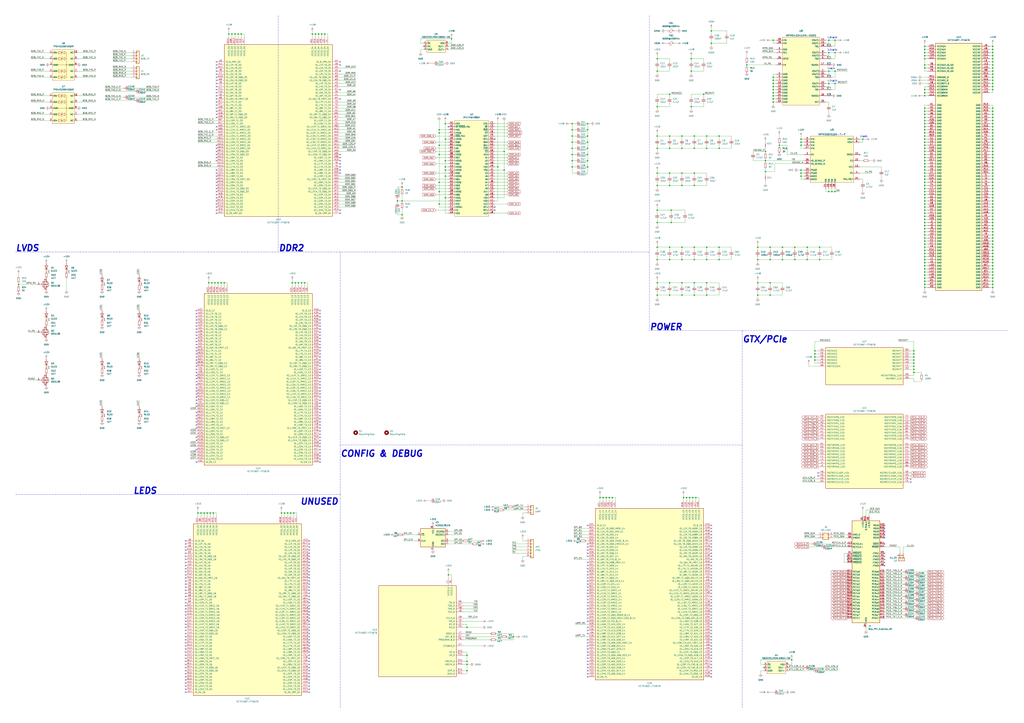
<source format=kicad_sch>
(kicad_sch (version 20211123) (generator eeschema)
  (paper "A1")
  (lib_symbols
    (symbol "Connector:Bus_PCI_Express_x8"
      (property "Reference" "J" (at -8.89 43.18 0))
      (property "Value" "Bus_PCI_Express_x8" (at 12.7 43.18 0))
      (symbol "Bus_PCI_Express_x8_1_1"
        (pin passive line (at -15.24 15.24 0) (length 3.81) (name "~{PRSNT1}") (number "A1"))
        (pin passive line (at 2.54 45.72 270) (length 3.81) hide (name "+3.3V") (number "A10"))
        (pin input line (at 15.24 20.32 180) (length 3.81) (name "~{PERST}") (number "A11"))
        (pin passive line (at 0 -45.72 90) (length 3.81) hide (name "GND") (number "A12"))
        (pin input line (at -15.24 22.86 0) (length 3.81) (name "REFCLK+") (number "A13"))
        (pin input line (at -15.24 20.32 0) (length 3.81) (name "REFCLK-") (number "A14"))
        (pin passive line (at 0 -45.72 90) (length 3.81) hide (name "GND") (number "A15"))
        (pin output line (at 15.24 0 180) (length 3.81) (name "PERp0") (number "A16"))
        (pin output line (at 15.24 -2.54 180) (length 3.81) (name "PERn0") (number "A17"))
        (pin passive line (at 0 -45.72 90) (length 3.81) hide (name "GND") (number "A18"))
        (pin passive line (at 15.24 30.48 180) (length 3.81) (name "RSVD") (number "A19"))
        (pin passive line (at -2.54 45.72 270) (length 3.81) hide (name "+12V") (number "A2"))
        (pin passive line (at 0 -45.72 90) (length 3.81) hide (name "GND") (number "A20"))
        (pin output line (at 15.24 -5.08 180) (length 3.81) (name "PERp1") (number "A21"))
        (pin output line (at 15.24 -7.62 180) (length 3.81) (name "PERn1") (number "A22"))
        (pin passive line (at 0 -45.72 90) (length 3.81) hide (name "GND") (number "A23"))
        (pin passive line (at 0 -45.72 90) (length 3.81) hide (name "GND") (number "A24"))
        (pin output line (at 15.24 -10.16 180) (length 3.81) (name "PERp2") (number "A25"))
        (pin output line (at 15.24 -12.7 180) (length 3.81) (name "PERn2") (number "A26"))
        (pin passive line (at 0 -45.72 90) (length 3.81) hide (name "GND") (number "A27"))
        (pin passive line (at 0 -45.72 90) (length 3.81) hide (name "GND") (number "A28"))
        (pin output line (at 15.24 -15.24 180) (length 3.81) (name "PERp3") (number "A29"))
        (pin passive line (at -2.54 45.72 270) (length 3.81) hide (name "+12V") (number "A3"))
        (pin output line (at 15.24 -17.78 180) (length 3.81) (name "PERn3") (number "A30"))
        (pin passive line (at 0 -45.72 90) (length 3.81) hide (name "GND") (number "A31"))
        (pin passive line (at 15.24 33.02 180) (length 3.81) (name "RSVD") (number "A32"))
        (pin passive line (at 15.24 38.1 180) (length 3.81) (name "RSVD") (number "A33"))
        (pin passive line (at 0 -45.72 90) (length 3.81) hide (name "GND") (number "A34"))
        (pin output line (at 15.24 -20.32 180) (length 3.81) (name "PERp4") (number "A35"))
        (pin output line (at 15.24 -22.86 180) (length 3.81) (name "PERn4") (number "A36"))
        (pin passive line (at 0 -45.72 90) (length 3.81) hide (name "GND") (number "A37"))
        (pin passive line (at 0 -45.72 90) (length 3.81) hide (name "GND") (number "A38"))
        (pin output line (at 15.24 -25.4 180) (length 3.81) (name "PERp5") (number "A39"))
        (pin passive line (at 0 -45.72 90) (length 3.81) hide (name "GND") (number "A4"))
        (pin output line (at 15.24 -27.94 180) (length 3.81) (name "PERn5") (number "A40"))
        (pin passive line (at 0 -45.72 90) (length 3.81) hide (name "GND") (number "A41"))
        (pin passive line (at 0 -45.72 90) (length 3.81) hide (name "GND") (number "A42"))
        (pin output line (at 15.24 -30.48 180) (length 3.81) (name "PERp6") (number "A43"))
        (pin output line (at 15.24 -33.02 180) (length 3.81) (name "PERn6") (number "A44"))
        (pin passive line (at 0 -45.72 90) (length 3.81) hide (name "GND") (number "A45"))
        (pin passive line (at 0 -45.72 90) (length 3.81) hide (name "GND") (number "A46"))
        (pin output line (at 15.24 -35.56 180) (length 3.81) (name "PERp7") (number "A47"))
        (pin output line (at 15.24 -38.1 180) (length 3.81) (name "PERn7") (number "A48"))
        (pin passive line (at 0 -45.72 90) (length 3.81) hide (name "GND") (number "A49"))
        (pin input line (at 15.24 12.7 180) (length 3.81) (name "JTAG2") (number "A5"))
        (pin input line (at 15.24 10.16 180) (length 3.81) (name "JTAG3") (number "A6"))
        (pin output line (at 15.24 7.62 180) (length 3.81) (name "JTAG4") (number "A7"))
        (pin input line (at 15.24 5.08 180) (length 3.81) (name "JTAG5") (number "A8"))
        (pin passive line (at 2.54 45.72 270) (length 3.81) hide (name "+3.3V") (number "A9"))
        (pin power_in line (at -2.54 45.72 270) (length 3.81) (name "+12V") (number "B1"))
        (pin power_in line (at 0 45.72 270) (length 3.81) (name "3.3Vaux") (number "B10"))
        (pin open_collector line (at 15.24 22.86 180) (length 3.81) (name "~{WAKE}") (number "B11"))
        (pin passive line (at 15.24 27.94 180) (length 3.81) (name "RSVD") (number "B12"))
        (pin passive line (at 0 -45.72 90) (length 3.81) hide (name "GND") (number "B13"))
        (pin input line (at -15.24 0 0) (length 3.81) (name "PETp0") (number "B14"))
        (pin input line (at -15.24 -2.54 0) (length 3.81) (name "PETn0") (number "B15"))
        (pin passive line (at 0 -45.72 90) (length 3.81) hide (name "GND") (number "B16"))
        (pin passive line (at -15.24 12.7 0) (length 3.81) (name "~{PRSNT2}") (number "B17"))
        (pin passive line (at 0 -45.72 90) (length 3.81) hide (name "GND") (number "B18"))
        (pin input line (at -15.24 -5.08 0) (length 3.81) (name "PETp1") (number "B19"))
        (pin passive line (at -2.54 45.72 270) (length 3.81) hide (name "+12V") (number "B2"))
        (pin input line (at -15.24 -7.62 0) (length 3.81) (name "PETn1") (number "B20"))
        (pin passive line (at 0 -45.72 90) (length 3.81) hide (name "GND") (number "B21"))
        (pin passive line (at 0 -45.72 90) (length 3.81) hide (name "GND") (number "B22"))
        (pin input line (at -15.24 -10.16 0) (length 3.81) (name "PETp2") (number "B23"))
        (pin input line (at -15.24 -12.7 0) (length 3.81) (name "PETn2") (number "B24"))
        (pin passive line (at 0 -45.72 90) (length 3.81) hide (name "GND") (number "B25"))
        (pin passive line (at 0 -45.72 90) (length 3.81) hide (name "GND") (number "B26"))
        (pin input line (at -15.24 -15.24 0) (length 3.81) (name "PETp3") (number "B27"))
        (pin input line (at -15.24 -17.78 0) (length 3.81) (name "PETn3") (number "B28"))
        (pin passive line (at 0 -45.72 90) (length 3.81) hide (name "GND") (number "B29"))
        (pin passive line (at -2.54 45.72 270) (length 3.81) hide (name "+12V") (number "B3"))
        (pin passive line (at 15.24 35.56 180) (length 3.81) (name "RSVD") (number "B30"))
        (pin passive line (at -15.24 10.16 0) (length 3.81) (name "~{PRSNT2}") (number "B31"))
        (pin passive line (at 0 -45.72 90) (length 3.81) hide (name "GND") (number "B32"))
        (pin input line (at -15.24 -20.32 0) (length 3.81) (name "PETp4") (number "B33"))
        (pin input line (at -15.24 -22.86 0) (length 3.81) (name "PETn4") (number "B34"))
        (pin passive line (at 0 -45.72 90) (length 3.81) hide (name "GND") (number "B35"))
        (pin passive line (at 0 -45.72 90) (length 3.81) hide (name "GND") (number "B36"))
        (pin input line (at -15.24 -25.4 0) (length 3.81) (name "PETp5") (number "B37"))
        (pin input line (at -15.24 -27.94 0) (length 3.81) (name "PETn5") (number "B38"))
        (pin passive line (at 0 -45.72 90) (length 3.81) hide (name "GND") (number "B39"))
        (pin power_in line (at 0 -45.72 90) (length 3.81) (name "GND") (number "B4"))
        (pin passive line (at 0 -45.72 90) (length 3.81) hide (name "GND") (number "B40"))
        (pin input line (at -15.24 -30.48 0) (length 3.81) (name "PETp6") (number "B41"))
        (pin input line (at -15.24 -33.02 0) (length 3.81) (name "PETn6") (number "B42"))
        (pin passive line (at 0 -45.72 90) (length 3.81) hide (name "GND") (number "B43"))
        (pin passive line (at 0 -45.72 90) (length 3.81) hide (name "GND") (number "B44"))
        (pin input line (at -15.24 -35.56 0) (length 3.81) (name "PETp7") (number "B45"))
        (pin input line (at -15.24 -38.1 0) (length 3.81) (name "PETn7") (number "B46"))
        (pin passive line (at 0 -45.72 90) (length 3.81) hide (name "GND") (number "B47"))
        (pin passive line (at -15.24 7.62 0) (length 3.81) (name "~{PRSNT2}") (number "B48"))
        (pin passive line (at 0 -45.72 90) (length 3.81) hide (name "GND") (number "B49"))
        (pin input line (at -15.24 30.48 0) (length 3.81) (name "SMCLK") (number "B5"))
        (pin bidirectional line (at -15.24 27.94 0) (length 3.81) (name "SMDAT") (number "B6"))
        (pin passive line (at 0 -45.72 90) (length 3.81) hide (name "GND") (number "B7"))
        (pin power_in line (at 2.54 45.72 270) (length 3.81) (name "+3.3V") (number "B8"))
        (pin input line (at 15.24 15.24 180) (length 3.81) (name "JTAG1") (number "B9"))
      )
    )
    (symbol "Connector_Generic:Conn_01x02" (pin_names (offset 1.016) hide)
      (property "Reference" "J" (at 0 2.54 0))
      (property "Value" "Conn_01x02" (at 0 -5.08 0))
      (symbol "Conn_01x02_1_1"
        (pin passive line (at -5.08 0 0) (length 3.81) (name "Pin_1") (number "1"))
        (pin passive line (at -5.08 -2.54 0) (length 3.81) (name "Pin_2") (number "2"))
      )
    )
    (symbol "Connector_Generic:Conn_01x03" (pin_names (offset 1.016) hide)
      (property "Reference" "J" (at 0 5.08 0))
      (property "Value" "Conn_01x03" (at 0 -5.08 0))
      (symbol "Conn_01x03_1_1"
        (pin passive line (at -5.08 2.54 0) (length 3.81) (name "Pin_1") (number "1"))
        (pin passive line (at -5.08 0 0) (length 3.81) (name "Pin_2") (number "2"))
        (pin passive line (at -5.08 -2.54 0) (length 3.81) (name "Pin_3") (number "3"))
      )
    )
    (symbol "Connector_Generic:Conn_01x04" (pin_names (offset 1.016) hide)
      (property "Reference" "J" (at 0 5.08 0))
      (property "Value" "Conn_01x04" (at 0 -7.62 0))
      (symbol "Conn_01x04_1_1"
        (pin passive line (at -5.08 2.54 0) (length 3.81) (name "Pin_1") (number "1"))
        (pin passive line (at -5.08 0 0) (length 3.81) (name "Pin_2") (number "2"))
        (pin passive line (at -5.08 -2.54 0) (length 3.81) (name "Pin_3") (number "3"))
        (pin passive line (at -5.08 -5.08 0) (length 3.81) (name "Pin_4") (number "4"))
      )
    )
    (symbol "Connector_Generic:Conn_01x06" (pin_names (offset 1.016) hide)
      (property "Reference" "J" (at 0 7.62 0))
      (property "Value" "Conn_01x06" (at 0 -10.16 0))
      (symbol "Conn_01x06_1_1"
        (pin passive line (at -5.08 5.08 0) (length 3.81) (name "Pin_1") (number "1"))
        (pin passive line (at -5.08 2.54 0) (length 3.81) (name "Pin_2") (number "2"))
        (pin passive line (at -5.08 0 0) (length 3.81) (name "Pin_3") (number "3"))
        (pin passive line (at -5.08 -2.54 0) (length 3.81) (name "Pin_4") (number "4"))
        (pin passive line (at -5.08 -5.08 0) (length 3.81) (name "Pin_5") (number "5"))
        (pin passive line (at -5.08 -7.62 0) (length 3.81) (name "Pin_6") (number "6"))
      )
    )
    (symbol "Connector_Generic:Conn_02x02_Top_Bottom" (pin_names (offset 1.016) hide)
      (property "Reference" "J" (at 1.27 2.54 0))
      (property "Value" "Conn_02x02_Top_Bottom" (at 1.27 -5.08 0))
      (symbol "Conn_02x02_Top_Bottom_1_1"
        (pin passive line (at -5.08 0 0) (length 3.81) (name "Pin_1") (number "1"))
        (pin passive line (at -5.08 -2.54 0) (length 3.81) (name "Pin_2") (number "2"))
        (pin passive line (at 7.62 0 180) (length 3.81) (name "Pin_3") (number "3"))
        (pin passive line (at 7.62 -2.54 180) (length 3.81) (name "Pin_4") (number "4"))
      )
    )
    (symbol "Device:C_Small" (pin_numbers hide) (pin_names (offset 0.254) hide)
      (property "Reference" "C" (at 0.254 1.778 0))
      (property "Value" "C_Small" (at 0.254 -2.032 0))
      (symbol "C_Small_1_1"
        (pin passive line (at 0 2.54 270) (length 2.032) (name "~") (number "1"))
        (pin passive line (at 0 -2.54 90) (length 2.032) (name "~") (number "2"))
      )
    )
    (symbol "Device:FerriteBead_Small" (pin_numbers hide) (pin_names (offset 0))
      (property "Reference" "FB" (at 1.905 1.27 0))
      (property "Value" "FerriteBead_Small" (at 1.905 -1.27 0))
      (symbol "FerriteBead_Small_1_1"
        (pin passive line (at 0 2.54 270) (length 1.27) (name "~") (number "1"))
        (pin passive line (at 0 -2.54 90) (length 1.27) (name "~") (number "2"))
      )
    )
    (symbol "Device:LED" (pin_numbers hide) (pin_names (offset 1.016) hide)
      (property "Reference" "D" (at 0 2.54 0))
      (property "Value" "LED" (at 0 -2.54 0))
      (symbol "LED_1_1"
        (pin passive line (at -3.81 0 0) (length 2.54) (name "K") (number "1"))
        (pin passive line (at 3.81 0 180) (length 2.54) (name "A") (number "2"))
      )
    )
    (symbol "Device:NetTie_2" (pin_numbers hide) (pin_names (offset 0) hide) (in_bom no)
      (property "Reference" "NT" (at 0 1.27 0))
      (property "Value" "NetTie_2" (at 0 -1.27 0))
      (symbol "NetTie_2_1_1"
        (pin passive line (at -2.54 0 0) (length 2.54) (name "1") (number "1"))
        (pin passive line (at 2.54 0 180) (length 2.54) (name "2") (number "2"))
      )
    )
    (symbol "Device:R_Small" (pin_numbers hide) (pin_names (offset 0.254) hide)
      (property "Reference" "R" (at 0.762 0.508 0))
      (property "Value" "R_Small" (at 0.762 -1.016 0))
      (symbol "R_Small_1_1"
        (pin passive line (at 0 2.54 270) (length 0.762) (name "~") (number "1"))
        (pin passive line (at 0 -2.54 90) (length 0.762) (name "~") (number "2"))
      )
    )
    (symbol "FPGA_Xilinx_Kintex7:XC7K160T-FFG676" (pin_names (offset 1.016))
      (property "Reference" "U" (at 0 1.27 0))
      (property "Value" "XC7K160T-FFG676" (at 0 -1.27 0))
      (symbol "XC7K160T-FFG676_1_1"
        (pin power_in line (at -40.64 73.66 270) (length 6.35) (name "VCCO_12") (number "AA21"))
        (pin bidirectional line (at -50.8 -12.7 0) (length 6.35) (name "IO_L13N_T2_MRCC_12") (number "AA22"))
        (pin bidirectional line (at -50.8 0 0) (length 6.35) (name "IO_L11P_T1_SRCC_12") (number "AA23"))
        (pin bidirectional line (at -50.8 -7.62 0) (length 6.35) (name "IO_L12N_T1_MRCC_12") (number "AA24"))
        (pin bidirectional line (at -50.8 20.32 0) (length 6.35) (name "IO_L7P_T1_12") (number "AA25"))
        (pin bidirectional line (at -50.8 -35.56 0) (length 6.35) (name "IO_L18P_T2_12") (number "AB21"))
        (pin bidirectional line (at -50.8 -30.48 0) (length 6.35) (name "IO_L17P_T2_12") (number "AB22"))
        (pin bidirectional line (at -50.8 -2.54 0) (length 6.35) (name "IO_L11N_T1_SRCC_12") (number "AB24"))
        (pin bidirectional line (at -50.8 17.78 0) (length 6.35) (name "IO_L7N_T1_12") (number "AB25"))
        (pin bidirectional line (at -50.8 10.16 0) (length 6.35) (name "IO_L9P_T1_DQS_12") (number "AB26"))
        (pin bidirectional line (at -50.8 -38.1 0) (length 6.35) (name "IO_L18N_T2_12") (number "AC21"))
        (pin bidirectional line (at -50.8 -33.02 0) (length 6.35) (name "IO_L17N_T2_12") (number "AC22"))
        (pin bidirectional line (at -50.8 -15.24 0) (length 6.35) (name "IO_L14P_T2_SRCC_12") (number "AC23"))
        (pin bidirectional line (at -50.8 -17.78 0) (length 6.35) (name "IO_L14N_T2_SRCC_12") (number "AC24"))
        (pin power_in line (at -38.1 73.66 270) (length 6.35) (name "VCCO_12") (number "AC25"))
        (pin bidirectional line (at -50.8 7.62 0) (length 6.35) (name "IO_L9N_T1_DQS_12") (number "AC26"))
        (pin bidirectional line (at -50.8 -40.64 0) (length 6.35) (name "IO_L19P_T3_12") (number "AD21"))
        (pin power_in line (at -35.56 73.66 270) (length 6.35) (name "VCCO_12") (number "AD22"))
        (pin bidirectional line (at -50.8 -25.4 0) (length 6.35) (name "IO_L16P_T2_12") (number "AD23"))
        (pin bidirectional line (at -50.8 -27.94 0) (length 6.35) (name "IO_L16N_T2_12") (number "AD24"))
        (pin bidirectional line (at -50.8 -60.96 0) (length 6.35) (name "IO_L23P_T3_12") (number "AD25"))
        (pin bidirectional line (at -50.8 -50.8 0) (length 6.35) (name "IO_L21P_T3_DQS_12") (number "AD26"))
        (pin bidirectional line (at -50.8 -43.18 0) (length 6.35) (name "IO_L19N_T3_VREF_12") (number "AE21"))
        (pin bidirectional line (at -50.8 -66.04 0) (length 6.35) (name "IO_L24P_T3_12") (number "AE22"))
        (pin bidirectional line (at -50.8 -55.88 0) (length 6.35) (name "IO_L22P_T3_12") (number "AE23"))
        (pin bidirectional line (at -50.8 -63.5 0) (length 6.35) (name "IO_L23N_T3_12") (number "AE25"))
        (pin bidirectional line (at -50.8 -53.34 0) (length 6.35) (name "IO_L21N_T3_DQS_12") (number "AE26"))
        (pin bidirectional line (at -50.8 -68.58 0) (length 6.35) (name "IO_L24N_T3_12") (number "AF22"))
        (pin bidirectional line (at -50.8 -58.42 0) (length 6.35) (name "IO_L22N_T3_12") (number "AF23"))
        (pin bidirectional line (at -50.8 -45.72 0) (length 6.35) (name "IO_L20P_T3_12") (number "AF24"))
        (pin bidirectional line (at -50.8 -48.26 0) (length 6.35) (name "IO_L20N_T3_12") (number "AF25"))
        (pin power_in line (at -33.02 73.66 270) (length 6.35) (name "VCCO_12") (number "AF26"))
        (pin power_in line (at 27.94 73.66 270) (length 6.35) (name "VCCO_13") (number "K24"))
        (pin bidirectional line (at 50.8 50.8 180) (length 6.35) (name "IO_L1P_T0_13") (number "K25"))
        (pin bidirectional line (at 50.8 48.26 180) (length 6.35) (name "IO_L1N_T0_13") (number "K26"))
        (pin bidirectional line (at 50.8 12.7 180) (length 6.35) (name "IO_L8N_T1_13") (number "L24"))
        (pin bidirectional line (at 50.8 38.1 180) (length 6.35) (name "IO_L3N_T0_DQS_13") (number "L25"))
        (pin bidirectional line (at 50.8 -58.42 180) (length 6.35) (name "IO_L22N_T3_13") (number "M19"))
        (pin bidirectional line (at 50.8 17.78 180) (length 6.35) (name "IO_L7N_T1_13") (number "M20"))
        (pin bidirectional line (at 50.8 5.08 180) (length 6.35) (name "IO_L10P_T1_13") (number "M21"))
        (pin bidirectional line (at 50.8 2.54 180) (length 6.35) (name "IO_L10N_T1_13") (number "M22"))
        (pin bidirectional line (at 50.8 15.24 180) (length 6.35) (name "IO_L8P_T1_13") (number "M24"))
        (pin bidirectional line (at 50.8 40.64 180) (length 6.35) (name "IO_L3P_T0_DQS_13") (number "M25"))
        (pin bidirectional line (at 50.8 27.94 180) (length 6.35) (name "IO_L5N_T0_13") (number "M26"))
        (pin bidirectional line (at 50.8 53.34 180) (length 6.35) (name "IO_0_13") (number "N16"))
        (pin bidirectional line (at 50.8 -48.26 180) (length 6.35) (name "IO_L20N_T3_13") (number "N17"))
        (pin bidirectional line (at 50.8 -55.88 180) (length 6.35) (name "IO_L22P_T3_13") (number "N18"))
        (pin bidirectional line (at 50.8 20.32 180) (length 6.35) (name "IO_L7P_T1_13") (number "N19"))
        (pin bidirectional line (at 50.8 -5.08 180) (length 6.35) (name "IO_L12P_T1_MRCC_13") (number "N21"))
        (pin bidirectional line (at 50.8 -7.62 180) (length 6.35) (name "IO_L12N_T1_MRCC_13") (number "N22"))
        (pin bidirectional line (at 50.8 -2.54 180) (length 6.35) (name "IO_L11N_T1_SRCC_13") (number "N23"))
        (pin bidirectional line (at 50.8 33.02 180) (length 6.35) (name "IO_L4N_T0_13") (number "N24"))
        (pin power_in line (at 30.48 73.66 270) (length 6.35) (name "VCCO_13") (number "N25"))
        (pin bidirectional line (at 50.8 30.48 180) (length 6.35) (name "IO_L5P_T0_13") (number "N26"))
        (pin bidirectional line (at 50.8 -45.72 180) (length 6.35) (name "IO_L20P_T3_13") (number "P16"))
        (pin bidirectional line (at 50.8 -68.58 180) (length 6.35) (name "IO_L24N_T3_13") (number "P18"))
        (pin bidirectional line (at 50.8 10.16 180) (length 6.35) (name "IO_L9P_T1_DQS_13") (number "P19"))
        (pin bidirectional line (at 50.8 7.62 180) (length 6.35) (name "IO_L9N_T1_DQS_13") (number "P20"))
        (pin bidirectional line (at 50.8 -12.7 180) (length 6.35) (name "IO_L13N_T2_MRCC_13") (number "P21"))
        (pin power_in line (at 33.02 73.66 270) (length 6.35) (name "VCCO_13") (number "P22"))
        (pin bidirectional line (at 50.8 0 180) (length 6.35) (name "IO_L11P_T1_SRCC_13") (number "P23"))
        (pin bidirectional line (at 50.8 35.56 180) (length 6.35) (name "IO_L4P_T0_13") (number "P24"))
        (pin bidirectional line (at 50.8 22.86 180) (length 6.35) (name "IO_L6N_T0_VREF_13") (number "P25"))
        (pin bidirectional line (at 50.8 43.18 180) (length 6.35) (name "IO_L2N_T0_13") (number "P26"))
        (pin bidirectional line (at 50.8 -50.8 180) (length 6.35) (name "IO_L21P_T3_DQS_13") (number "R16"))
        (pin bidirectional line (at 50.8 -53.34 180) (length 6.35) (name "IO_L21N_T3_DQS_13") (number "R17"))
        (pin bidirectional line (at 50.8 -66.04 180) (length 6.35) (name "IO_L24P_T3_13") (number "R18"))
        (pin power_in line (at 35.56 73.66 270) (length 6.35) (name "VCCO_13") (number "R19"))
        (pin bidirectional line (at 50.8 -27.94 180) (length 6.35) (name "IO_L16N_T2_13") (number "R20"))
        (pin bidirectional line (at 50.8 -10.16 180) (length 6.35) (name "IO_L13P_T2_MRCC_13") (number "R21"))
        (pin bidirectional line (at 50.8 -15.24 180) (length 6.35) (name "IO_L14P_T2_SRCC_13") (number "R22"))
        (pin bidirectional line (at 50.8 -17.78 180) (length 6.35) (name "IO_L14N_T2_SRCC_13") (number "R23"))
        (pin bidirectional line (at 50.8 25.4 180) (length 6.35) (name "IO_L6P_T0_13") (number "R25"))
        (pin bidirectional line (at 50.8 45.72 180) (length 6.35) (name "IO_L2P_T0_13") (number "R26"))
        (pin power_in line (at 38.1 73.66 270) (length 6.35) (name "VCCO_13") (number "T16"))
        (pin bidirectional line (at 50.8 -63.5 180) (length 6.35) (name "IO_L23N_T3_13") (number "T17"))
        (pin bidirectional line (at 50.8 -40.64 180) (length 6.35) (name "IO_L19P_T3_13") (number "T18"))
        (pin bidirectional line (at 50.8 -43.18 180) (length 6.35) (name "IO_L19N_T3_VREF_13") (number "T19"))
        (pin bidirectional line (at 50.8 -25.4 180) (length 6.35) (name "IO_L16P_T2_13") (number "T20"))
        (pin bidirectional line (at 50.8 -30.48 180) (length 6.35) (name "IO_L17P_T2_13") (number "T22"))
        (pin bidirectional line (at 50.8 -33.02 180) (length 6.35) (name "IO_L17N_T2_13") (number "T23"))
        (pin bidirectional line (at 50.8 -20.32 180) (length 6.35) (name "IO_L15P_T2_DQS_13") (number "T24"))
        (pin bidirectional line (at 50.8 -22.86 180) (length 6.35) (name "IO_L15N_T2_DQS_13") (number "T25"))
        (pin power_in line (at 40.64 73.66 270) (length 6.35) (name "VCCO_13") (number "T26"))
        (pin bidirectional line (at 50.8 -71.12 180) (length 6.35) (name "IO_25_13") (number "U16"))
        (pin bidirectional line (at 50.8 -60.96 180) (length 6.35) (name "IO_L23P_T3_13") (number "U17"))
        (pin bidirectional line (at 50.8 -35.56 180) (length 6.35) (name "IO_L18P_T2_13") (number "U19"))
        (pin bidirectional line (at 50.8 -38.1 180) (length 6.35) (name "IO_L18N_T2_13") (number "U20"))
        (pin bidirectional line (at -50.8 53.34 0) (length 6.35) (name "IO_0_12") (number "U21"))
        (pin bidirectional line (at -50.8 50.8 0) (length 6.35) (name "IO_L1P_T0_12") (number "U22"))
        (pin power_in line (at -30.48 73.66 270) (length 6.35) (name "VCCO_12") (number "U23"))
        (pin bidirectional line (at -50.8 45.72 0) (length 6.35) (name "IO_L2P_T0_12") (number "U24"))
        (pin bidirectional line (at -50.8 43.18 0) (length 6.35) (name "IO_L2N_T0_12") (number "U25"))
        (pin bidirectional line (at -50.8 35.56 0) (length 6.35) (name "IO_L4P_T0_12") (number "U26"))
        (pin power_in line (at -27.94 73.66 270) (length 6.35) (name "VCCO_12") (number "V20"))
        (pin bidirectional line (at -50.8 25.4 0) (length 6.35) (name "IO_L6P_T0_12") (number "V21"))
        (pin bidirectional line (at -50.8 48.26 0) (length 6.35) (name "IO_L1N_T0_12") (number "V22"))
        (pin bidirectional line (at -50.8 40.64 0) (length 6.35) (name "IO_L3P_T0_DQS_12") (number "V23"))
        (pin bidirectional line (at -50.8 38.1 0) (length 6.35) (name "IO_L3N_T0_DQS_12") (number "V24"))
        (pin bidirectional line (at -50.8 33.02 0) (length 6.35) (name "IO_L4N_T0_12") (number "V26"))
        (pin bidirectional line (at -50.8 -20.32 0) (length 6.35) (name "IO_L15P_T2_DQS_12") (number "W20"))
        (pin bidirectional line (at -50.8 22.86 0) (length 6.35) (name "IO_L6N_T0_VREF_12") (number "W21"))
        (pin bidirectional line (at -50.8 15.24 0) (length 6.35) (name "IO_L8P_T1_12") (number "W23"))
        (pin bidirectional line (at -50.8 12.7 0) (length 6.35) (name "IO_L8N_T1_12") (number "W24"))
        (pin bidirectional line (at -50.8 30.48 0) (length 6.35) (name "IO_L5P_T0_12") (number "W25"))
        (pin bidirectional line (at -50.8 27.94 0) (length 6.35) (name "IO_L5N_T0_12") (number "W26"))
        (pin bidirectional line (at -50.8 -71.12 0) (length 6.35) (name "IO_25_12") (number "Y20"))
        (pin bidirectional line (at -50.8 -22.86 0) (length 6.35) (name "IO_L15N_T2_DQS_12") (number "Y21"))
        (pin bidirectional line (at -50.8 -10.16 0) (length 6.35) (name "IO_L13P_T2_MRCC_12") (number "Y22"))
        (pin bidirectional line (at -50.8 -5.08 0) (length 6.35) (name "IO_L12P_T1_MRCC_12") (number "Y23"))
        (pin power_in line (at -25.4 73.66 270) (length 6.35) (name "VCCO_12") (number "Y24"))
        (pin bidirectional line (at -50.8 5.08 0) (length 6.35) (name "IO_L10P_T1_12") (number "Y25"))
        (pin bidirectional line (at -50.8 2.54 0) (length 6.35) (name "IO_L10N_T1_12") (number "Y26"))
      )
      (symbol "XC7K160T-FFG676_2_1"
        (pin bidirectional line (at 50.8 38.1 180) (length 6.35) (name "IO_L3N_T0_DQS_AD1N_15") (number "A17"))
        (pin bidirectional line (at 50.8 45.72 180) (length 6.35) (name "IO_L2P_T0_AD8P_15") (number "A18"))
        (pin bidirectional line (at 50.8 43.18 180) (length 6.35) (name "IO_L2N_T0_AD8N_15") (number "A19"))
        (pin bidirectional line (at -50.8 12.7 0) (length 6.35) (name "IO_L8N_T1_D12_14") (number "A20"))
        (pin power_in line (at -40.64 73.66 270) (length 6.35) (name "VCCO_14") (number "A21"))
        (pin bidirectional line (at -50.8 43.18 0) (length 6.35) (name "IO_L2N_T0_D03_14") (number "A22"))
        (pin bidirectional line (at -50.8 35.56 0) (length 6.35) (name "IO_L4P_T0_D04_14") (number "A23"))
        (pin bidirectional line (at -50.8 33.02 0) (length 6.35) (name "IO_L4N_T0_D05_14") (number "A24"))
        (pin bidirectional line (at -50.8 48.26 0) (length 6.35) (name "IO_L1N_T0_D01_DIN_14") (number "A25"))
        (pin bidirectional line (at 50.8 48.26 180) (length 6.35) (name "IO_L1N_T0_AD0N_15") (number "B16"))
        (pin bidirectional line (at 50.8 40.64 180) (length 6.35) (name "IO_L3P_T0_DQS_AD1P_15") (number "B17"))
        (pin power_in line (at 27.94 73.66 270) (length 6.35) (name "VCCO_15") (number "B18"))
        (pin bidirectional line (at 50.8 33.02 180) (length 6.35) (name "IO_L4N_T0_AD9N_15") (number "B19"))
        (pin bidirectional line (at -50.8 15.24 0) (length 6.35) (name "IO_L8P_T1_D11_14") (number "B20"))
        (pin bidirectional line (at -50.8 2.54 0) (length 6.35) (name "IO_L10N_T1_D15_14") (number "B21"))
        (pin bidirectional line (at -50.8 45.72 0) (length 6.35) (name "IO_L2P_T0_D02_14") (number "B22"))
        (pin bidirectional line (at -50.8 50.8 0) (length 6.35) (name "IO_L1P_T0_D00_MOSI_14") (number "B24"))
        (pin bidirectional line (at -50.8 40.64 0) (length 6.35) (name "IO_L3P_T0_DQS_PUDC_B_14") (number "B25"))
        (pin bidirectional line (at -50.8 38.1 0) (length 6.35) (name "IO_L3N_T0_DQS_EMCCLK_14") (number "B26"))
        (pin bidirectional line (at 50.8 50.8 180) (length 6.35) (name "IO_L1P_T0_AD0P_15") (number "C16"))
        (pin bidirectional line (at 50.8 30.48 180) (length 6.35) (name "IO_L5P_T0_AD2P_15") (number "C17"))
        (pin bidirectional line (at 50.8 27.94 180) (length 6.35) (name "IO_L5N_T0_AD2N_15") (number "C18"))
        (pin bidirectional line (at 50.8 35.56 180) (length 6.35) (name "IO_L4P_T0_AD9P_15") (number "C19"))
        (pin bidirectional line (at -50.8 5.08 0) (length 6.35) (name "IO_L10P_T1_D14_14") (number "C21"))
        (pin bidirectional line (at -50.8 17.78 0) (length 6.35) (name "IO_L7N_T1_D10_14") (number "C22"))
        (pin bidirectional line (at -50.8 25.4 0) (length 6.35) (name "IO_L6P_T0_FCS_B_14") (number "C23"))
        (pin bidirectional line (at -50.8 22.86 0) (length 6.35) (name "IO_L6N_T0_D08_VREF_14") (number "C24"))
        (pin power_in line (at -38.1 73.66 270) (length 6.35) (name "VCCO_14") (number "C25"))
        (pin bidirectional line (at -50.8 27.94 0) (length 6.35) (name "IO_L5N_T0_D07_14") (number "C26"))
        (pin bidirectional line (at 50.8 25.4 180) (length 6.35) (name "IO_L6P_T0_15") (number "D15"))
        (pin bidirectional line (at 50.8 22.86 180) (length 6.35) (name "IO_L6N_T0_VREF_15") (number "D16"))
        (pin bidirectional line (at 50.8 -12.7 180) (length 6.35) (name "IO_L13N_T2_MRCC_15") (number "D18"))
        (pin bidirectional line (at 50.8 -20.32 180) (length 6.35) (name "IO_L15P_T2_DQS_15") (number "D19"))
        (pin bidirectional line (at 50.8 -22.86 180) (length 6.35) (name "IO_L15N_T2_DQS_ADV_B_15") (number "D20"))
        (pin bidirectional line (at -50.8 20.32 0) (length 6.35) (name "IO_L7P_T1_D09_14") (number "D21"))
        (pin power_in line (at -35.56 73.66 270) (length 6.35) (name "VCCO_14") (number "D22"))
        (pin bidirectional line (at -50.8 0 0) (length 6.35) (name "IO_L11P_T1_SRCC_14") (number "D23"))
        (pin bidirectional line (at -50.8 -2.54 0) (length 6.35) (name "IO_L11N_T1_SRCC_14") (number "D24"))
        (pin bidirectional line (at -50.8 -22.86 0) (length 6.35) (name "IO_L15N_T2_DQS_DOUT_CSO_B_14") (number "D25"))
        (pin bidirectional line (at -50.8 30.48 0) (length 6.35) (name "IO_L5P_T0_D06_14") (number "D26"))
        (pin bidirectional line (at 50.8 5.08 180) (length 6.35) (name "IO_L10P_T1_AD4P_15") (number "E15"))
        (pin bidirectional line (at 50.8 2.54 180) (length 6.35) (name "IO_L10N_T1_AD4N_15") (number "E16"))
        (pin bidirectional line (at 50.8 -7.62 180) (length 6.35) (name "IO_L12N_T1_MRCC_AD5N_15") (number "E17"))
        (pin bidirectional line (at 50.8 -10.16 180) (length 6.35) (name "IO_L13P_T2_MRCC_15") (number "E18"))
        (pin power_in line (at 30.48 73.66 270) (length 6.35) (name "VCCO_15") (number "E19"))
        (pin bidirectional line (at 50.8 -33.02 180) (length 6.35) (name "IO_L17N_T2_A25_15") (number "E20"))
        (pin bidirectional line (at -50.8 10.16 0) (length 6.35) (name "IO_L9P_T1_DQS_14") (number "E21"))
        (pin bidirectional line (at -50.8 7.62 0) (length 6.35) (name "IO_L9N_T1_DQS_D13_14") (number "E22"))
        (pin bidirectional line (at -50.8 -7.62 0) (length 6.35) (name "IO_L12N_T1_MRCC_14") (number "E23"))
        (pin bidirectional line (at -50.8 -20.32 0) (length 6.35) (name "IO_L15P_T2_DQS_RDWR_B_14") (number "E25"))
        (pin bidirectional line (at -50.8 -33.02 0) (length 6.35) (name "IO_L17N_T2_A13_D29_14") (number "E26"))
        (pin bidirectional line (at 50.8 12.7 180) (length 6.35) (name "IO_L8N_T1_AD3N_15") (number "F15"))
        (pin power_in line (at 33.02 73.66 270) (length 6.35) (name "VCCO_15") (number "F16"))
        (pin bidirectional line (at 50.8 -5.08 180) (length 6.35) (name "IO_L12P_T1_MRCC_AD5P_15") (number "F17"))
        (pin bidirectional line (at 50.8 -2.54 180) (length 6.35) (name "IO_L11N_T1_SRCC_AD12N_15") (number "F18"))
        (pin bidirectional line (at 50.8 -30.48 180) (length 6.35) (name "IO_L17P_T2_A26_15") (number "F19"))
        (pin bidirectional line (at 50.8 -27.94 180) (length 6.35) (name "IO_L16N_T2_A27_15") (number "F20"))
        (pin bidirectional line (at -50.8 -5.08 0) (length 6.35) (name "IO_L12P_T1_MRCC_14") (number "F22"))
        (pin bidirectional line (at -50.8 -12.7 0) (length 6.35) (name "IO_L13N_T2_MRCC_14") (number "F23"))
        (pin bidirectional line (at -50.8 -17.78 0) (length 6.35) (name "IO_L14N_T2_SRCC_14") (number "F24"))
        (pin bidirectional line (at -50.8 -30.48 0) (length 6.35) (name "IO_L17P_T2_A14_D30_14") (number "F25"))
        (pin power_in line (at -33.02 73.66 270) (length 6.35) (name "VCCO_14") (number "F26"))
        (pin bidirectional line (at 50.8 15.24 180) (length 6.35) (name "IO_L8P_T1_AD3P_15") (number "G15"))
        (pin bidirectional line (at 50.8 17.78 180) (length 6.35) (name "IO_L7N_T1_AD10N_15") (number "G16"))
        (pin bidirectional line (at 50.8 0 180) (length 6.35) (name "IO_L11P_T1_SRCC_AD12P_15") (number "G17"))
        (pin bidirectional line (at 50.8 -25.4 180) (length 6.35) (name "IO_L16P_T2_A28_15") (number "G19"))
        (pin bidirectional line (at 50.8 -38.1 180) (length 6.35) (name "IO_L18N_T2_A23_15") (number "G20"))
        (pin bidirectional line (at -50.8 -43.18 0) (length 6.35) (name "IO_L19N_T3_A09_D25_VREF_14") (number "G21"))
        (pin bidirectional line (at -50.8 -10.16 0) (length 6.35) (name "IO_L13P_T2_MRCC_14") (number "G22"))
        (pin power_in line (at -30.48 73.66 270) (length 6.35) (name "VCCO_14") (number "G23"))
        (pin bidirectional line (at -50.8 -15.24 0) (length 6.35) (name "IO_L14P_T2_SRCC_14") (number "G24"))
        (pin bidirectional line (at -50.8 -25.4 0) (length 6.35) (name "IO_L16P_T2_CSI_B_14") (number "G25"))
        (pin bidirectional line (at -50.8 -27.94 0) (length 6.35) (name "IO_L16N_T2_A15_D31_14") (number "G26"))
        (pin bidirectional line (at 50.8 20.32 180) (length 6.35) (name "IO_L7P_T1_AD10P_15") (number "H16"))
        (pin bidirectional line (at 50.8 -15.24 180) (length 6.35) (name "IO_L14P_T2_SRCC_15") (number "H17"))
        (pin bidirectional line (at 50.8 -17.78 180) (length 6.35) (name "IO_L14N_T2_SRCC_15") (number "H18"))
        (pin bidirectional line (at 50.8 -35.56 180) (length 6.35) (name "IO_L18P_T2_A24_15") (number "H19"))
        (pin power_in line (at 35.56 73.66 270) (length 6.35) (name "VCCO_15") (number "H20"))
        (pin bidirectional line (at -50.8 -40.64 0) (length 6.35) (name "IO_L19P_T3_A10_D26_14") (number "H21"))
        (pin bidirectional line (at -50.8 -53.34 0) (length 6.35) (name "IO_L21N_T3_DQS_A06_D22_14") (number "H22"))
        (pin bidirectional line (at -50.8 -45.72 0) (length 6.35) (name "IO_L20P_T3_A08_D24_14") (number "H23"))
        (pin bidirectional line (at -50.8 -48.26 0) (length 6.35) (name "IO_L20N_T3_A07_D23_14") (number "H24"))
        (pin bidirectional line (at -50.8 -38.1 0) (length 6.35) (name "IO_L18N_T2_A11_D27_14") (number "H26"))
        (pin bidirectional line (at 50.8 10.16 180) (length 6.35) (name "IO_L9P_T1_DQS_AD11P_15") (number "J15"))
        (pin bidirectional line (at 50.8 7.62 180) (length 6.35) (name "IO_L9N_T1_DQS_AD11N_15") (number "J16"))
        (pin power_in line (at 38.1 73.66 270) (length 6.35) (name "VCCO_15") (number "J17"))
        (pin bidirectional line (at 50.8 -45.72 180) (length 6.35) (name "IO_L20P_T3_A20_15") (number "J18"))
        (pin bidirectional line (at 50.8 -48.26 180) (length 6.35) (name "IO_L20N_T3_A19_15") (number "J19"))
        (pin bidirectional line (at 50.8 -43.18 180) (length 6.35) (name "IO_L19N_T3_A21_VREF_15") (number "J20"))
        (pin bidirectional line (at -50.8 -50.8 0) (length 6.35) (name "IO_L21P_T3_DQS_14") (number "J21"))
        (pin bidirectional line (at -50.8 -68.58 0) (length 6.35) (name "IO_L24N_T3_A00_D16_14") (number "J23"))
        (pin bidirectional line (at -50.8 -55.88 0) (length 6.35) (name "IO_L22P_T3_A05_D21_14") (number "J24"))
        (pin bidirectional line (at -50.8 -58.42 0) (length 6.35) (name "IO_L22N_T3_A04_D20_14") (number "J25"))
        (pin bidirectional line (at -50.8 -35.56 0) (length 6.35) (name "IO_L18P_T2_A12_D28_14") (number "J26"))
        (pin bidirectional line (at 50.8 53.34 180) (length 6.35) (name "IO_0_15") (number "K15"))
        (pin bidirectional line (at 50.8 -55.88 180) (length 6.35) (name "IO_L22P_T3_A17_15") (number "K16"))
        (pin bidirectional line (at 50.8 -58.42 180) (length 6.35) (name "IO_L22N_T3_A16_15") (number "K17"))
        (pin bidirectional line (at 50.8 -68.58 180) (length 6.35) (name "IO_L24N_T3_RS0_15") (number "K18"))
        (pin bidirectional line (at 50.8 -40.64 180) (length 6.35) (name "IO_L19P_T3_A22_15") (number "K20"))
        (pin bidirectional line (at -50.8 53.34 0) (length 6.35) (name "IO_0_14") (number "K21"))
        (pin bidirectional line (at -50.8 -63.5 0) (length 6.35) (name "IO_L23N_T3_A02_D18_14") (number "K22"))
        (pin bidirectional line (at -50.8 -66.04 0) (length 6.35) (name "IO_L24P_T3_A01_D17_14") (number "K23"))
        (pin bidirectional line (at 50.8 -66.04 180) (length 6.35) (name "IO_L24P_T3_RS1_15") (number "L17"))
        (pin bidirectional line (at 50.8 -63.5 180) (length 6.35) (name "IO_L23N_T3_FWE_B_15") (number "L18"))
        (pin bidirectional line (at 50.8 -50.8 180) (length 6.35) (name "IO_L21P_T3_DQS_15") (number "L19"))
        (pin bidirectional line (at 50.8 -53.34 180) (length 6.35) (name "IO_L21N_T3_DQS_A18_15") (number "L20"))
        (pin power_in line (at -27.94 73.66 270) (length 6.35) (name "VCCO_14") (number "L21"))
        (pin bidirectional line (at -50.8 -60.96 0) (length 6.35) (name "IO_L23P_T3_A03_D19_14") (number "L22"))
        (pin bidirectional line (at -50.8 -71.12 0) (length 6.35) (name "IO_25_14") (number "L23"))
        (pin bidirectional line (at 50.8 -71.12 180) (length 6.35) (name "IO_25_15") (number "M16"))
        (pin bidirectional line (at 50.8 -60.96 180) (length 6.35) (name "IO_L23P_T3_FOE_B_15") (number "M17"))
        (pin power_in line (at 40.64 73.66 270) (length 6.35) (name "VCCO_15") (number "M18"))
      )
      (symbol "XC7K160T-FFG676_3_1"
        (pin bidirectional line (at -50.8 -58.42 0) (length 6.35) (name "IO_L22N_T3_16") (number "A10"))
        (pin power_in line (at -40.64 73.66 270) (length 6.35) (name "VCCO_16") (number "A11"))
        (pin bidirectional line (at -50.8 -68.58 0) (length 6.35) (name "IO_L24N_T3_16") (number "A12"))
        (pin bidirectional line (at -50.8 -66.04 0) (length 6.35) (name "IO_L24P_T3_16") (number "A13"))
        (pin bidirectional line (at -50.8 -53.34 0) (length 6.35) (name "IO_L21N_T3_DQS_16") (number "A14"))
        (pin bidirectional line (at -50.8 -63.5 0) (length 6.35) (name "IO_L23N_T3_16") (number "A15"))
        (pin bidirectional line (at -50.8 7.62 0) (length 6.35) (name "IO_L9N_T1_DQS_16") (number "A8"))
        (pin bidirectional line (at -50.8 10.16 0) (length 6.35) (name "IO_L9P_T1_DQS_16") (number "A9"))
        (pin bidirectional line (at 50.8 20.32 180) (length 6.35) (name "IO_L7P_T1_32") (number "AA14"))
        (pin bidirectional line (at 50.8 17.78 180) (length 6.35) (name "IO_L7N_T1_32") (number "AA15"))
        (pin bidirectional line (at 50.8 0 180) (length 6.35) (name "IO_L11P_T1_SRCC_32") (number "AA17"))
        (pin bidirectional line (at 50.8 -2.54 180) (length 6.35) (name "IO_L11N_T1_SRCC_32") (number "AA18"))
        (pin bidirectional line (at 50.8 -25.4 180) (length 6.35) (name "IO_L16P_T2_32") (number "AA19"))
        (pin bidirectional line (at 50.8 -27.94 180) (length 6.35) (name "IO_L16N_T2_32") (number "AA20"))
        (pin bidirectional line (at 50.8 5.08 180) (length 6.35) (name "IO_L10P_T1_32") (number "AB14"))
        (pin bidirectional line (at 50.8 2.54 180) (length 6.35) (name "IO_L10N_T1_32") (number "AB15"))
        (pin bidirectional line (at 50.8 -5.08 180) (length 6.35) (name "IO_L12P_T1_MRCC_32") (number "AB16"))
        (pin bidirectional line (at 50.8 -15.24 180) (length 6.35) (name "IO_L14P_T2_SRCC_32") (number "AB17"))
        (pin power_in line (at 27.94 73.66 270) (length 6.35) (name "VCCO_32") (number "AB18"))
        (pin bidirectional line (at 50.8 -35.56 180) (length 6.35) (name "IO_L18P_T2_32") (number "AB19"))
        (pin bidirectional line (at 50.8 -38.1 180) (length 6.35) (name "IO_L18N_T2_32") (number "AB20"))
        (pin bidirectional line (at 50.8 15.24 180) (length 6.35) (name "IO_L8P_T1_32") (number "AC14"))
        (pin power_in line (at 30.48 73.66 270) (length 6.35) (name "VCCO_32") (number "AC15"))
        (pin bidirectional line (at 50.8 -7.62 180) (length 6.35) (name "IO_L12N_T1_MRCC_32") (number "AC16"))
        (pin bidirectional line (at 50.8 -17.78 180) (length 6.35) (name "IO_L14N_T2_SRCC_32") (number "AC17"))
        (pin bidirectional line (at 50.8 -10.16 180) (length 6.35) (name "IO_L13P_T2_MRCC_32") (number "AC18"))
        (pin bidirectional line (at 50.8 -30.48 180) (length 6.35) (name "IO_L17P_T2_32") (number "AC19"))
        (pin bidirectional line (at 50.8 12.7 180) (length 6.35) (name "IO_L8N_T1_32") (number "AD14"))
        (pin bidirectional line (at 50.8 35.56 180) (length 6.35) (name "IO_L4P_T0_32") (number "AD15"))
        (pin bidirectional line (at 50.8 25.4 180) (length 6.35) (name "IO_L6P_T0_32") (number "AD16"))
        (pin bidirectional line (at 50.8 -12.7 180) (length 6.35) (name "IO_L13N_T2_MRCC_32") (number "AD18"))
        (pin bidirectional line (at 50.8 -33.02 180) (length 6.35) (name "IO_L17N_T2_32") (number "AD19"))
        (pin bidirectional line (at 50.8 -20.32 180) (length 6.35) (name "IO_L15P_T2_DQS_32") (number "AD20"))
        (pin bidirectional line (at 50.8 33.02 180) (length 6.35) (name "IO_L4N_T0_32") (number "AE15"))
        (pin bidirectional line (at 50.8 22.86 180) (length 6.35) (name "IO_L6N_T0_VREF_32") (number "AE16"))
        (pin bidirectional line (at 50.8 50.8 180) (length 6.35) (name "IO_L1P_T0_32") (number "AE17"))
        (pin bidirectional line (at 50.8 40.64 180) (length 6.35) (name "IO_L3P_T0_DQS_32") (number "AE18"))
        (pin power_in line (at 33.02 73.66 270) (length 6.35) (name "VCCO_32") (number "AE19"))
        (pin bidirectional line (at 50.8 -22.86 180) (length 6.35) (name "IO_L15N_T2_DQS_32") (number "AE20"))
        (pin bidirectional line (at 50.8 45.72 180) (length 6.35) (name "IO_L2P_T0_32") (number "AF14"))
        (pin bidirectional line (at 50.8 43.18 180) (length 6.35) (name "IO_L2N_T0_32") (number "AF15"))
        (pin power_in line (at 35.56 73.66 270) (length 6.35) (name "VCCO_32") (number "AF16"))
        (pin bidirectional line (at 50.8 48.26 180) (length 6.35) (name "IO_L1N_T0_32") (number "AF17"))
        (pin bidirectional line (at 50.8 38.1 180) (length 6.35) (name "IO_L3N_T0_DQS_32") (number "AF18"))
        (pin bidirectional line (at 50.8 30.48 180) (length 6.35) (name "IO_L5P_T0_32") (number "AF19"))
        (pin bidirectional line (at 50.8 27.94 180) (length 6.35) (name "IO_L5N_T0_32") (number "AF20"))
        (pin bidirectional line (at -50.8 -55.88 0) (length 6.35) (name "IO_L22P_T3_16") (number "B10"))
        (pin bidirectional line (at -50.8 -48.26 0) (length 6.35) (name "IO_L20N_T3_16") (number "B11"))
        (pin bidirectional line (at -50.8 -45.72 0) (length 6.35) (name "IO_L20P_T3_16") (number "B12"))
        (pin bidirectional line (at -50.8 -50.8 0) (length 6.35) (name "IO_L21P_T3_DQS_16") (number "B14"))
        (pin bidirectional line (at -50.8 -60.96 0) (length 6.35) (name "IO_L23P_T3_16") (number "B15"))
        (pin power_in line (at -38.1 73.66 270) (length 6.35) (name "VCCO_16") (number "B8"))
        (pin bidirectional line (at -50.8 2.54 0) (length 6.35) (name "IO_L10N_T1_16") (number "B9"))
        (pin bidirectional line (at -50.8 -12.7 0) (length 6.35) (name "IO_L13N_T2_MRCC_16") (number "C11"))
        (pin bidirectional line (at -50.8 -10.16 0) (length 6.35) (name "IO_L13P_T2_MRCC_16") (number "C12"))
        (pin bidirectional line (at -50.8 -43.18 0) (length 6.35) (name "IO_L19N_T3_VREF_16") (number "C13"))
        (pin bidirectional line (at -50.8 -40.64 0) (length 6.35) (name "IO_L19P_T3_16") (number "C14"))
        (pin power_in line (at -35.56 73.66 270) (length 6.35) (name "VCCO_16") (number "C15"))
        (pin bidirectional line (at -50.8 5.08 0) (length 6.35) (name "IO_L10P_T1_16") (number "C9"))
        (pin bidirectional line (at -50.8 -7.62 0) (length 6.35) (name "IO_L12N_T1_MRCC_16") (number "D10"))
        (pin bidirectional line (at -50.8 -17.78 0) (length 6.35) (name "IO_L14N_T2_SRCC_16") (number "D11"))
        (pin power_in line (at -33.02 73.66 270) (length 6.35) (name "VCCO_16") (number "D12"))
        (pin bidirectional line (at -50.8 -33.02 0) (length 6.35) (name "IO_L17N_T2_16") (number "D13"))
        (pin bidirectional line (at -50.8 -30.48 0) (length 6.35) (name "IO_L17P_T2_16") (number "D14"))
        (pin bidirectional line (at -50.8 12.7 0) (length 6.35) (name "IO_L8N_T1_16") (number "D8"))
        (pin bidirectional line (at -50.8 15.24 0) (length 6.35) (name "IO_L8P_T1_16") (number "D9"))
        (pin bidirectional line (at -50.8 -5.08 0) (length 6.35) (name "IO_L12P_T1_MRCC_16") (number "E10"))
        (pin bidirectional line (at -50.8 -15.24 0) (length 6.35) (name "IO_L14P_T2_SRCC_16") (number "E11"))
        (pin bidirectional line (at -50.8 -38.1 0) (length 6.35) (name "IO_L18N_T2_16") (number "E12"))
        (pin bidirectional line (at -50.8 -35.56 0) (length 6.35) (name "IO_L18P_T2_16") (number "E13"))
        (pin power_in line (at -30.48 73.66 270) (length 6.35) (name "VCCO_16") (number "E9"))
        (pin bidirectional line (at -50.8 -2.54 0) (length 6.35) (name "IO_L11N_T1_SRCC_16") (number "F10"))
        (pin bidirectional line (at -50.8 -27.94 0) (length 6.35) (name "IO_L16N_T2_16") (number "F12"))
        (pin bidirectional line (at -50.8 -22.86 0) (length 6.35) (name "IO_L15N_T2_DQS_16") (number "F13"))
        (pin bidirectional line (at -50.8 -20.32 0) (length 6.35) (name "IO_L15P_T2_DQS_16") (number "F14"))
        (pin bidirectional line (at -50.8 17.78 0) (length 6.35) (name "IO_L7N_T1_16") (number "F8"))
        (pin bidirectional line (at -50.8 20.32 0) (length 6.35) (name "IO_L7P_T1_16") (number "F9"))
        (pin bidirectional line (at -50.8 45.72 0) (length 6.35) (name "IO_L2P_T0_16") (number "G10"))
        (pin bidirectional line (at -50.8 0 0) (length 6.35) (name "IO_L11P_T1_SRCC_16") (number "G11"))
        (pin bidirectional line (at -50.8 -25.4 0) (length 6.35) (name "IO_L16P_T2_16") (number "G12"))
        (pin power_in line (at -27.94 73.66 270) (length 6.35) (name "VCCO_16") (number "G13"))
        (pin bidirectional line (at -50.8 27.94 0) (length 6.35) (name "IO_L5N_T0_16") (number "G14"))
        (pin bidirectional line (at -50.8 43.18 0) (length 6.35) (name "IO_L2N_T0_16") (number "G9"))
        (pin power_in line (at -25.4 73.66 270) (length 6.35) (name "VCCO_16") (number "H10"))
        (pin bidirectional line (at -50.8 22.86 0) (length 6.35) (name "IO_L6N_T0_VREF_16") (number "H11"))
        (pin bidirectional line (at -50.8 25.4 0) (length 6.35) (name "IO_L6P_T0_16") (number "H12"))
        (pin bidirectional line (at -50.8 38.1 0) (length 6.35) (name "IO_L3N_T0_DQS_16") (number "H13"))
        (pin bidirectional line (at -50.8 30.48 0) (length 6.35) (name "IO_L5P_T0_16") (number "H14"))
        (pin bidirectional line (at -50.8 48.26 0) (length 6.35) (name "IO_L1N_T0_16") (number "H8"))
        (pin bidirectional line (at -50.8 50.8 0) (length 6.35) (name "IO_L1P_T0_16") (number "H9"))
        (pin bidirectional line (at -50.8 33.02 0) (length 6.35) (name "IO_L4N_T0_16") (number "J10"))
        (pin bidirectional line (at -50.8 35.56 0) (length 6.35) (name "IO_L4P_T0_16") (number "J11"))
        (pin bidirectional line (at -50.8 40.64 0) (length 6.35) (name "IO_L3P_T0_DQS_16") (number "J13"))
        (pin bidirectional line (at -50.8 -71.12 0) (length 6.35) (name "IO_25_16") (number "J14"))
        (pin bidirectional line (at -50.8 53.34 0) (length 6.35) (name "IO_0_16") (number "J8"))
        (pin bidirectional line (at 50.8 53.34 180) (length 6.35) (name "IO_0_VRN_32") (number "V13"))
        (pin bidirectional line (at 50.8 -66.04 180) (length 6.35) (name "IO_L24P_T3_32") (number "V14"))
        (pin bidirectional line (at 50.8 -45.72 180) (length 6.35) (name "IO_L20P_T3_32") (number "V16"))
        (pin bidirectional line (at 50.8 -48.26 180) (length 6.35) (name "IO_L20N_T3_32") (number "V17"))
        (pin bidirectional line (at 50.8 -60.96 180) (length 6.35) (name "IO_L23P_T3_32") (number "V18"))
        (pin bidirectional line (at 50.8 -63.5 180) (length 6.35) (name "IO_L23N_T3_32") (number "V19"))
        (pin bidirectional line (at 50.8 -71.12 180) (length 6.35) (name "IO_25_VRP_32") (number "W13"))
        (pin bidirectional line (at 50.8 -68.58 180) (length 6.35) (name "IO_L24N_T3_32") (number "W14"))
        (pin bidirectional line (at 50.8 -55.88 180) (length 6.35) (name "IO_L22P_T3_32") (number "W15"))
        (pin bidirectional line (at 50.8 -58.42 180) (length 6.35) (name "IO_L22N_T3_32") (number "W16"))
        (pin power_in line (at 38.1 73.66 270) (length 6.35) (name "VCCO_32") (number "W17"))
        (pin bidirectional line (at 50.8 -50.8 180) (length 6.35) (name "IO_L21P_T3_DQS_32") (number "W18"))
        (pin bidirectional line (at 50.8 -53.34 180) (length 6.35) (name "IO_L21N_T3_DQS_32") (number "W19"))
        (pin power_in line (at 40.64 73.66 270) (length 6.35) (name "VCCO_32") (number "Y14"))
        (pin bidirectional line (at 50.8 10.16 180) (length 6.35) (name "IO_L9P_T1_DQS_32") (number "Y15"))
        (pin bidirectional line (at 50.8 7.62 180) (length 6.35) (name "IO_L9N_T1_DQS_32") (number "Y16"))
        (pin bidirectional line (at 50.8 -40.64 180) (length 6.35) (name "IO_L19P_T3_32") (number "Y17"))
        (pin bidirectional line (at 50.8 -43.18 180) (length 6.35) (name "IO_L19N_T3_VREF_32") (number "Y18"))
      )
      (symbol "XC7K160T-FFG676_4_1"
        (pin power_in line (at 27.94 73.66 270) (length 6.35) (name "VCCO_34") (number "AA1"))
        (pin bidirectional line (at -50.8 -15.24 0) (length 6.35) (name "IO_L14P_T2_SRCC_33") (number "AA10"))
        (pin power_in line (at -40.64 73.66 270) (length 6.35) (name "VCCO_33") (number "AA11"))
        (pin bidirectional line (at -50.8 -27.94 0) (length 6.35) (name "IO_L16N_T2_33") (number "AA12"))
        (pin bidirectional line (at -50.8 -25.4 0) (length 6.35) (name "IO_L16P_T2_33") (number "AA13"))
        (pin bidirectional line (at 50.8 -7.62 180) (length 6.35) (name "IO_L12N_T1_MRCC_34") (number "AA2"))
        (pin bidirectional line (at 50.8 -5.08 180) (length 6.35) (name "IO_L12P_T1_MRCC_34") (number "AA3"))
        (pin bidirectional line (at 50.8 -10.16 180) (length 6.35) (name "IO_L13P_T2_MRCC_34") (number "AA4"))
        (pin bidirectional line (at 50.8 -20.32 180) (length 6.35) (name "IO_L15P_T2_DQS_34") (number "AA5"))
        (pin bidirectional line (at -50.8 12.7 0) (length 6.35) (name "IO_L8N_T1_33") (number "AA7"))
        (pin bidirectional line (at -50.8 15.24 0) (length 6.35) (name "IO_L8P_T1_33") (number "AA8"))
        (pin bidirectional line (at -50.8 0 0) (length 6.35) (name "IO_L11P_T1_SRCC_33") (number "AA9"))
        (pin bidirectional line (at 50.8 10.16 180) (length 6.35) (name "IO_L9P_T1_DQS_34") (number "AB1"))
        (pin bidirectional line (at -50.8 -17.78 0) (length 6.35) (name "IO_L14N_T2_SRCC_33") (number "AB10"))
        (pin bidirectional line (at -50.8 -10.16 0) (length 6.35) (name "IO_L13P_T2_MRCC_33") (number "AB11"))
        (pin bidirectional line (at -50.8 -20.32 0) (length 6.35) (name "IO_L15P_T2_DQS_33") (number "AB12"))
        (pin bidirectional line (at 50.8 0 180) (length 6.35) (name "IO_L11P_T1_SRCC_34") (number "AB2"))
        (pin bidirectional line (at 50.8 -12.7 180) (length 6.35) (name "IO_L13N_T2_MRCC_34") (number "AB4"))
        (pin bidirectional line (at 50.8 -22.86 180) (length 6.35) (name "IO_L15N_T2_DQS_34") (number "AB5"))
        (pin bidirectional line (at 50.8 -25.4 180) (length 6.35) (name "IO_L16P_T2_34") (number "AB6"))
        (pin bidirectional line (at -50.8 5.08 0) (length 6.35) (name "IO_L10P_T1_33") (number "AB7"))
        (pin power_in line (at -38.1 73.66 270) (length 6.35) (name "VCCO_33") (number "AB8"))
        (pin bidirectional line (at -50.8 -2.54 0) (length 6.35) (name "IO_L11N_T1_SRCC_33") (number "AB9"))
        (pin bidirectional line (at 50.8 7.62 180) (length 6.35) (name "IO_L9N_T1_DQS_34") (number "AC1"))
        (pin bidirectional line (at -50.8 -12.7 0) (length 6.35) (name "IO_L13N_T2_MRCC_33") (number "AC11"))
        (pin bidirectional line (at -50.8 -22.86 0) (length 6.35) (name "IO_L15N_T2_DQS_33") (number "AC12"))
        (pin bidirectional line (at -50.8 -30.48 0) (length 6.35) (name "IO_L17P_T2_33") (number "AC13"))
        (pin bidirectional line (at 50.8 -2.54 180) (length 6.35) (name "IO_L11N_T1_SRCC_34") (number "AC2"))
        (pin bidirectional line (at 50.8 -17.78 180) (length 6.35) (name "IO_L14N_T2_SRCC_34") (number "AC3"))
        (pin bidirectional line (at 50.8 -15.24 180) (length 6.35) (name "IO_L14P_T2_SRCC_34") (number "AC4"))
        (pin power_in line (at 30.48 73.66 270) (length 6.35) (name "VCCO_34") (number "AC5"))
        (pin bidirectional line (at 50.8 -27.94 180) (length 6.35) (name "IO_L16N_T2_34") (number "AC6"))
        (pin bidirectional line (at -50.8 2.54 0) (length 6.35) (name "IO_L10N_T1_33") (number "AC7"))
        (pin bidirectional line (at -50.8 10.16 0) (length 6.35) (name "IO_L9P_T1_DQS_33") (number "AC8"))
        (pin bidirectional line (at -50.8 -5.08 0) (length 6.35) (name "IO_L12P_T1_MRCC_33") (number "AC9"))
        (pin bidirectional line (at 50.8 -45.72 180) (length 6.35) (name "IO_L20P_T3_34") (number "AD1"))
        (pin bidirectional line (at -50.8 -45.72 0) (length 6.35) (name "IO_L20P_T3_33") (number "AD10"))
        (pin bidirectional line (at -50.8 -40.64 0) (length 6.35) (name "IO_L19P_T3_33") (number "AD11"))
        (pin power_in line (at -35.56 73.66 270) (length 6.35) (name "VCCO_33") (number "AD12"))
        (pin bidirectional line (at -50.8 -33.02 0) (length 6.35) (name "IO_L17N_T2_33") (number "AD13"))
        (pin power_in line (at 33.02 73.66 270) (length 6.35) (name "VCCO_34") (number "AD2"))
        (pin bidirectional line (at 50.8 -43.18 180) (length 6.35) (name "IO_L19N_T3_VREF_34") (number "AD3"))
        (pin bidirectional line (at 50.8 -40.64 180) (length 6.35) (name "IO_L19P_T3_34") (number "AD4"))
        (pin bidirectional line (at 50.8 -38.1 180) (length 6.35) (name "IO_L18N_T2_34") (number "AD5"))
        (pin bidirectional line (at 50.8 -35.56 180) (length 6.35) (name "IO_L18P_T2_34") (number "AD6"))
        (pin bidirectional line (at -50.8 7.62 0) (length 6.35) (name "IO_L9N_T1_DQS_33") (number "AD8"))
        (pin bidirectional line (at -50.8 -7.62 0) (length 6.35) (name "IO_L12N_T1_MRCC_33") (number "AD9"))
        (pin bidirectional line (at 50.8 -48.26 180) (length 6.35) (name "IO_L20N_T3_34") (number "AE1"))
        (pin bidirectional line (at -50.8 -48.26 0) (length 6.35) (name "IO_L20N_T3_33") (number "AE10"))
        (pin bidirectional line (at -50.8 -43.18 0) (length 6.35) (name "IO_L19N_T3_VREF_33") (number "AE11"))
        (pin bidirectional line (at -50.8 -50.8 0) (length 6.35) (name "IO_L21P_T3_DQS_33") (number "AE12"))
        (pin bidirectional line (at -50.8 -60.96 0) (length 6.35) (name "IO_L23P_T3_33") (number "AE13"))
        (pin bidirectional line (at 50.8 -58.42 180) (length 6.35) (name "IO_L22N_T3_34") (number "AE2"))
        (pin bidirectional line (at 50.8 -55.88 180) (length 6.35) (name "IO_L22P_T3_34") (number "AE3"))
        (pin bidirectional line (at 50.8 -63.5 180) (length 6.35) (name "IO_L23N_T3_34") (number "AE5"))
        (pin bidirectional line (at 50.8 -60.96 180) (length 6.35) (name "IO_L23P_T3_34") (number "AE6"))
        (pin bidirectional line (at -50.8 20.32 0) (length 6.35) (name "IO_L7P_T1_33") (number "AE7"))
        (pin bidirectional line (at -50.8 -55.88 0) (length 6.35) (name "IO_L22P_T3_33") (number "AE8"))
        (pin power_in line (at -33.02 73.66 270) (length 6.35) (name "VCCO_33") (number "AE9"))
        (pin bidirectional line (at -50.8 -66.04 0) (length 6.35) (name "IO_L24P_T3_33") (number "AF10"))
        (pin bidirectional line (at -50.8 -53.34 0) (length 6.35) (name "IO_L21N_T3_DQS_33") (number "AF12"))
        (pin bidirectional line (at -50.8 -63.5 0) (length 6.35) (name "IO_L23N_T3_33") (number "AF13"))
        (pin bidirectional line (at 50.8 -68.58 180) (length 6.35) (name "IO_L24N_T3_34") (number "AF2"))
        (pin bidirectional line (at 50.8 -66.04 180) (length 6.35) (name "IO_L24P_T3_34") (number "AF3"))
        (pin bidirectional line (at 50.8 -53.34 180) (length 6.35) (name "IO_L21N_T3_DQS_34") (number "AF4"))
        (pin bidirectional line (at 50.8 -50.8 180) (length 6.35) (name "IO_L21P_T3_DQS_34") (number "AF5"))
        (pin power_in line (at 35.56 73.66 270) (length 6.35) (name "VCCO_34") (number "AF6"))
        (pin bidirectional line (at -50.8 17.78 0) (length 6.35) (name "IO_L7N_T1_33") (number "AF7"))
        (pin bidirectional line (at -50.8 -58.42 0) (length 6.35) (name "IO_L22N_T3_33") (number "AF8"))
        (pin bidirectional line (at -50.8 -68.58 0) (length 6.35) (name "IO_L24N_T3_33") (number "AF9"))
        (pin bidirectional line (at 50.8 -71.12 180) (length 6.35) (name "IO_25_VRP_34") (number "T7"))
        (pin bidirectional line (at 50.8 43.18 180) (length 6.35) (name "IO_L2N_T0_34") (number "U1"))
        (pin bidirectional line (at 50.8 45.72 180) (length 6.35) (name "IO_L2P_T0_34") (number "U2"))
        (pin power_in line (at 38.1 73.66 270) (length 6.35) (name "VCCO_34") (number "U3"))
        (pin bidirectional line (at 50.8 53.34 180) (length 6.35) (name "IO_0_VRN_34") (number "U4"))
        (pin bidirectional line (at 50.8 48.26 180) (length 6.35) (name "IO_L1N_T0_34") (number "U5"))
        (pin bidirectional line (at 50.8 50.8 180) (length 6.35) (name "IO_L1P_T0_34") (number "U6"))
        (pin bidirectional line (at 50.8 30.48 180) (length 6.35) (name "IO_L5P_T0_34") (number "U7"))
        (pin bidirectional line (at -50.8 53.34 0) (length 6.35) (name "IO_0_VRN_33") (number "U9"))
        (pin bidirectional line (at 50.8 12.7 180) (length 6.35) (name "IO_L8N_T1_34") (number "V1"))
        (pin power_in line (at -30.48 73.66 270) (length 6.35) (name "VCCO_33") (number "V10"))
        (pin bidirectional line (at -50.8 50.8 0) (length 6.35) (name "IO_L1P_T0_33") (number "V11"))
        (pin bidirectional line (at -50.8 -71.12 0) (length 6.35) (name "IO_25_VRP_33") (number "V12"))
        (pin bidirectional line (at 50.8 15.24 180) (length 6.35) (name "IO_L8P_T1_34") (number "V2"))
        (pin bidirectional line (at 50.8 35.56 180) (length 6.35) (name "IO_L4P_T0_34") (number "V3"))
        (pin bidirectional line (at 50.8 25.4 180) (length 6.35) (name "IO_L6P_T0_34") (number "V4"))
        (pin bidirectional line (at 50.8 27.94 180) (length 6.35) (name "IO_L5N_T0_34") (number "V6"))
        (pin bidirectional line (at -50.8 43.18 0) (length 6.35) (name "IO_L2N_T0_33") (number "V7"))
        (pin bidirectional line (at -50.8 45.72 0) (length 6.35) (name "IO_L2P_T0_33") (number "V8"))
        (pin bidirectional line (at -50.8 25.4 0) (length 6.35) (name "IO_L6P_T0_33") (number "V9"))
        (pin bidirectional line (at 50.8 5.08 180) (length 6.35) (name "IO_L10P_T1_34") (number "W1"))
        (pin bidirectional line (at -50.8 40.64 0) (length 6.35) (name "IO_L3P_T0_DQS_33") (number "W10"))
        (pin bidirectional line (at -50.8 48.26 0) (length 6.35) (name "IO_L1N_T0_33") (number "W11"))
        (pin bidirectional line (at 50.8 33.02 180) (length 6.35) (name "IO_L4N_T0_34") (number "W3"))
        (pin bidirectional line (at 50.8 22.86 180) (length 6.35) (name "IO_L6N_T0_VREF_34") (number "W4"))
        (pin bidirectional line (at 50.8 38.1 180) (length 6.35) (name "IO_L3N_T0_DQS_34") (number "W5"))
        (pin bidirectional line (at 50.8 40.64 180) (length 6.35) (name "IO_L3P_T0_DQS_34") (number "W6"))
        (pin power_in line (at -27.94 73.66 270) (length 6.35) (name "VCCO_33") (number "W7"))
        (pin bidirectional line (at -50.8 22.86 0) (length 6.35) (name "IO_L6N_T0_VREF_33") (number "W8"))
        (pin bidirectional line (at -50.8 38.1 0) (length 6.35) (name "IO_L3N_T0_DQS_33") (number "W9"))
        (pin bidirectional line (at 50.8 2.54 180) (length 6.35) (name "IO_L10N_T1_34") (number "Y1"))
        (pin bidirectional line (at -50.8 27.94 0) (length 6.35) (name "IO_L5N_T0_33") (number "Y10"))
        (pin bidirectional line (at -50.8 30.48 0) (length 6.35) (name "IO_L5P_T0_33") (number "Y11"))
        (pin bidirectional line (at -50.8 -38.1 0) (length 6.35) (name "IO_L18N_T2_33") (number "Y12"))
        (pin bidirectional line (at -50.8 -35.56 0) (length 6.35) (name "IO_L18P_T2_33") (number "Y13"))
        (pin bidirectional line (at 50.8 17.78 180) (length 6.35) (name "IO_L7N_T1_34") (number "Y2"))
        (pin bidirectional line (at 50.8 20.32 180) (length 6.35) (name "IO_L7P_T1_34") (number "Y3"))
        (pin power_in line (at 40.64 73.66 270) (length 6.35) (name "VCCO_34") (number "Y4"))
        (pin bidirectional line (at 50.8 -33.02 180) (length 6.35) (name "IO_L17N_T2_34") (number "Y5"))
        (pin bidirectional line (at 50.8 -30.48 180) (length 6.35) (name "IO_L17P_T2_34") (number "Y6"))
        (pin bidirectional line (at -50.8 33.02 0) (length 6.35) (name "IO_L4N_T0_33") (number "Y7"))
        (pin bidirectional line (at -50.8 35.56 0) (length 6.35) (name "IO_L4P_T0_33") (number "Y8"))
      )
      (symbol "XC7K160T-FFG676_5_1"
        (pin bidirectional line (at 38.1 10.16 180) (length 6.35) (name "MGTXTXN3_116") (number "A3"))
        (pin bidirectional line (at 38.1 12.7 180) (length 6.35) (name "MGTXTXP3_116") (number "A4"))
        (pin bidirectional line (at 38.1 15.24 180) (length 6.35) (name "MGTXTXN2_116") (number "B1"))
        (pin bidirectional line (at 38.1 17.78 180) (length 6.35) (name "MGTXTXP2_116") (number "B2"))
        (pin bidirectional line (at 38.1 -12.7 180) (length 6.35) (name "MGTXRXN3_116") (number "B5"))
        (pin bidirectional line (at 38.1 -10.16 180) (length 6.35) (name "MGTXRXP3_116") (number "B6"))
        (pin bidirectional line (at 38.1 -7.62 180) (length 6.35) (name "MGTXRXN2_116") (number "C3"))
        (pin bidirectional line (at 38.1 -5.08 180) (length 6.35) (name "MGTXRXP2_116") (number "C4"))
        (pin bidirectional line (at 38.1 20.32 180) (length 6.35) (name "MGTXTXN1_116") (number "D1"))
        (pin bidirectional line (at 38.1 22.86 180) (length 6.35) (name "MGTXTXP1_116") (number "D2"))
        (pin bidirectional line (at 38.1 -20.32 180) (length 6.35) (name "MGTREFCLK0N_116") (number "D5"))
        (pin bidirectional line (at 38.1 -17.78 180) (length 6.35) (name "MGTREFCLK0P_116") (number "D6"))
        (pin bidirectional line (at 38.1 -2.54 180) (length 6.35) (name "MGTXRXN1_116") (number "E3"))
        (pin bidirectional line (at 38.1 0 180) (length 6.35) (name "MGTXRXP1_116") (number "E4"))
        (pin bidirectional line (at 38.1 25.4 180) (length 6.35) (name "MGTXTXN0_116") (number "F1"))
        (pin bidirectional line (at 38.1 27.94 180) (length 6.35) (name "MGTXTXP0_116") (number "F2"))
        (pin bidirectional line (at 38.1 -25.4 180) (length 6.35) (name "MGTREFCLK1N_116") (number "F5"))
        (pin bidirectional line (at 38.1 -22.86 180) (length 6.35) (name "MGTREFCLK1P_116") (number "F6"))
        (pin bidirectional line (at 38.1 2.54 180) (length 6.35) (name "MGTXRXN0_116") (number "G3"))
        (pin bidirectional line (at 38.1 5.08 180) (length 6.35) (name "MGTXRXP0_116") (number "G4"))
        (pin bidirectional line (at -38.1 10.16 0) (length 6.35) (name "MGTXTXN3_115") (number "H1"))
        (pin bidirectional line (at -38.1 12.7 0) (length 6.35) (name "MGTXTXP3_115") (number "H2"))
        (pin bidirectional line (at -38.1 -20.32 0) (length 6.35) (name "MGTREFCLK0N_115") (number "H5"))
        (pin bidirectional line (at -38.1 -17.78 0) (length 6.35) (name "MGTREFCLK0P_115") (number "H6"))
        (pin bidirectional line (at -38.1 -12.7 0) (length 6.35) (name "MGTXRXN3_115") (number "J3"))
        (pin bidirectional line (at -38.1 -10.16 0) (length 6.35) (name "MGTXRXP3_115") (number "J4"))
        (pin bidirectional line (at -38.1 15.24 0) (length 6.35) (name "MGTXTXN2_115") (number "K1"))
        (pin bidirectional line (at -38.1 17.78 0) (length 6.35) (name "MGTXTXP2_115") (number "K2"))
        (pin bidirectional line (at -38.1 -25.4 0) (length 6.35) (name "MGTREFCLK1N_115") (number "K5"))
        (pin bidirectional line (at -38.1 -22.86 0) (length 6.35) (name "MGTREFCLK1P_115") (number "K6"))
        (pin bidirectional line (at -38.1 -7.62 0) (length 6.35) (name "MGTXRXN2_115") (number "L3"))
        (pin bidirectional line (at -38.1 -5.08 0) (length 6.35) (name "MGTXRXP2_115") (number "L4"))
        (pin bidirectional line (at -38.1 20.32 0) (length 6.35) (name "MGTXTXN1_115") (number "M1"))
        (pin bidirectional line (at -38.1 22.86 0) (length 6.35) (name "MGTXTXP1_115") (number "M2"))
        (pin bidirectional line (at -38.1 -2.54 0) (length 6.35) (name "MGTXRXN1_115") (number "N3"))
        (pin bidirectional line (at -38.1 0 0) (length 6.35) (name "MGTXRXP1_115") (number "N4"))
        (pin bidirectional line (at -38.1 25.4 0) (length 6.35) (name "MGTXTXN0_115") (number "P1"))
        (pin bidirectional line (at -38.1 27.94 0) (length 6.35) (name "MGTXTXP0_115") (number "P2"))
        (pin bidirectional line (at -38.1 2.54 0) (length 6.35) (name "MGTXRXN0_115") (number "R3"))
        (pin bidirectional line (at -38.1 5.08 0) (length 6.35) (name "MGTXRXP0_115") (number "R4"))
      )
      (symbol "XC7K160T-FFG676_6_1"
        (pin power_in line (at 38.1 12.7 180) (length 6.35) (name "MGTAVTT") (number "B3"))
        (pin power_in line (at 38.1 10.16 180) (length 6.35) (name "MGTAVTT") (number "C2"))
        (pin power_in line (at -38.1 12.7 0) (length 6.35) (name "MGTAVCC") (number "C6"))
        (pin power_in line (at 38.1 7.62 180) (length 6.35) (name "MGTAVTT") (number "D3"))
        (pin power_in line (at -38.1 10.16 0) (length 6.35) (name "MGTAVCC") (number "E6"))
        (pin power_in line (at 38.1 5.08 180) (length 6.35) (name "MGTAVTT") (number "G2"))
        (pin power_in line (at -38.1 7.62 0) (length 6.35) (name "MGTAVCC") (number "G6"))
        (pin power_in line (at 38.1 2.54 180) (length 6.35) (name "MGTAVTT") (number "H3"))
        (pin power_in line (at -38.1 5.08 0) (length 6.35) (name "MGTAVCC") (number "J6"))
        (pin power_in line (at 38.1 0 180) (length 6.35) (name "MGTAVTT") (number "L2"))
        (pin power_in line (at -38.1 2.54 0) (length 6.35) (name "MGTAVCC") (number "L6"))
        (pin power_in line (at 38.1 -2.54 180) (length 6.35) (name "MGTAVTT") (number "M3"))
        (pin power_in line (at 38.1 -7.62 180) (length 6.35) (name "MGTAVTTRCAL_115") (number "M5"))
        (pin power_in line (at 38.1 -10.16 180) (length 6.35) (name "MGTRREF_115") (number "M6"))
        (pin power_in line (at -38.1 0 0) (length 6.35) (name "MGTVCCAUX") (number "N6"))
      )
      (symbol "XC7K160T-FFG676_7_1"
        (pin bidirectional line (at 38.1 7.62 180) (length 6.35) (name "CCLK_0") (number "C8"))
        (pin bidirectional line (at 38.1 -7.62 180) (length 6.35) (name "INIT_B_0") (number "G7"))
        (pin bidirectional line (at 38.1 -5.08 180) (length 6.35) (name "DONE_0") (number "J7"))
        (pin power_in line (at 25.4 40.64 270) (length 6.35) (name "VCCO_0") (number "L7"))
        (pin bidirectional line (at 38.1 12.7 180) (length 6.35) (name "TCK_0") (number "L8"))
        (pin bidirectional line (at 38.1 -30.48 180) (length 6.35) (name "VREFN_0") (number "N11"))
        (pin bidirectional line (at 38.1 -20.32 180) (length 6.35) (name "VP_0") (number "N12"))
        (pin bidirectional line (at 38.1 15.24 180) (length 6.35) (name "TMS_0") (number "N8"))
        (pin bidirectional line (at 38.1 -22.86 180) (length 6.35) (name "VN_0") (number "P11"))
        (pin bidirectional line (at 38.1 -27.94 180) (length 6.35) (name "VREFP_0") (number "P12"))
        (pin bidirectional line (at 38.1 0 180) (length 6.35) (name "M2_0") (number "P5"))
        (pin bidirectional line (at 38.1 -10.16 180) (length 6.35) (name "PROGRAM_B_0") (number "P6"))
        (pin bidirectional line (at 38.1 -15.24 180) (length 6.35) (name "CFGBVS_0") (number "P7"))
        (pin bidirectional line (at 38.1 -38.1 180) (length 6.35) (name "DXN_0") (number "R11"))
        (pin bidirectional line (at 38.1 -35.56 180) (length 6.35) (name "DXP_0") (number "R12"))
        (pin bidirectional line (at 38.1 20.32 180) (length 6.35) (name "TDI_0") (number "R6"))
        (pin bidirectional line (at 38.1 17.78 180) (length 6.35) (name "TDO_0") (number "R7"))
        (pin bidirectional line (at 38.1 2.54 180) (length 6.35) (name "M1_0") (number "T2"))
        (pin bidirectional line (at 38.1 5.08 180) (length 6.35) (name "M0_0") (number "T5"))
        (pin power_in line (at 27.94 40.64 270) (length 6.35) (name "VCCO_0") (number "T6"))
      )
      (symbol "XC7K160T-FFG676_8_1"
        (pin power_in line (at -25.4 50.8 0) (length 6.35) (name "GND") (number "A1"))
        (pin power_in line (at -25.4 38.1 0) (length 6.35) (name "GND") (number "A16"))
        (pin power_in line (at -25.4 48.26 0) (length 6.35) (name "GND") (number "A2"))
        (pin power_in line (at -25.4 35.56 0) (length 6.35) (name "GND") (number "A26"))
        (pin power_in line (at -25.4 45.72 0) (length 6.35) (name "GND") (number "A5"))
        (pin power_in line (at -25.4 43.18 0) (length 6.35) (name "GND") (number "A6"))
        (pin power_in line (at -25.4 40.64 0) (length 6.35) (name "GND") (number "A7"))
        (pin power_in line (at 25.4 -63.5 180) (length 6.35) (name "GND") (number "AA16"))
        (pin power_in line (at 25.4 -66.04 180) (length 6.35) (name "GND") (number "AA26"))
        (pin power_in line (at 25.4 -60.96 180) (length 6.35) (name "GND") (number "AA6"))
        (pin power_in line (at 25.4 -71.12 180) (length 6.35) (name "GND") (number "AB13"))
        (pin power_in line (at 25.4 -73.66 180) (length 6.35) (name "GND") (number "AB23"))
        (pin power_in line (at 25.4 -68.58 180) (length 6.35) (name "GND") (number "AB3"))
        (pin power_in line (at 25.4 -76.2 180) (length 6.35) (name "GND") (number "AC10"))
        (pin power_in line (at 25.4 -78.74 180) (length 6.35) (name "GND") (number "AC20"))
        (pin power_in line (at 25.4 -83.82 180) (length 6.35) (name "GND") (number "AD17"))
        (pin power_in line (at 25.4 -81.28 180) (length 6.35) (name "GND") (number "AD7"))
        (pin power_in line (at 25.4 -88.9 180) (length 6.35) (name "GND") (number "AE14"))
        (pin power_in line (at 25.4 -91.44 180) (length 6.35) (name "GND") (number "AE24"))
        (pin power_in line (at 25.4 -86.36 180) (length 6.35) (name "GND") (number "AE4"))
        (pin power_in line (at 25.4 -93.98 180) (length 6.35) (name "GND") (number "AF1"))
        (pin power_in line (at 25.4 -96.52 180) (length 6.35) (name "GND") (number "AF11"))
        (pin power_in line (at 25.4 -99.06 180) (length 6.35) (name "GND") (number "AF21"))
        (pin power_in line (at -25.4 27.94 0) (length 6.35) (name "GND") (number "B13"))
        (pin power_in line (at -25.4 25.4 0) (length 6.35) (name "GND") (number "B23"))
        (pin power_in line (at -25.4 33.02 0) (length 6.35) (name "GND") (number "B4"))
        (pin power_in line (at -25.4 30.48 0) (length 6.35) (name "GND") (number "B7"))
        (pin power_in line (at -25.4 22.86 0) (length 6.35) (name "GND") (number "C1"))
        (pin power_in line (at -25.4 15.24 0) (length 6.35) (name "GND") (number "C10"))
        (pin power_in line (at -25.4 12.7 0) (length 6.35) (name "GND") (number "C20"))
        (pin power_in line (at -25.4 20.32 0) (length 6.35) (name "GND") (number "C5"))
        (pin power_in line (at -25.4 17.78 0) (length 6.35) (name "GND") (number "C7"))
        (pin power_in line (at -25.4 5.08 0) (length 6.35) (name "GND") (number "D17"))
        (pin power_in line (at -25.4 10.16 0) (length 6.35) (name "GND") (number "D4"))
        (pin power_in line (at -25.4 7.62 0) (length 6.35) (name "GND") (number "D7"))
        (pin power_in line (at -25.4 2.54 0) (length 6.35) (name "GND") (number "E1"))
        (pin power_in line (at -25.4 -7.62 0) (length 6.35) (name "GND") (number "E14"))
        (pin power_in line (at -25.4 0 0) (length 6.35) (name "GND") (number "E2"))
        (pin power_in line (at -25.4 -10.16 0) (length 6.35) (name "GND") (number "E24"))
        (pin power_in line (at -25.4 -2.54 0) (length 6.35) (name "GND") (number "E5"))
        (pin power_in line (at -25.4 -5.08 0) (length 6.35) (name "GND") (number "E7"))
        (pin power_in line (at -25.4 68.58 0) (length 6.35) (name "VCCBATT_0") (number "E8"))
        (pin power_in line (at -25.4 -20.32 0) (length 6.35) (name "GND") (number "F11"))
        (pin power_in line (at -25.4 -22.86 0) (length 6.35) (name "GND") (number "F21"))
        (pin power_in line (at -25.4 -12.7 0) (length 6.35) (name "GND") (number "F3"))
        (pin power_in line (at -25.4 -15.24 0) (length 6.35) (name "GND") (number "F4"))
        (pin power_in line (at -25.4 -17.78 0) (length 6.35) (name "GND") (number "F7"))
        (pin power_in line (at -25.4 -25.4 0) (length 6.35) (name "GND") (number "G1"))
        (pin power_in line (at -25.4 -33.02 0) (length 6.35) (name "GND") (number "G18"))
        (pin power_in line (at -25.4 -27.94 0) (length 6.35) (name "GND") (number "G5"))
        (pin power_in line (at -25.4 -30.48 0) (length 6.35) (name "GND") (number "G8"))
        (pin power_in line (at -25.4 -40.64 0) (length 6.35) (name "GND") (number "H15"))
        (pin power_in line (at -25.4 -43.18 0) (length 6.35) (name "GND") (number "H25"))
        (pin power_in line (at -25.4 -35.56 0) (length 6.35) (name "GND") (number "H4"))
        (pin power_in line (at -25.4 -38.1 0) (length 6.35) (name "GND") (number "H7"))
        (pin power_in line (at -25.4 -45.72 0) (length 6.35) (name "GND") (number "J1"))
        (pin power_in line (at -25.4 -53.34 0) (length 6.35) (name "GND") (number "J12"))
        (pin power_in line (at -25.4 -48.26 0) (length 6.35) (name "GND") (number "J2"))
        (pin power_in line (at -25.4 -55.88 0) (length 6.35) (name "GND") (number "J22"))
        (pin power_in line (at -25.4 -50.8 0) (length 6.35) (name "GND") (number "J5"))
        (pin power_in line (at 25.4 99.06 180) (length 6.35) (name "VCCINT") (number "J9"))
        (pin power_in line (at 25.4 93.98 180) (length 6.35) (name "VCCINT") (number "K10"))
        (pin power_in line (at -25.4 -68.58 0) (length 6.35) (name "GND") (number "K11"))
        (pin power_in line (at 25.4 91.44 180) (length 6.35) (name "VCCINT") (number "K12"))
        (pin power_in line (at -25.4 -71.12 0) (length 6.35) (name "GND") (number "K13"))
        (pin power_in line (at 25.4 88.9 180) (length 6.35) (name "VCCINT") (number "K14"))
        (pin power_in line (at -25.4 -73.66 0) (length 6.35) (name "GND") (number "K19"))
        (pin power_in line (at -25.4 -58.42 0) (length 6.35) (name "GND") (number "K3"))
        (pin power_in line (at -25.4 -60.96 0) (length 6.35) (name "GND") (number "K4"))
        (pin power_in line (at -25.4 -63.5 0) (length 6.35) (name "GND") (number "K7"))
        (pin power_in line (at 25.4 96.52 180) (length 6.35) (name "VCCINT") (number "K8"))
        (pin power_in line (at -25.4 -66.04 0) (length 6.35) (name "GND") (number "K9"))
        (pin power_in line (at -25.4 -76.2 0) (length 6.35) (name "GND") (number "L1"))
        (pin power_in line (at -25.4 -81.28 0) (length 6.35) (name "GND") (number "L10"))
        (pin power_in line (at -25.4 99.06 0) (length 6.35) (name "VCCAUX") (number "L11"))
        (pin power_in line (at -25.4 -83.82 0) (length 6.35) (name "GND") (number "L12"))
        (pin power_in line (at 25.4 83.82 180) (length 6.35) (name "VCCINT") (number "L13"))
        (pin power_in line (at -25.4 -86.36 0) (length 6.35) (name "GND") (number "L14"))
        (pin power_in line (at 25.4 81.28 180) (length 6.35) (name "VCCINT") (number "L15"))
        (pin power_in line (at -25.4 -88.9 0) (length 6.35) (name "GND") (number "L16"))
        (pin power_in line (at -25.4 -91.44 0) (length 6.35) (name "GND") (number "L26"))
        (pin power_in line (at -25.4 -78.74 0) (length 6.35) (name "GND") (number "L5"))
        (pin power_in line (at 25.4 86.36 180) (length 6.35) (name "VCCINT") (number "L9"))
        (pin power_in line (at -25.4 96.52 0) (length 6.35) (name "VCCAUX") (number "M10"))
        (pin power_in line (at -25.4 73.66 0) (length 6.35) (name "GNDADC_0") (number "M11"))
        (pin power_in line (at -25.4 71.12 0) (length 6.35) (name "VCCADC_0") (number "M12"))
        (pin power_in line (at 25.4 50.8 180) (length 6.35) (name "GND") (number "M13"))
        (pin power_in line (at 25.4 76.2 180) (length 6.35) (name "VCCINT") (number "M14"))
        (pin power_in line (at 25.4 48.26 180) (length 6.35) (name "GND") (number "M15"))
        (pin power_in line (at 25.4 45.72 180) (length 6.35) (name "GND") (number "M23"))
        (pin power_in line (at -25.4 -93.98 0) (length 6.35) (name "GND") (number "M4"))
        (pin power_in line (at -25.4 -96.52 0) (length 6.35) (name "GND") (number "M7"))
        (pin power_in line (at 25.4 78.74 180) (length 6.35) (name "VCCINT") (number "M8"))
        (pin power_in line (at -25.4 -99.06 0) (length 6.35) (name "GND") (number "M9"))
        (pin power_in line (at 25.4 43.18 180) (length 6.35) (name "GND") (number "N1"))
        (pin power_in line (at 25.4 33.02 180) (length 6.35) (name "GND") (number "N10"))
        (pin power_in line (at -25.4 66.04 0) (length 6.35) (name "VCCBRAM") (number "N13"))
        (pin power_in line (at 25.4 30.48 180) (length 6.35) (name "GND") (number "N14"))
        (pin power_in line (at 25.4 71.12 180) (length 6.35) (name "VCCINT") (number "N15"))
        (pin power_in line (at 25.4 40.64 180) (length 6.35) (name "GND") (number "N2"))
        (pin power_in line (at 25.4 27.94 180) (length 6.35) (name "GND") (number "N20"))
        (pin power_in line (at 25.4 38.1 180) (length 6.35) (name "GND") (number "N5"))
        (pin power_in line (at 25.4 35.56 180) (length 6.35) (name "GND") (number "N7"))
        (pin power_in line (at 25.4 73.66 180) (length 6.35) (name "VCCINT") (number "N9"))
        (pin power_in line (at -25.4 93.98 0) (length 6.35) (name "VCCAUX") (number "P10"))
        (pin power_in line (at 25.4 17.78 180) (length 6.35) (name "GND") (number "P13"))
        (pin power_in line (at 25.4 68.58 180) (length 6.35) (name "VCCINT") (number "P14"))
        (pin power_in line (at 25.4 15.24 180) (length 6.35) (name "GND") (number "P15"))
        (pin power_in line (at 25.4 12.7 180) (length 6.35) (name "GND") (number "P17"))
        (pin power_in line (at 25.4 25.4 180) (length 6.35) (name "GND") (number "P3"))
        (pin power_in line (at 25.4 22.86 180) (length 6.35) (name "GND") (number "P4"))
        (pin power_in line (at -25.4 78.74 0) (length 6.35) (name "VCCAUX_IO_G0") (number "P8"))
        (pin power_in line (at 25.4 20.32 180) (length 6.35) (name "GND") (number "P9"))
        (pin power_in line (at 25.4 10.16 180) (length 6.35) (name "GND") (number "R1"))
        (pin power_in line (at 25.4 0 180) (length 6.35) (name "GND") (number "R10"))
        (pin power_in line (at -25.4 63.5 0) (length 6.35) (name "VCCBRAM") (number "R13"))
        (pin power_in line (at 25.4 -2.54 180) (length 6.35) (name "GND") (number "R14"))
        (pin power_in line (at 25.4 66.04 180) (length 6.35) (name "VCCINT") (number "R15"))
        (pin power_in line (at 25.4 7.62 180) (length 6.35) (name "GND") (number "R2"))
        (pin power_in line (at 25.4 -5.08 180) (length 6.35) (name "GND") (number "R24"))
        (pin power_in line (at 25.4 5.08 180) (length 6.35) (name "GND") (number "R5"))
        (pin power_in line (at 25.4 2.54 180) (length 6.35) (name "GND") (number "R8"))
        (pin power_in line (at -25.4 81.28 0) (length 6.35) (name "VCCAUX_IO_G0") (number "R9"))
        (pin power_in line (at 25.4 -7.62 180) (length 6.35) (name "GND") (number "T1"))
        (pin power_in line (at -25.4 91.44 0) (length 6.35) (name "VCCAUX") (number "T10"))
        (pin power_in line (at 25.4 -17.78 180) (length 6.35) (name "GND") (number "T11"))
        (pin power_in line (at -25.4 60.96 0) (length 6.35) (name "VCCBRAM") (number "T12"))
        (pin power_in line (at 25.4 -20.32 180) (length 6.35) (name "GND") (number "T13"))
        (pin power_in line (at 25.4 63.5 180) (length 6.35) (name "VCCINT") (number "T14"))
        (pin power_in line (at 25.4 -22.86 180) (length 6.35) (name "GND") (number "T15"))
        (pin power_in line (at 25.4 -25.4 180) (length 6.35) (name "GND") (number "T21"))
        (pin power_in line (at 25.4 -10.16 180) (length 6.35) (name "GND") (number "T3"))
        (pin power_in line (at 25.4 -12.7 180) (length 6.35) (name "GND") (number "T4"))
        (pin power_in line (at -25.4 83.82 0) (length 6.35) (name "VCCAUX_IO_G0") (number "T8"))
        (pin power_in line (at 25.4 -15.24 180) (length 6.35) (name "GND") (number "T9"))
        (pin power_in line (at 25.4 -30.48 180) (length 6.35) (name "GND") (number "U10"))
        (pin power_in line (at -25.4 88.9 0) (length 6.35) (name "VCCAUX") (number "U11"))
        (pin power_in line (at 25.4 -33.02 180) (length 6.35) (name "GND") (number "U12"))
        (pin power_in line (at -25.4 58.42 0) (length 6.35) (name "VCCBRAM") (number "U13"))
        (pin power_in line (at 25.4 -35.56 180) (length 6.35) (name "GND") (number "U14"))
        (pin power_in line (at 25.4 60.96 180) (length 6.35) (name "VCCINT") (number "U15"))
        (pin power_in line (at 25.4 -38.1 180) (length 6.35) (name "GND") (number "U18"))
        (pin power_in line (at 25.4 -27.94 180) (length 6.35) (name "GND") (number "U8"))
        (pin power_in line (at 25.4 -43.18 180) (length 6.35) (name "GND") (number "V15"))
        (pin power_in line (at 25.4 -45.72 180) (length 6.35) (name "GND") (number "V25"))
        (pin power_in line (at 25.4 -40.64 180) (length 6.35) (name "GND") (number "V5"))
        (pin power_in line (at 25.4 -50.8 180) (length 6.35) (name "GND") (number "W12"))
        (pin power_in line (at 25.4 -48.26 180) (length 6.35) (name "GND") (number "W2"))
        (pin power_in line (at 25.4 -53.34 180) (length 6.35) (name "GND") (number "W22"))
        (pin power_in line (at 25.4 -58.42 180) (length 6.35) (name "GND") (number "Y19"))
        (pin power_in line (at 25.4 -55.88 180) (length 6.35) (name "GND") (number "Y9"))
      )
    )
    (symbol "Mechanical:MountingHole" (pin_names (offset 1.016))
      (property "Reference" "H" (at 0 5.08 0))
      (property "Value" "MountingHole" (at 0 3.175 0))
    )
    (symbol "Memory_Flash:W25Q128JVS"
      (property "Reference" "U" (at -8.89 8.89 0))
      (property "Value" "W25Q128JVS" (at 7.62 8.89 0))
      (symbol "W25Q128JVS_1_1"
        (pin input line (at -12.7 2.54 0) (length 2.54) (name "~{CS}") (number "1"))
        (pin bidirectional line (at 12.7 2.54 180) (length 2.54) (name "DO(IO1)") (number "2"))
        (pin bidirectional line (at 12.7 -2.54 180) (length 2.54) (name "IO2") (number "3"))
        (pin power_in line (at 0 -10.16 90) (length 2.54) (name "GND") (number "4"))
        (pin bidirectional line (at 12.7 5.08 180) (length 2.54) (name "DI(IO0)") (number "5"))
        (pin input line (at -12.7 -2.54 0) (length 2.54) (name "CLK") (number "6"))
        (pin bidirectional line (at 12.7 -5.08 180) (length 2.54) (name "IO3") (number "7"))
        (pin power_in line (at 0 10.16 270) (length 2.54) (name "VCC") (number "8"))
      )
    )
    (symbol "Transistor_FET:BSS138" (pin_names hide)
      (property "Reference" "Q" (at 5.08 1.905 0))
      (property "Value" "BSS138" (at 5.08 0 0))
      (symbol "BSS138_1_1"
        (pin input line (at -5.08 0 0) (length 2.54) (name "G") (number "1"))
        (pin passive line (at 2.54 -5.08 90) (length 2.54) (name "S") (number "2"))
        (pin passive line (at 2.54 5.08 270) (length 2.54) (name "D") (number "3"))
      )
    )
    (symbol "easyeda2kicad:MT47H64M8SH"
      (property "Reference" "U" (at 0 43.18 0))
      (property "Value" "MT47H64M8SH" (at 0 -40.64 0))
      (symbol "MT47H64M8SH_0_1"
        (pin unspecified line (at -20.32 38.1 0) (length 5.08) (name "VDD") (number "A1"))
        (pin unspecified line (at -20.32 35.56 0) (length 5.08) (name "~{NF,RDQS}/NU") (number "A2"))
        (pin unspecified line (at -20.32 33.02 0) (length 5.08) (name "VSS") (number "A3"))
        (pin unspecified line (at -20.32 30.48 0) (length 5.08) (name "VSSQ") (number "A7"))
        (pin unspecified line (at -20.32 27.94 0) (length 5.08) (name "~{DQS}/NU") (number "A8"))
        (pin unspecified line (at -20.32 25.4 0) (length 5.08) (name "VDDQ") (number "A9"))
        (pin unspecified line (at -20.32 22.86 0) (length 5.08) (name "DQ6") (number "B1"))
        (pin unspecified line (at -20.32 20.32 0) (length 5.08) (name "VSSQ") (number "B2"))
        (pin unspecified line (at -20.32 17.78 0) (length 5.08) (name "DM") (number "B3"))
        (pin unspecified line (at -20.32 15.24 0) (length 5.08) (name "DQS") (number "B7"))
        (pin unspecified line (at -20.32 12.7 0) (length 5.08) (name "VSSQ") (number "B8"))
        (pin unspecified line (at -20.32 10.16 0) (length 5.08) (name "DQ7") (number "B9"))
        (pin unspecified line (at -20.32 7.62 0) (length 5.08) (name "VDDQ") (number "C1"))
        (pin unspecified line (at -20.32 5.08 0) (length 5.08) (name "DQ1") (number "C2"))
        (pin unspecified line (at -20.32 2.54 0) (length 5.08) (name "VDDQ") (number "C3"))
        (pin unspecified line (at -20.32 0 0) (length 5.08) (name "VDDQ") (number "C7"))
        (pin unspecified line (at -20.32 -2.54 0) (length 5.08) (name "DQ0") (number "C8"))
        (pin unspecified line (at -20.32 -5.08 0) (length 5.08) (name "VDDQ") (number "C9"))
        (pin unspecified line (at -20.32 -7.62 0) (length 5.08) (name "DQ4") (number "D1"))
        (pin unspecified line (at -20.32 -10.16 0) (length 5.08) (name "VSSQ") (number "D2"))
        (pin unspecified line (at -20.32 -12.7 0) (length 5.08) (name "DQ3") (number "D3"))
        (pin unspecified line (at -20.32 -15.24 0) (length 5.08) (name "DQ2") (number "D7"))
        (pin unspecified line (at -20.32 -17.78 0) (length 5.08) (name "VSSQ") (number "D8"))
        (pin unspecified line (at -20.32 -20.32 0) (length 5.08) (name "DQ5") (number "D9"))
        (pin unspecified line (at -20.32 -22.86 0) (length 5.08) (name "VDDL") (number "E1"))
        (pin unspecified line (at -20.32 -25.4 0) (length 5.08) (name "VREF") (number "E2"))
        (pin unspecified line (at -20.32 -27.94 0) (length 5.08) (name "VSS") (number "E3"))
        (pin unspecified line (at -20.32 -30.48 0) (length 5.08) (name "VSSDL") (number "E7"))
        (pin unspecified line (at -20.32 -33.02 0) (length 5.08) (name "CK") (number "E8"))
        (pin unspecified line (at -20.32 -35.56 0) (length 5.08) (name "VDD") (number "E9"))
        (pin unspecified line (at 17.78 38.1 180) (length 5.08) (name "CKE") (number "F2"))
        (pin unspecified line (at 17.78 35.56 180) (length 5.08) (name "~{WE}") (number "F3"))
        (pin unspecified line (at 17.78 33.02 180) (length 5.08) (name "~{RAS}") (number "F7"))
        (pin unspecified line (at 17.78 30.48 180) (length 5.08) (name "~{CK}") (number "F8"))
        (pin unspecified line (at 17.78 27.94 180) (length 5.08) (name "ODT") (number "F9"))
        (pin unspecified line (at 17.78 25.4 180) (length 5.08) (name "RFU") (number "G1"))
        (pin unspecified line (at 17.78 22.86 180) (length 5.08) (name "BA0") (number "G2"))
        (pin unspecified line (at 17.78 20.32 180) (length 5.08) (name "BA1") (number "G3"))
        (pin unspecified line (at 17.78 17.78 180) (length 5.08) (name "~{CAS}") (number "G7"))
        (pin unspecified line (at 17.78 15.24 180) (length 5.08) (name "~{CS}") (number "G8"))
        (pin unspecified line (at 17.78 12.7 180) (length 5.08) (name "A10") (number "H2"))
        (pin unspecified line (at 17.78 10.16 180) (length 5.08) (name "A1") (number "H3"))
        (pin unspecified line (at 17.78 7.62 180) (length 5.08) (name "A2") (number "H7"))
        (pin unspecified line (at 17.78 5.08 180) (length 5.08) (name "A0") (number "H8"))
        (pin unspecified line (at 17.78 2.54 180) (length 5.08) (name "VDD") (number "H9"))
        (pin unspecified line (at 17.78 0 180) (length 5.08) (name "VSS") (number "J1"))
        (pin unspecified line (at 17.78 -2.54 180) (length 5.08) (name "A3") (number "J2"))
        (pin unspecified line (at 17.78 -5.08 180) (length 5.08) (name "A5") (number "J3"))
        (pin unspecified line (at 17.78 -7.62 180) (length 5.08) (name "A6") (number "J7"))
        (pin unspecified line (at 17.78 -10.16 180) (length 5.08) (name "A4") (number "J8"))
        (pin unspecified line (at 17.78 -12.7 180) (length 5.08) (name "A7") (number "K2"))
        (pin unspecified line (at 17.78 -15.24 180) (length 5.08) (name "A9") (number "K3"))
        (pin unspecified line (at 17.78 -17.78 180) (length 5.08) (name "A11") (number "K7"))
        (pin unspecified line (at 17.78 -20.32 180) (length 5.08) (name "A8") (number "K8"))
        (pin unspecified line (at 17.78 -22.86 180) (length 5.08) (name "VSS") (number "K9"))
        (pin unspecified line (at 17.78 -25.4 180) (length 5.08) (name "VDD") (number "L1"))
        (pin unspecified line (at 17.78 -27.94 180) (length 5.08) (name "A12") (number "L2"))
        (pin unspecified line (at 17.78 -30.48 180) (length 5.08) (name "RFU") (number "L3"))
        (pin unspecified line (at 17.78 -33.02 180) (length 5.08) (name "RFU") (number "L7"))
        (pin unspecified line (at 17.78 -35.56 180) (length 5.08) (name "A13") (number "L8"))
      )
    )
    (symbol "easyeda2kicad:OB3225125MLDB6SI-00"
      (property "Reference" "U" (at 0 7.62 0))
      (property "Value" "OB3225125MLDB6SI-00" (at 0 -7.62 0))
      (symbol "OB3225125MLDB6SI-00_0_1"
        (pin unspecified line (at -10.16 2.54 0) (length 2.54) (name "OE") (number "1"))
        (pin unspecified line (at -10.16 0 0) (length 2.54) (name "NC") (number "2"))
        (pin unspecified line (at -10.16 -2.54 0) (length 2.54) (name "GND") (number "3"))
        (pin unspecified line (at 10.16 -2.54 180) (length 2.54) (name "OUT+") (number "4"))
        (pin unspecified line (at 10.16 0 180) (length 2.54) (name "OUT-") (number "5"))
        (pin unspecified line (at 10.16 2.54 180) (length 2.54) (name "VDD") (number "6"))
      )
    )
    (symbol "easyeda2kicad:TPD4E02B04DQAR"
      (property "Reference" "D" (at 0 15.24 0))
      (property "Value" "TPD4E02B04DQAR" (at 0 -15.24 0))
      (symbol "TPD4E02B04DQAR_0_1"
        (pin unspecified line (at -12.7 10.16 0) (length 2.54) (name "IO1") (number "1"))
        (pin unspecified line (at 10.16 10.16 180) (length 2.54) (name "NC") (number "10"))
        (pin unspecified line (at -12.7 5.08 0) (length 2.54) (name "IO2") (number "2"))
        (pin unspecified line (at -12.7 0 0) (length 2.54) (name "GND") (number "3"))
        (pin unspecified line (at -12.7 -5.08 0) (length 2.54) (name "IO3") (number "4"))
        (pin unspecified line (at -12.7 -10.16 0) (length 2.54) (name "IO4") (number "5"))
        (pin unspecified line (at 10.16 -10.16 180) (length 2.54) (name "NC") (number "6"))
        (pin unspecified line (at 10.16 -5.08 180) (length 2.54) (name "NC") (number "7"))
        (pin unspecified line (at 10.16 0 180) (length 2.54) (name "GND") (number "8"))
        (pin unspecified line (at 10.16 5.08 180) (length 2.54) (name "NC") (number "9"))
      )
    )
    (symbol "mpm:MPM3683GQN-7-P" (pin_names (offset 0.254))
      (property "Reference" "U?" (at 22.86 7.62 0))
      (property "Value" "MPM3683GQN-7-P" (at 22.86 5.08 0))
      (symbol "MPM3683GQN-7-P_0_1"
        (pin power_out line (at 45.72 0 180) (length 5.08) (name "VOUT") (number "1"))
        (pin power_in line (at 0 -25.4 0) (length 5.08) (name "PGND") (number "10"))
        (pin power_in line (at 0 -27.94 0) (length 5.08) (name "PGND") (number "12"))
        (pin power_out line (at 45.72 -22.86 180) (length 5.08) (name "VCC") (number "13"))
        (pin passive line (at 17.78 -40.64 90) (length 5.08) (name "SW") (number "14"))
        (pin passive line (at 20.32 -40.64 90) (length 5.08) (name "SW") (number "16"))
        (pin passive line (at 27.94 -40.64 90) (length 5.08) hide (name "BST") (number "17"))
        (pin power_in line (at 0 -33.02 0) (length 5.08) (name "AGND") (number "18"))
        (pin passive line (at 22.86 -40.64 90) (length 5.08) (name "SW") (number "19"))
        (pin power_in line (at 0 -30.48 0) (length 5.08) (name "AGND") (number "21"))
        (pin passive line (at 45.72 -17.78 180) (length 5.08) (name "CS") (number "22"))
        (pin input line (at 45.72 -12.7 180) (length 5.08) (name "MODE") (number "23"))
        (pin passive line (at 45.72 -33.02 180) (length 5.08) (name "TRK/REF") (number "24"))
        (pin passive line (at 0 -20.32 0) (length 5.08) (name "VO_SENSE_N") (number "25"))
        (pin passive line (at 0 -17.78 0) (length 5.08) (name "VO_SENSE_P") (number "26"))
        (pin power_in line (at 0 -7.62 0) (length 5.08) (name "VIN") (number "27"))
        (pin passive line (at 25.4 -40.64 90) (length 5.08) (name "SW") (number "28"))
        (pin input line (at 0 -12.7 0) (length 5.08) (name "EN") (number "3"))
        (pin output line (at 45.72 -27.94 180) (length 5.08) (name "PG") (number "4"))
        (pin power_in line (at 0 0 0) (length 5.08) (name "VIN") (number "5"))
        (pin power_out line (at 45.72 -2.54 180) (length 5.08) (name "VOUT") (number "6"))
        (pin power_in line (at 0 -2.54 0) (length 5.08) (name "VIN") (number "8"))
        (pin power_in line (at 0 -5.08 0) (length 5.08) (name "VIN") (number "9"))
      )
    )
    (symbol "mpm:MPM54304GMN-0000" (pin_names (offset 0.254))
      (property "Reference" "U?" (at 20.32 7.62 0))
      (property "Value" "MPM54304GMN-0000" (at 20.32 5.08 0))
      (symbol "MPM54304GMN-0000_0_1"
        (pin power_out line (at 40.64 -25.4 180) (length 5.08) (name "VOUT3") (number "1"))
        (pin power_in line (at 0 -35.56 0) (length 5.08) (name "GND") (number "10"))
        (pin passive line (at 17.78 -58.42 90) (length 5.08) hide (name "SW2") (number "11"))
        (pin passive line (at 20.32 -58.42 90) (length 5.08) hide (name "SW1") (number "12"))
        (pin power_in line (at 0 -38.1 0) (length 5.08) (name "GND") (number "13"))
        (pin power_out line (at 40.64 0 180) (length 5.08) (name "VOUT1") (number "14"))
        (pin power_out line (at 40.64 -2.54 180) (length 5.08) (name "VOUT1") (number "15"))
        (pin power_in line (at 0 -40.64 0) (length 5.08) (name "GND") (number "16"))
        (pin passive line (at 40.64 -20.32 180) (length 5.08) (name "SGND1") (number "17"))
        (pin passive line (at 40.64 -5.08 180) (length 5.08) (name "FB1") (number "18"))
        (pin input line (at 0 -20.32 0) (length 5.08) (name "EN") (number "19"))
        (pin power_in line (at 0 -27.94 0) (length 5.08) (name "GND") (number "2"))
        (pin power_in line (at 0 -43.18 0) (length 5.08) (name "GND") (number "20"))
        (pin power_in line (at 0 -45.72 0) (length 5.08) (name "GND") (number "21"))
        (pin power_out line (at 40.64 -35.56 180) (length 5.08) (name "VOUT4") (number "22"))
        (pin power_out line (at 40.64 -38.1 180) (length 5.08) (name "VOUT4") (number "23"))
        (pin passive line (at 40.64 -40.64 180) (length 5.08) (name "FB4") (number "24"))
        (pin power_out line (at 40.64 -50.8 180) (length 5.08) (name "VCC") (number "25"))
        (pin tri_state line (at 0 -15.24 0) (length 5.08) (name "GPIO") (number "26"))
        (pin power_in line (at 0 -48.26 0) (length 5.08) (name "GND") (number "27"))
        (pin power_in line (at 0 -2.54 0) (length 5.08) (name "VIN") (number "28"))
        (pin power_in line (at 0 0 0) (length 5.08) (name "VIN") (number "29"))
        (pin bidirectional line (at 0 -7.62 0) (length 5.08) (name "SDA") (number "3"))
        (pin passive line (at 40.64 -45.72 180) (length 5.08) (name "SGND2") (number "30"))
        (pin passive line (at 40.64 -30.48 180) (length 5.08) (name "FB3") (number "31"))
        (pin power_out line (at 40.64 -27.94 180) (length 5.08) (name "VOUT3") (number "32"))
        (pin power_in line (at 0 -50.8 0) (length 5.08) (name "GND") (number "33"))
        (pin input line (at 0 -10.16 0) (length 5.08) (name "SCL") (number "4"))
        (pin power_in line (at 0 -30.48 0) (length 5.08) (name "GND") (number "5"))
        (pin passive line (at 40.64 -15.24 180) (length 5.08) (name "FB2") (number "6"))
        (pin power_in line (at 0 -33.02 0) (length 5.08) (name "GND") (number "7"))
        (pin power_out line (at 40.64 -10.16 180) (length 5.08) (name "VOUT2") (number "8"))
        (pin power_out line (at 40.64 -12.7 180) (length 5.08) (name "VOUT2") (number "9"))
      )
    )
    (symbol "power:+12V" (power) (pin_names (offset 0))
      (property "Value" "+12V" (at 0 3.556 0))
      (symbol "+12V_1_1"
        (pin power_in line (at 0 0 90) (length 0) hide (name "+12V") (number "1"))
      )
    )
    (symbol "power:+1V0" (power) (pin_names (offset 0))
      (property "Value" "+1V0" (at 0 3.556 0))
      (symbol "+1V0_1_1"
        (pin power_in line (at 0 0 90) (length 0) hide (name "+1V0") (number "1"))
      )
    )
    (symbol "power:+1V8" (power) (pin_names (offset 0))
      (property "Value" "+1V8" (at 0 3.556 0))
      (symbol "+1V8_1_1"
        (pin power_in line (at 0 0 90) (length 0) hide (name "+1V8") (number "1"))
      )
    )
    (symbol "power:+3V3" (power) (pin_names (offset 0))
      (property "Value" "+3V3" (at 0 3.556 0))
      (symbol "+3V3_1_1"
        (pin power_in line (at 0 0 90) (length 0) hide (name "+3V3") (number "1"))
      )
    )
    (symbol "power:GND" (power) (pin_names (offset 0))
      (property "Value" "GND" (at 0 -3.81 0))
      (symbol "GND_1_1"
        (pin power_in line (at 0 0 270) (length 0) hide (name "GND") (number "1"))
      )
    )
    (symbol "power:GNDA" (power) (pin_names (offset 0))
      (property "Value" "GNDA" (at 0 -3.81 0))
      (symbol "GNDA_1_1"
        (pin power_in line (at 0 0 270) (length 0) hide (name "GNDA") (number "1"))
      )
    )
    (symbol "power:VDDA" (power) (pin_names (offset 0))
      (property "Value" "VDDA" (at 0 3.81 0))
      (symbol "VDDA_1_1"
        (pin power_in line (at 0 0 90) (length 0) hide (name "VDDA") (number "1"))
      )
    )
  )
  (junction (at 750.57 300.99))
  (junction (at 482.6 121.92))
  (junction (at 815.34 137.16))
  (junction (at 669.29 293.37))
  (junction (at 365.76 101.6))
  (junction (at 759.46 119.38))
  (junction (at 708.66 114.3))
  (junction (at 560.07 213.36))
  (junction (at 497.84 408.94))
  (junction (at 632.46 242.57))
  (junction (at 580.39 232.41))
  (junction (at 815.34 193.04))
  (junction (at 635 33.02))
  (junction (at 759.46 177.8))
  (junction (at 642.62 213.36))
  (junction (at 590.55 111.76))
  (junction (at 759.46 185.42))
  (junction (at 657.86 144.78))
  (junction (at 414.02 124.46))
  (junction (at 330.2 153.67))
  (junction (at 635 83.82))
  (junction (at 750.57 295.91))
  (junction (at 162.56 421.64))
  (junction (at 551.18 172.72))
  (junction (at 539.75 213.36))
  (junction (at 590.55 213.36))
  (junction (at 750.57 306.07))
  (junction (at 640.08 119.38))
  (junction (at 759.46 55.88))
  (junction (at 549.91 152.4))
  (junction (at 250.19 232.41))
  (junction (at 815.34 50.8))
  (junction (at 370.84 31.75))
  (junction (at 759.46 78.74))
  (junction (at 261.62 27.94))
  (junction (at 815.34 116.84))
  (junction (at 815.34 236.22))
  (junction (at 759.46 233.68))
  (junction (at 815.34 114.3))
  (junction (at 635 76.2))
  (junction (at 635 78.74))
  (junction (at 815.34 111.76))
  (junction (at 815.34 124.46))
  (junction (at 759.46 200.66))
  (junction (at 539.75 58.42))
  (junction (at 815.34 48.26))
  (junction (at 759.46 134.62))
  (junction (at 635 63.5))
  (junction (at 815.34 233.68))
  (junction (at 264.16 27.94))
  (junction (at 759.46 142.24))
  (junction (at 231.14 421.64))
  (junction (at 652.78 213.36))
  (junction (at 815.34 104.14))
  (junction (at 759.46 111.76))
  (junction (at 759.46 116.84))
  (junction (at 365.76 114.3))
  (junction (at 383.54 515.62))
  (junction (at 365.76 144.78))
  (junction (at 184.15 232.41))
  (junction (at 815.34 60.96))
  (junction (at 669.29 295.91))
  (junction (at 539.75 152.4))
  (junction (at 539.75 182.88))
  (junction (at 759.46 38.1))
  (junction (at 815.34 139.7))
  (junction (at 759.46 124.46))
  (junction (at 815.34 134.62))
  (junction (at 815.34 154.94))
  (junction (at 571.5 408.94))
  (junction (at 815.34 119.38))
  (junction (at 759.46 76.2))
  (junction (at 539.75 48.26))
  (junction (at 570.23 121.92))
  (junction (at 360.68 109.22))
  (junction (at 815.34 180.34))
  (junction (at 469.9 121.92))
  (junction (at 759.46 195.58))
  (junction (at 759.46 96.52))
  (junction (at 759.46 218.44))
  (junction (at 759.46 91.44))
  (junction (at 560.07 242.57))
  (junction (at 549.91 242.57))
  (junction (at 673.1 203.2))
  (junction (at 632.46 232.41))
  (junction (at 680.72 58.42))
  (junction (at 383.54 546.1))
  (junction (at 815.34 203.2))
  (junction (at 365.76 139.7))
  (junction (at 750.57 303.53))
  (junction (at 560.07 121.92))
  (junction (at 551.18 182.88))
  (junction (at 815.34 167.64))
  (junction (at 815.34 190.5))
  (junction (at 584.2 25.4))
  (junction (at 622.3 242.57))
  (junction (at 233.68 421.64))
  (junction (at 383.54 551.18))
  (junction (at 815.34 215.9))
  (junction (at 815.34 228.6))
  (junction (at 815.34 99.06))
  (junction (at 580.39 213.36))
  (junction (at 815.34 55.88))
  (junction (at 563.88 408.94))
  (junction (at 245.11 232.41))
  (junction (at 815.34 66.04))
  (junction (at 759.46 226.06))
  (junction (at 195.58 27.94))
  (junction (at 549.91 121.92))
  (junction (at 577.85 77.47))
  (junction (at 750.57 293.37))
  (junction (at 657.86 114.3))
  (junction (at 561.34 408.94))
  (junction (at 759.46 88.9))
  (junction (at 759.46 149.86))
  (junction (at 580.39 121.92))
  (junction (at 469.9 132.08))
  (junction (at 570.23 232.41))
  (junction (at 815.34 200.66))
  (junction (at 759.46 198.12))
  (junction (at 815.34 152.4))
  (junction (at 815.34 213.36))
  (junction (at 759.46 208.28))
  (junction (at 750.57 290.83))
  (junction (at 421.64 523.24))
  (junction (at 680.72 43.18))
  (junction (at 414.02 139.7))
  (junction (at 759.46 231.14))
  (junction (at 759.46 104.14))
  (junction (at 759.46 170.18))
  (junction (at 750.57 298.45))
  (junction (at 172.72 421.64))
  (junction (at 759.46 101.6))
  (junction (at 815.34 109.22))
  (junction (at 815.34 96.52))
  (junction (at 759.46 99.06))
  (junction (at 815.34 187.96))
  (junction (at 759.46 223.52))
  (junction (at 570.23 152.4))
  (junction (at 570.23 213.36))
  (junction (at 759.46 228.6))
  (junction (at 635 81.28))
  (junction (at 167.64 421.64))
  (junction (at 549.91 77.47))
  (junction (at 622.3 232.41))
  (junction (at 657.86 142.24))
  (junction (at 759.46 175.26))
  (junction (at 759.46 93.98))
  (junction (at 652.78 203.2))
  (junction (at 669.29 288.29))
  (junction (at 326.39 165.1))
  (junction (at 759.46 127))
  (junction (at 680.72 157.48))
  (junction (at 759.46 43.18))
  (junction (at 539.75 121.92))
  (junction (at 567.69 48.26))
  (junction (at 685.8 43.18))
  (junction (at 181.61 232.41))
  (junction (at 580.39 111.76))
  (junction (at 815.34 93.98))
  (junction (at 759.46 144.78))
  (junction (at 815.34 198.12))
  (junction (at 198.12 27.94))
  (junction (at 570.23 242.57))
  (junction (at 815.34 175.26))
  (junction (at 759.46 48.26))
  (junction (at 815.34 177.8))
  (junction (at 560.07 232.41))
  (junction (at 815.34 182.88))
  (junction (at 242.57 232.41))
  (junction (at 759.46 236.22))
  (junction (at 657.86 139.7))
  (junction (at 759.46 180.34))
  (junction (at 815.34 147.32))
  (junction (at 635 71.12))
  (junction (at 360.68 127))
  (junction (at 383.54 538.48))
  (junction (at 759.46 203.2))
  (junction (at 815.34 157.48))
  (junction (at 815.34 218.44))
  (junction (at 632.46 203.2))
  (junction (at 815.34 58.42))
  (junction (at 469.9 127))
  (junction (at 360.68 149.86))
  (junction (at 175.26 421.64))
  (junction (at 560.07 152.4))
  (junction (at 482.6 132.08))
  (junction (at 560.07 111.76))
  (junction (at 815.34 205.74))
  (junction (at 759.46 132.08))
  (junction (at 469.9 116.84))
  (junction (at 815.34 144.78))
  (junction (at 560.07 203.2))
  (junction (at 247.65 232.41))
  (junction (at 815.34 53.34))
  (junction (at 759.46 157.48))
  (junction (at 815.34 40.64))
  (junction (at 815.34 208.28))
  (junction (at 815.34 132.08))
  (junction (at 815.34 73.66))
  (junction (at 685.8 68.58))
  (junction (at 759.46 45.72))
  (junction (at 590.55 121.92))
  (junction (at 482.6 101.6))
  (junction (at 759.46 172.72))
  (junction (at 815.34 165.1))
  (junction (at 330.2 176.53))
  (junction (at 469.9 101.6))
  (junction (at 622.3 203.2))
  (junction (at 657.86 119.38))
  (junction (at 482.6 116.84))
  (junction (at 673.1 213.36))
  (junction (at 680.72 33.02))
  (junction (at 759.46 187.96))
  (junction (at 759.46 165.1))
  (junction (at 628.65 132.08))
  (junction (at 657.86 116.84))
  (junction (at 482.6 111.76))
  (junction (at 567.69 58.42))
  (junction (at 669.29 290.83))
  (junction (at 360.68 106.68))
  (junction (at 560.07 142.24))
  (junction (at 165.1 421.64))
  (junction (at 539.75 242.57))
  (junction (at 815.34 185.42))
  (junction (at 815.34 231.14))
  (junction (at 179.07 232.41))
  (junction (at 176.53 232.41))
  (junction (at 365.76 132.08))
  (junction (at 759.46 53.34))
  (junction (at 759.46 193.04))
  (junction (at 815.34 226.06))
  (junction (at 170.18 421.64))
  (junction (at 238.76 421.64))
  (junction (at 759.46 210.82))
  (junction (at 482.6 137.16))
  (junction (at 502.92 408.94))
  (junction (at 685.8 58.42))
  (junction (at 815.34 63.5))
  (junction (at 815.34 142.24))
  (junction (at 539.75 203.2))
  (junction (at 759.46 137.16))
  (junction (at 662.94 213.36))
  (junction (at 815.34 220.98))
  (junction (at 539.75 172.72))
  (junction (at 815.34 45.72))
  (junction (at 815.34 149.86))
  (junction (at 259.08 27.94))
  (junction (at 815.34 129.54))
  (junction (at 240.03 232.41))
  (junction (at 568.96 408.94))
  (junction (at 759.46 139.7))
  (junction (at 642.62 203.2))
  (junction (at 815.34 68.58))
  (junction (at 368.3 472.44))
  (junction (at 539.75 232.41))
  (junction (at 815.34 106.68))
  (junction (at 759.46 160.02))
  (junction (at 815.34 195.58))
  (junction (at 650.24 542.29))
  (junction (at 570.23 142.24))
  (junction (at 469.9 137.16))
  (junction (at 759.46 167.64))
  (junction (at 549.91 142.24))
  (junction (at 241.3 421.64))
  (junction (at 815.34 172.72))
  (junction (at 815.34 223.52))
  (junction (at 759.46 154.94))
  (junction (at 759.46 121.92))
  (junction (at 759.46 162.56))
  (junction (at 590.55 203.2))
  (junction (at 330.2 165.1))
  (junction (at 759.46 190.5))
  (junction (at 383.54 543.56))
  (junction (at 549.91 232.41))
  (junction (at 266.7 27.94))
  (junction (at 622.3 213.36))
  (junction (at 469.9 111.76))
  (junction (at 171.45 232.41))
  (junction (at 495.3 408.94))
  (junction (at 549.91 111.76))
  (junction (at 685.8 157.48))
  (junction (at 750.57 288.29))
  (junction (at 613.41 53.34))
  (junction (at 759.46 220.98))
  (junction (at 236.22 421.64))
  (junction (at 187.96 27.94))
  (junction (at 549.91 213.36))
  (junction (at 360.68 167.64))
  (junction (at 683.26 157.48))
  (junction (at 685.8 33.02))
  (junction (at 567.69 87.63))
  (junction (at 193.04 27.94))
  (junction (at 635 73.66))
  (junction (at 759.46 182.88))
  (junction (at 580.39 203.2))
  (junction (at 815.34 127))
  (junction (at 408.94 137.16))
  (junction (at 759.46 109.22))
  (junction (at 365.76 162.56))
  (junction (at 628.65 140.97))
  (junction (at 256.54 27.94))
  (junction (at 815.34 121.92))
  (junction (at 365.76 137.16))
  (junction (at 759.46 106.68))
  (junction (at 549.91 203.2))
  (junction (at 815.34 71.12))
  (junction (at 759.46 205.74))
  (junction (at 15.24 233.68))
  (junction (at 539.75 142.24))
  (junction (at 815.34 101.6))
  (junction (at 815.34 170.18))
  (junction (at 759.46 129.54))
  (junction (at 570.23 111.76))
  (junction (at 815.34 162.56))
  (junction (at 580.39 242.57))
  (junction (at 539.75 87.63))
  (junction (at 662.94 203.2))
  (junction (at 815.34 43.18))
  (junction (at 759.46 40.64))
  (junction (at 815.34 160.02))
  (junction (at 759.46 152.4))
  (junction (at 759.46 213.36))
  (junction (at 815.34 88.9))
  (junction (at 635 68.58))
  (junction (at 680.72 68.58))
  (junction (at 759.46 147.32))
  (junction (at 492.76 408.94))
  (junction (at 539.75 111.76))
  (junction (at 482.6 106.68))
  (junction (at 500.38 408.94))
  (junction (at 759.46 215.9))
  (junction (at 815.34 38.1))
  (junction (at 815.34 210.82))
  (junction (at 815.34 91.44))
  (junction (at 469.9 106.68))
  (junction (at 570.23 203.2))
  (junction (at 584.2 35.56))
  (junction (at 635 66.04))
  (junction (at 173.99 232.41))
  (junction (at 190.5 27.94))
  (junction (at 632.46 213.36))
  (junction (at 566.42 408.94))
  (junction (at 360.68 119.38))
  (junction (at 759.46 73.66))
  (junction (at 759.46 114.3))
  (junction (at 628.65 124.46))
  (junction (at 482.6 127))
  (junction (at 360.68 157.48))
  (no_connect (at 262.89 336.55))
  (no_connect (at 177.8 152.4))
  (no_connect (at 254 563.88))
  (no_connect (at 254 462.28))
  (no_connect (at 584.2 469.9))
  (no_connect (at 152.4 525.78))
  (no_connect (at 584.2 441.96))
  (no_connect (at 584.2 510.54))
  (no_connect (at 695.96 459.74))
  (no_connect (at 254 525.78))
  (no_connect (at 254 459.74))
  (no_connect (at 584.2 449.58))
  (no_connect (at 161.29 326.39))
  (no_connect (at 161.29 298.45))
  (no_connect (at 726.44 464.82))
  (no_connect (at 279.4 50.8))
  (no_connect (at 152.4 467.36))
  (no_connect (at 584.2 457.2))
  (no_connect (at 726.44 462.28))
  (no_connect (at 152.4 568.96))
  (no_connect (at 482.6 510.54))
  (no_connect (at 177.8 147.32))
  (no_connect (at 254 553.72))
  (no_connect (at 254 533.4))
  (no_connect (at 262.89 308.61))
  (no_connect (at 584.2 523.24))
  (no_connect (at 262.89 346.71))
  (no_connect (at 262.89 354.33))
  (no_connect (at 152.4 543.56))
  (no_connect (at 262.89 306.07))
  (no_connect (at 254 485.14))
  (no_connect (at 584.2 508))
  (no_connect (at 262.89 377.19))
  (no_connect (at 262.89 255.27))
  (no_connect (at 726.44 431.8))
  (no_connect (at 254 454.66))
  (no_connect (at 152.4 454.66))
  (no_connect (at 161.29 361.95))
  (no_connect (at 482.6 497.84))
  (no_connect (at 482.6 492.76))
  (no_connect (at 254 480.06))
  (no_connect (at 584.2 546.1))
  (no_connect (at 161.29 306.07))
  (no_connect (at 254 546.1))
  (no_connect (at 254 505.46))
  (no_connect (at 177.8 124.46))
  (no_connect (at 482.6 528.32))
  (no_connect (at 254 510.54))
  (no_connect (at 152.4 492.76))
  (no_connect (at 262.89 369.57))
  (no_connect (at 254 520.7))
  (no_connect (at 152.4 513.08))
  (no_connect (at 482.6 482.6))
  (no_connect (at 254 464.82))
  (no_connect (at 177.8 91.44))
  (no_connect (at 262.89 339.09))
  (no_connect (at 262.89 359.41))
  (no_connect (at 262.89 257.81))
  (no_connect (at 584.2 538.48))
  (no_connect (at 254 490.22))
  (no_connect (at 152.4 563.88))
  (no_connect (at 254 449.58))
  (no_connect (at 406.4 170.18))
  (no_connect (at 152.4 502.92))
  (no_connect (at 262.89 311.15))
  (no_connect (at 262.89 379.73))
  (no_connect (at 254 530.86))
  (no_connect (at 584.2 556.26))
  (no_connect (at 482.6 480.06))
  (no_connect (at 262.89 298.45))
  (no_connect (at 254 518.16))
  (no_connect (at 406.4 114.3))
  (no_connect (at 177.8 88.9))
  (no_connect (at 152.4 538.48))
  (no_connect (at 482.6 543.56))
  (no_connect (at 152.4 561.34))
  (no_connect (at 482.6 452.12))
  (no_connect (at 482.6 474.98))
  (no_connect (at 279.4 127))
  (no_connect (at 152.4 485.14))
  (no_connect (at 347.98 38.1))
  (no_connect (at 262.89 273.05))
  (no_connect (at 482.6 464.82))
  (no_connect (at 152.4 551.18))
  (no_connect (at 482.6 533.4))
  (no_connect (at 254 482.6))
  (no_connect (at 161.29 344.17))
  (no_connect (at 254 538.48))
  (no_connect (at 584.2 525.78))
  (no_connect (at 279.4 81.28))
  (no_connect (at 152.4 518.16))
  (no_connect (at 584.2 505.46))
  (no_connect (at 262.89 331.47))
  (no_connect (at 177.8 78.74))
  (no_connect (at 584.2 533.4))
  (no_connect (at 177.8 83.82))
  (no_connect (at 262.89 356.87))
  (no_connect (at 254 558.8))
  (no_connect (at 161.29 300.99))
  (no_connect (at 177.8 127))
  (no_connect (at 177.8 139.7))
  (no_connect (at 152.4 472.44))
  (no_connect (at 152.4 477.52))
  (no_connect (at 726.44 436.88))
  (no_connect (at 254 541.02))
  (no_connect (at 726.44 459.74))
  (no_connect (at 482.6 515.62))
  (no_connect (at 177.8 76.2))
  (no_connect (at 695.96 457.2))
  (no_connect (at 152.4 469.9))
  (no_connect (at 254 497.84))
  (no_connect (at 254 467.36))
  (no_connect (at 584.2 434.34))
  (no_connect (at 177.8 68.58))
  (no_connect (at 482.6 525.78))
  (no_connect (at 262.89 270.51))
  (no_connect (at 262.89 283.21))
  (no_connect (at 482.6 556.26))
  (no_connect (at 152.4 474.98))
  (no_connect (at 177.8 60.96))
  (no_connect (at 584.2 492.76))
  (no_connect (at 177.8 93.98))
  (no_connect (at 584.2 548.64))
  (no_connect (at 262.89 374.65))
  (no_connect (at 161.29 255.27))
  (no_connect (at 726.44 457.2))
  (no_connect (at 726.44 447.04))
  (no_connect (at 177.8 132.08))
  (no_connect (at 482.6 472.44))
  (no_connect (at 254 472.44))
  (no_connect (at 177.8 172.72))
  (no_connect (at 279.4 142.24))
  (no_connect (at 584.2 500.38))
  (no_connect (at 262.89 280.67))
  (no_connect (at 254 548.64))
  (no_connect (at 262.89 262.89))
  (no_connect (at 177.8 129.54))
  (no_connect (at 177.8 154.94))
  (no_connect (at 262.89 321.31))
  (no_connect (at 584.2 462.28))
  (no_connect (at 161.29 275.59))
  (no_connect (at 584.2 444.5))
  (no_connect (at 482.6 457.2))
  (no_connect (at 152.4 464.82))
  (no_connect (at 152.4 528.32))
  (no_connect (at 152.4 497.84))
  (no_connect (at 254 556.26))
  (no_connect (at 177.8 106.68))
  (no_connect (at 482.6 500.38))
  (no_connect (at 161.29 313.69))
  (no_connect (at 177.8 55.88))
  (no_connect (at 584.2 436.88))
  (no_connect (at 482.6 447.04))
  (no_connect (at 177.8 71.12))
  (no_connect (at 584.2 485.14))
  (no_connect (at 482.6 508))
  (no_connect (at 262.89 303.53))
  (no_connect (at 161.29 295.91))
  (no_connect (at 482.6 495.3))
  (no_connect (at 254 568.96))
  (no_connect (at 482.6 535.94))
  (no_connect (at 161.29 311.15))
  (no_connect (at 482.6 505.46))
  (no_connect (at 152.4 566.42))
  (no_connect (at 161.29 278.13))
  (no_connect (at 262.89 349.25))
  (no_connect (at 254 515.62))
  (no_connect (at 177.8 73.66))
  (no_connect (at 262.89 300.99))
  (no_connect (at 254 528.32))
  (no_connect (at 584.2 497.84))
  (no_connect (at 177.8 86.36))
  (no_connect (at 177.8 66.04))
  (no_connect (at 177.8 81.28))
  (no_connect (at 161.29 351.79))
  (no_connect (at 748.03 396.24))
  (no_connect (at 177.8 96.52))
  (no_connect (at 262.89 295.91))
  (no_connect (at 254 523.24))
  (no_connect (at 406.4 172.72))
  (no_connect (at 254 561.34))
  (no_connect (at 161.29 334.01))
  (no_connect (at 584.2 513.08))
  (no_connect (at 161.29 273.05))
  (no_connect (at 177.8 175.26))
  (no_connect (at 152.4 541.02))
  (no_connect (at 161.29 323.85))
  (no_connect (at 254 551.18))
  (no_connect (at 152.4 553.72))
  (no_connect (at 279.4 58.42))
  (no_connect (at 177.8 162.56))
  (no_connect (at 161.29 270.51))
  (no_connect (at 161.29 339.09))
  (no_connect (at 177.8 167.64))
  (no_connect (at 254 444.5))
  (no_connect (at 482.6 551.18))
  (no_connect (at 262.89 372.11))
  (no_connect (at 482.6 431.8))
  (no_connect (at 584.2 553.72))
  (no_connect (at 584.2 482.6))
  (no_connect (at 177.8 142.24))
  (no_connect (at 262.89 361.95))
  (no_connect (at 262.89 326.39))
  (no_connect (at 161.29 308.61))
  (no_connect (at 368.3 104.14))
  (no_connect (at 262.89 288.29))
  (no_connect (at 482.6 548.64))
  (no_connect (at 161.29 346.71))
  (no_connect (at 161.29 285.75))
  (no_connect (at 254 566.42))
  (no_connect (at 262.89 267.97))
  (no_connect (at 262.89 313.69))
  (no_connect (at 584.2 518.16))
  (no_connect (at 262.89 367.03))
  (no_connect (at 584.2 543.56))
  (no_connect (at 254 495.3))
  (no_connect (at 262.89 328.93))
  (no_connect (at 254 513.08))
  (no_connect (at 726.44 434.34))
  (no_connect (at 584.2 520.7))
  (no_connect (at 584.2 541.02))
  (no_connect (at 584.2 551.18))
  (no_connect (at 161.29 262.89))
  (no_connect (at 177.8 160.02))
  (no_connect (at 482.6 467.36))
  (no_connect (at 254 502.92))
  (no_connect (at 152.4 505.46))
  (no_connect (at 152.4 520.7))
  (no_connect (at 177.8 149.86))
  (no_connect (at 152.4 556.26))
  (no_connect (at 262.89 344.17))
  (no_connect (at 482.6 477.52))
  (no_connect (at 161.29 321.31))
  (no_connect (at 262.89 334.01))
  (no_connect (at 279.4 132.08))
  (no_connect (at 726.44 439.42))
  (no_connect (at 671.83 388.62))
  (no_connect (at 254 492.76))
  (no_connect (at 482.6 462.28))
  (no_connect (at 262.89 260.35))
  (no_connect (at 161.29 288.29))
  (no_connect (at 152.4 444.5))
  (no_connect (at 279.4 53.34))
  (no_connect (at 161.29 303.53))
  (no_connect (at 262.89 285.75))
  (no_connect (at 152.4 449.58))
  (no_connect (at 177.8 119.38))
  (no_connect (at 279.4 129.54))
  (no_connect (at 152.4 548.64))
  (no_connect (at 482.6 449.58))
  (no_connect (at 279.4 139.7))
  (no_connect (at 584.2 447.04))
  (no_connect (at 161.29 316.23))
  (no_connect (at 262.89 278.13))
  (no_connect (at 482.6 454.66))
  (no_connect (at 254 447.04))
  (no_connect (at 161.29 328.93))
  (no_connect (at 161.29 293.37))
  (no_connect (at 584.2 454.66))
  (no_connect (at 584.2 490.22))
  (no_connect (at 152.4 508))
  (no_connect (at 262.89 290.83))
  (no_connect (at 584.2 530.86))
  (no_connect (at 254 457.2))
  (no_connect (at 177.8 53.34))
  (no_connect (at 262.89 351.79))
  (no_connect (at 279.4 73.66))
  (no_connect (at 706.12 127))
  (no_connect (at 152.4 459.74))
  (no_connect (at 482.6 520.7))
  (no_connect (at 279.4 137.16))
  (no_connect (at 279.4 134.62))
  (no_connect (at 482.6 502.92))
  (no_connect (at 262.89 318.77))
  (no_connect (at 584.2 459.74))
  (no_connect (at 584.2 502.92))
  (no_connect (at 152.4 457.2))
  (no_connect (at 482.6 485.14))
  (no_connect (at 161.29 260.35))
  (no_connect (at 152.4 533.4))
  (no_connect (at 152.4 510.54))
  (no_connect (at 584.2 480.06))
  (no_connect (at 152.4 487.68))
  (no_connect (at 177.8 58.42))
  (no_connect (at 161.29 283.21))
  (no_connect (at 482.6 518.16))
  (no_connect (at 262.89 293.37))
  (no_connect (at 161.29 267.97))
  (no_connect (at 262.89 323.85))
  (no_connect (at 254 487.68))
  (no_connect (at 482.6 487.68))
  (no_connect (at 584.2 495.3))
  (no_connect (at 177.8 104.14))
  (no_connect (at 152.4 482.6))
  (no_connect (at 482.6 538.48))
  (no_connect (at 584.2 535.94))
  (no_connect (at 161.29 331.47))
  (no_connect (at 584.2 431.8))
  (no_connect (at 584.2 515.62))
  (no_connect (at 279.4 172.72))
  (no_connect (at 584.2 464.82))
  (no_connect (at 279.4 175.26))
  (no_connect (at 262.89 364.49))
  (no_connect (at 584.2 487.68))
  (no_connect (at 161.29 265.43))
  (no_connect (at 482.6 530.86))
  (no_connect (at 482.6 469.9))
  (no_connect (at 262.89 341.63))
  (no_connect (at 254 452.12))
  (no_connect (at 584.2 439.42))
  (no_connect (at 262.89 265.43))
  (no_connect (at 584.2 477.52))
  (no_connect (at 161.29 341.63))
  (no_connect (at 262.89 316.23))
  (no_connect (at 152.4 523.24))
  (no_connect (at 254 500.38))
  (no_connect (at 726.44 441.96))
  (no_connect (at 161.29 369.57))
  (no_connect (at 161.29 318.77))
  (no_connect (at 152.4 495.3))
  (no_connect (at 152.4 546.1))
  (no_connect (at 584.2 467.36))
  (no_connect (at 254 477.52))
  (no_connect (at 161.29 257.81))
  (no_connect (at 254 508))
  (no_connect (at 161.29 359.41))
  (no_connect (at 254 469.9))
  (no_connect (at 726.44 454.66))
  (no_connect (at 152.4 530.86))
  (no_connect (at 161.29 280.67))
  (no_connect (at 177.8 165.1))
  (no_connect (at 152.4 490.22))
  (no_connect (at 584.2 528.32))
  (no_connect (at 177.8 157.48))
  (no_connect (at 627.38 548.64))
  (no_connect (at 177.8 144.78))
  (no_connect (at 161.29 379.73))
  (no_connect (at 262.89 275.59))
  (no_connect (at 748.03 393.7))
  (no_connect (at 152.4 462.28))
  (no_connect (at 254 543.56))
  (no_connect (at 177.8 63.5))
  (no_connect (at 177.8 121.92))
  (no_connect (at 152.4 452.12))
  (no_connect (at 584.2 472.44))
  (no_connect (at 152.4 500.38))
  (no_connect (at 671.83 391.16))
  (no_connect (at 152.4 558.8))
  (no_connect (at 482.6 546.1))
  (no_connect (at 161.29 290.83))
  (no_connect (at 152.4 447.04))
  (no_connect (at 584.2 474.98))
  (no_connect (at 584.2 452.12))
  (no_connect (at 177.8 50.8))
  (no_connect (at 482.6 541.02))
  (no_connect (at 161.29 349.25))
  (no_connect (at 152.4 515.62))
  (no_connect (at 177.8 170.18))
  (no_connect (at 254 535.94))
  (no_connect (at 482.6 553.72))
  (no_connect (at 152.4 480.06))
  (no_connect (at 152.4 535.94))
  (no_connect (at 254 474.98))
  (no_connect (at 482.6 490.22))
  (wire (pts (xy 416.56 132.08) (xy 406.4 132.08)))
  (wire (pts (xy 642.62 232.41) (xy 642.62 234.95)))
  (wire (pts (xy 759.46 157.48) (xy 759.46 160.02)))
  (wire (pts (xy 171.45 229.87) (xy 171.45 232.41)))
  (wire (pts (xy 750.57 293.37) (xy 750.57 295.91)))
  (wire (pts (xy 86.36 72.39) (xy 101.6 72.39)))
  (wire (pts (xy 759.46 40.64) (xy 762 40.64)))
  (wire (pts (xy 469.9 106.68) (xy 469.9 111.76)))
  (wire (pts (xy 571.5 408.94) (xy 574.04 408.94)))
  (wire (pts (xy 815.34 149.86) (xy 815.34 152.4)))
  (wire (pts (xy 279.4 160.02) (xy 292.1 160.02)))
  (wire (pts (xy 162.56 134.62) (xy 177.8 134.62)))
  (wire (pts (xy 365.76 132.08) (xy 365.76 114.3)))
  (wire (pts (xy 567.69 90.17) (xy 567.69 87.63)))
  (wire (pts (xy 680.72 68.58) (xy 685.8 68.58)))
  (wire (pts (xy 477.52 127) (xy 482.6 127)))
  (wire (pts (xy 759.46 195.58) (xy 762 195.58)))
  (wire (pts (xy 759.46 180.34) (xy 762 180.34)))
  (wire (pts (xy 330.2 177.8) (xy 330.2 176.53)))
  (wire (pts (xy 652.78 210.82) (xy 652.78 213.36)))
  (wire (pts (xy 812.8 121.92) (xy 815.34 121.92)))
  (wire (pts (xy 416.56 111.76) (xy 406.4 111.76)))
  (wire (pts (xy 279.4 147.32) (xy 292.1 147.32)))
  (wire (pts (xy 812.8 198.12) (xy 815.34 198.12)))
  (wire (pts (xy 596.9 35.56) (xy 596.9 33.02)))
  (wire (pts (xy 368.3 436.88) (xy 379.73 436.88)))
  (wire (pts (xy 812.8 215.9) (xy 815.34 215.9)))
  (wire (pts (xy 580.39 111.76) (xy 590.55 111.76)))
  (wire (pts (xy 326.39 165.1) (xy 326.39 166.37)))
  (wire (pts (xy 635 83.82) (xy 637.54 83.82)))
  (wire (pts (xy 815.34 182.88) (xy 815.34 185.42)))
  (wire (pts (xy 162.56 109.22) (xy 177.8 109.22)))
  (wire (pts (xy 759.46 101.6) (xy 759.46 104.14)))
  (wire (pts (xy 664.21 298.45) (xy 664.21 300.99)))
  (wire (pts (xy 815.34 160.02) (xy 815.34 162.56)))
  (wire (pts (xy 571.5 408.94) (xy 571.5 411.48)))
  (wire (pts (xy 726.44 490.22) (xy 741.68 490.22)))
  (wire (pts (xy 759.46 86.36) (xy 762 86.36)))
  (wire (pts (xy 685.8 43.18) (xy 688.34 43.18)))
  (wire (pts (xy 618.49 124.46) (xy 628.65 124.46)))
  (wire (pts (xy 549.91 232.41) (xy 549.91 234.95)))
  (wire (pts (xy 812.8 177.8) (xy 815.34 177.8)))
  (wire (pts (xy 812.8 210.82) (xy 815.34 210.82)))
  (wire (pts (xy 416.56 416.56) (xy 406.4 416.56)))
  (wire (pts (xy 539.75 87.63) (xy 539.75 85.09)))
  (wire (pts (xy 671.83 393.7) (xy 659.13 393.7)))
  (wire (pts (xy 726.44 495.3) (xy 741.68 495.3)))
  (wire (pts (xy 368.3 447.04) (xy 387.35 447.04)))
  (wire (pts (xy 678.18 68.58) (xy 680.72 68.58)))
  (wire (pts (xy 815.34 40.64) (xy 815.34 43.18)))
  (wire (pts (xy 279.4 154.94) (xy 292.1 154.94)))
  (wire (pts (xy 759.46 134.62) (xy 762 134.62)))
  (wire (pts (xy 350.52 411.48) (xy 353.06 411.48)))
  (wire (pts (xy 330.2 176.53) (xy 330.2 171.45)))
  (wire (pts (xy 657.86 139.7) (xy 657.86 142.24)))
  (wire (pts (xy 539.75 119.38) (xy 539.75 121.92)))
  (wire (pts (xy 640.08 118.11) (xy 640.08 119.38)))
  (wire (pts (xy 259.08 27.94) (xy 259.08 30.48)))
  (wire (pts (xy 669.29 290.83) (xy 671.83 290.83)))
  (wire (pts (xy 54.61 228.6) (xy 54.61 238.76)))
  (wire (pts (xy 750.57 300.99) (xy 750.57 303.53)))
  (wire (pts (xy 83.82 289.56) (xy 83.82 294.64)))
  (wire (pts (xy 815.34 96.52) (xy 815.34 99.06)))
  (wire (pts (xy 570.23 111.76) (xy 580.39 111.76)))
  (wire (pts (xy 181.61 232.41) (xy 181.61 234.95)))
  (wire (pts (xy 759.46 218.44) (xy 759.46 220.98)))
  (wire (pts (xy 812.8 38.1) (xy 815.34 38.1)))
  (wire (pts (xy 815.34 162.56) (xy 815.34 165.1)))
  (wire (pts (xy 759.46 48.26) (xy 759.46 53.34)))
  (wire (pts (xy 279.4 104.14) (xy 292.1 104.14)))
  (wire (pts (xy 815.34 106.68) (xy 815.34 109.22)))
  (wire (pts (xy 429.26 444.5) (xy 431.8 444.5)))
  (wire (pts (xy 759.46 129.54) (xy 759.46 132.08)))
  (wire (pts (xy 756.92 63.5) (xy 762 63.5)))
  (wire (pts (xy 40.64 93.98) (xy 25.4 93.98)))
  (wire (pts (xy 477.52 132.08) (xy 482.6 132.08)))
  (wire (pts (xy 759.46 190.5) (xy 762 190.5)))
  (wire (pts (xy 162.56 421.64) (xy 162.56 424.18)))
  (wire (pts (xy 815.34 63.5) (xy 815.34 66.04)))
  (wire (pts (xy 279.4 170.18) (xy 292.1 170.18)))
  (wire (pts (xy 240.03 232.41) (xy 240.03 234.95)))
  (wire (pts (xy 622.3 213.36) (xy 622.3 215.9)))
  (wire (pts (xy 759.46 177.8) (xy 759.46 180.34)))
  (wire (pts (xy 408.94 419.1) (xy 406.4 419.1)))
  (wire (pts (xy 815.34 55.88) (xy 815.34 58.42)))
  (wire (pts (xy 812.8 165.1) (xy 815.34 165.1)))
  (wire (pts (xy 345.44 31.75) (xy 370.84 31.75)))
  (wire (pts (xy 539.75 242.57) (xy 549.91 242.57)))
  (wire (pts (xy 669.29 293.37) (xy 669.29 295.91)))
  (wire (pts (xy 560.07 203.2) (xy 560.07 205.74)))
  (wire (pts (xy 812.8 203.2) (xy 815.34 203.2)))
  (wire (pts (xy 177.8 421.64) (xy 177.8 424.18)))
  (wire (pts (xy 381 523.24) (xy 411.48 523.24)))
  (wire (pts (xy 759.46 127) (xy 762 127)))
  (wire (pts (xy 750.57 288.29) (xy 750.57 290.83)))
  (wire (pts (xy 613.41 52.07) (xy 613.41 53.34)))
  (wire (pts (xy 812.8 50.8) (xy 815.34 50.8)))
  (wire (pts (xy 815.34 104.14) (xy 815.34 106.68)))
  (wire (pts (xy 500.38 408.94) (xy 500.38 411.48)))
  (wire (pts (xy 750.57 311.15) (xy 750.57 313.69)))
  (wire (pts (xy 723.9 137.16) (xy 723.9 139.7)))
  (wire (pts (xy 539.75 229.87) (xy 539.75 232.41)))
  (wire (pts (xy 590.55 111.76) (xy 600.71 111.76)))
  (wire (pts (xy 755.65 508) (xy 762 508)))
  (wire (pts (xy 759.46 134.62) (xy 759.46 137.16)))
  (wire (pts (xy 469.9 127) (xy 469.9 132.08)))
  (wire (pts (xy 156.21 356.87) (xy 161.29 356.87)))
  (wire (pts (xy 570.23 242.57) (xy 580.39 242.57)))
  (wire (pts (xy 25.4 63.5) (xy 40.64 63.5)))
  (wire (pts (xy 570.23 121.92) (xy 580.39 121.92)))
  (wire (pts (xy 812.8 200.66) (xy 815.34 200.66)))
  (wire (pts (xy 637.54 35.56) (xy 635 35.56)))
  (wire (pts (xy 622.3 213.36) (xy 632.46 213.36)))
  (wire (pts (xy 812.8 187.96) (xy 815.34 187.96)))
  (wire (pts (xy 539.75 58.42) (xy 549.91 58.42)))
  (wire (pts (xy 759.46 187.96) (xy 762 187.96)))
  (wire (pts (xy 759.46 111.76) (xy 762 111.76)))
  (wire (pts (xy 673.1 213.36) (xy 683.26 213.36)))
  (wire (pts (xy 759.46 127) (xy 759.46 129.54)))
  (wire (pts (xy 416.56 129.54) (xy 406.4 129.54)))
  (wire (pts (xy 815.34 200.66) (xy 815.34 203.2)))
  (wire (pts (xy 383.54 543.56) (xy 383.54 546.1)))
  (wire (pts (xy 812.8 195.58) (xy 815.34 195.58)))
  (wire (pts (xy 812.8 99.06) (xy 815.34 99.06)))
  (wire (pts (xy 759.46 208.28) (xy 759.46 210.82)))
  (wire (pts (xy 368.3 444.5) (xy 379.73 444.5)))
  (wire (pts (xy 628.65 140.97) (xy 628.65 138.43)))
  (wire (pts (xy 635 73.66) (xy 635 71.12)))
  (wire (pts (xy 184.15 232.41) (xy 184.15 234.95)))
  (wire (pts (xy 726.44 505.46) (xy 741.68 505.46)))
  (wire (pts (xy 568.96 408.94) (xy 571.5 408.94)))
  (wire (pts (xy 78.74 48.26) (xy 63.5 48.26)))
  (wire (pts (xy 755.65 502.92) (xy 762 502.92)))
  (wire (pts (xy 358.14 147.32) (xy 368.3 147.32)))
  (wire (pts (xy 684.53 439.42) (xy 695.96 439.42)))
  (wire (pts (xy 812.8 96.52) (xy 815.34 96.52)))
  (wire (pts (xy 759.46 162.56) (xy 762 162.56)))
  (wire (pts (xy 360.68 106.68) (xy 360.68 99.06)))
  (wire (pts (xy 759.46 55.88) (xy 759.46 58.42)))
  (wire (pts (xy 662.94 213.36) (xy 673.1 213.36)))
  (wire (pts (xy 539.75 48.26) (xy 539.75 50.8)))
  (wire (pts (xy 83.82 220.98) (xy 83.82 226.06)))
  (wire (pts (xy 173.99 232.41) (xy 173.99 234.95)))
  (wire (pts (xy 360.68 157.48) (xy 360.68 149.86)))
  (wire (pts (xy 567.69 87.63) (xy 567.69 85.09)))
  (wire (pts (xy 815.34 223.52) (xy 815.34 226.06)))
  (wire (pts (xy 416.56 147.32) (xy 406.4 147.32)))
  (wire (pts (xy 647.7 548.64) (xy 660.4 548.64)))
  (wire (pts (xy 560.07 111.76) (xy 560.07 114.3)))
  (wire (pts (xy 358.14 154.94) (xy 368.3 154.94)))
  (wire (pts (xy 416.56 104.14) (xy 406.4 104.14)))
  (wire (pts (xy 815.34 218.44) (xy 815.34 220.98)))
  (wire (pts (xy 759.46 43.18) (xy 762 43.18)))
  (wire (pts (xy 678.18 58.42) (xy 680.72 58.42)))
  (wire (pts (xy 345.44 40.64) (xy 345.44 43.18)))
  (wire (pts (xy 812.8 208.28) (xy 815.34 208.28)))
  (wire (pts (xy 420.37 454.66) (xy 431.8 454.66)))
  (wire (pts (xy 381 508) (xy 392.43 508)))
  (wire (pts (xy 562.61 182.88) (xy 562.61 180.34)))
  (wire (pts (xy 15.24 233.68) (xy 15.24 234.95)))
  (wire (pts (xy 560.07 242.57) (xy 570.23 242.57)))
  (wire (pts (xy 759.46 45.72) (xy 762 45.72)))
  (wire (pts (xy 561.34 406.4) (xy 561.34 408.94)))
  (wire (pts (xy 563.88 408.94) (xy 566.42 408.94)))
  (wire (pts (xy 815.34 231.14) (xy 815.34 233.68)))
  (wire (pts (xy 279.4 149.86) (xy 292.1 149.86)))
  (wire (pts (xy 358.14 160.02) (xy 368.3 160.02)))
  (wire (pts (xy 549.91 121.92) (xy 560.07 121.92)))
  (wire (pts (xy 812.8 218.44) (xy 815.34 218.44)))
  (wire (pts (xy 759.46 144.78) (xy 759.46 147.32)))
  (wire (pts (xy 381 538.48) (xy 383.54 538.48)))
  (wire (pts (xy 815.34 165.1) (xy 815.34 167.64)))
  (wire (pts (xy 92.71 63.5) (xy 107.95 63.5)))
  (wire (pts (xy 549.91 213.36) (xy 560.07 213.36)))
  (wire (pts (xy 759.46 198.12) (xy 759.46 200.66)))
  (wire (pts (xy 759.46 203.2) (xy 759.46 205.74)))
  (wire (pts (xy 660.4 139.7) (xy 657.86 139.7)))
  (wire (pts (xy 381 553.72) (xy 383.54 553.72)))
  (wire (pts (xy 381 535.94) (xy 383.54 535.94)))
  (wire (pts (xy 759.46 114.3) (xy 762 114.3)))
  (wire (pts (xy 358.14 172.72) (xy 368.3 172.72)))
  (wire (pts (xy 812.8 154.94) (xy 815.34 154.94)))
  (wire (pts (xy 635 71.12) (xy 637.54 71.12)))
  (wire (pts (xy 279.4 165.1) (xy 292.1 165.1)))
  (polyline (pts (xy 533.4 12.7) (xy 533.4 271.78)))
  (wire (pts (xy 660.4 134.62) (xy 636.27 134.62)))
  (wire (pts (xy 368.3 472.44) (xy 370.84 472.44)))
  (wire (pts (xy 171.45 232.41) (xy 173.99 232.41)))
  (wire (pts (xy 635 60.96) (xy 637.54 60.96)))
  (wire (pts (xy 261.62 27.94) (xy 261.62 30.48)))
  (wire (pts (xy 279.4 162.56) (xy 292.1 162.56)))
  (wire (pts (xy 812.8 109.22) (xy 815.34 109.22)))
  (wire (pts (xy 726.44 482.6) (xy 750.57 482.6)))
  (wire (pts (xy 759.46 48.26) (xy 762 48.26)))
  (wire (pts (xy 759.46 154.94) (xy 762 154.94)))
  (wire (pts (xy 392.43 500.38) (xy 381 500.38)))
  (wire (pts (xy 171.45 232.41) (xy 171.45 234.95)))
  (wire (pts (xy 469.9 121.92) (xy 472.44 121.92)))
  (wire (pts (xy 360.68 52.07) (xy 365.76 52.07)))
  (wire (pts (xy 759.46 233.68) (xy 759.46 236.22)))
  (wire (pts (xy 553.72 35.56) (xy 556.26 35.56)))
  (wire (pts (xy 500.38 408.94) (xy 502.92 408.94)))
  (wire (pts (xy 647.7 551.18) (xy 668.02 551.18)))
  (wire (pts (xy 759.46 101.6) (xy 762 101.6)))
  (wire (pts (xy 590.55 121.92) (xy 600.71 121.92)))
  (wire (pts (xy 162.56 101.6) (xy 177.8 101.6)))
  (wire (pts (xy 381 513.08) (xy 383.54 513.08)))
  (wire (pts (xy 759.46 180.34) (xy 759.46 182.88)))
  (wire (pts (xy 812.8 45.72) (xy 815.34 45.72)))
  (wire (pts (xy 759.46 223.52) (xy 759.46 226.06)))
  (wire (pts (xy 635 83.82) (xy 635 81.28)))
  (wire (pts (xy 365.76 162.56) (xy 365.76 144.78)))
  (wire (pts (xy 759.46 231.14) (xy 759.46 233.68)))
  (wire (pts (xy 130.81 74.93) (xy 115.57 74.93)))
  (wire (pts (xy 156.21 354.33) (xy 161.29 354.33)))
  (wire (pts (xy 360.68 109.22) (xy 360.68 106.68)))
  (wire (pts (xy 383.54 513.08) (xy 383.54 515.62)))
  (wire (pts (xy 368.3 157.48) (xy 360.68 157.48)))
  (wire (pts (xy 628.65 124.46) (xy 628.65 125.73)))
  (wire (pts (xy 381 543.56) (xy 383.54 543.56)))
  (wire (pts (xy 570.23 232.41) (xy 570.23 234.95)))
  (wire (pts (xy 539.75 172.72) (xy 551.18 172.72)))
  (wire (pts (xy 580.39 213.36) (xy 590.55 213.36)))
  (wire (pts (xy 567.69 48.26) (xy 577.85 48.26)))
  (wire (pts (xy 570.23 152.4) (xy 570.23 149.86)))
  (wire (pts (xy 642.62 213.36) (xy 652.78 213.36)))
  (wire (pts (xy 759.46 116.84) (xy 762 116.84)))
  (wire (pts (xy 812.8 137.16) (xy 815.34 137.16)))
  (wire (pts (xy 657.86 144.78) (xy 657.86 147.32)))
  (wire (pts (xy 660.4 121.92) (xy 657.86 121.92)))
  (wire (pts (xy 683.26 38.1) (xy 685.8 38.1)))
  (wire (pts (xy 92.71 45.72) (xy 107.95 45.72)))
  (wire (pts (xy 748.03 293.37) (xy 750.57 293.37)))
  (wire (pts (xy 551.18 172.72) (xy 551.18 175.26)))
  (wire (pts (xy 560.07 121.92) (xy 560.07 119.38)))
  (wire (pts (xy 726.44 497.84) (xy 750.57 497.84)))
  (wire (pts (xy 567.69 58.42) (xy 567.69 60.96)))
  (wire (pts (xy 759.46 124.46) (xy 762 124.46)))
  (wire (pts (xy 238.76 421.64) (xy 238.76 424.18)))
  (wire (pts (xy 815.34 195.58) (xy 815.34 198.12)))
  (wire (pts (xy 406.4 124.46) (xy 414.02 124.46)))
  (wire (pts (xy 812.8 172.72) (xy 815.34 172.72)))
  (wire (pts (xy 539.75 232.41) (xy 549.91 232.41)))
  (wire (pts (xy 812.8 66.04) (xy 815.34 66.04)))
  (wire (pts (xy 473.71 444.5) (xy 476.25 444.5)))
  (wire (pts (xy 477.52 137.16) (xy 482.6 137.16)))
  (wire (pts (xy 755.65 482.6) (xy 762 482.6)))
  (wire (pts (xy 570.23 213.36) (xy 580.39 213.36)))
  (wire (pts (xy 759.46 71.12) (xy 759.46 73.66)))
  (wire (pts (xy 83.82 250.19) (xy 83.82 255.27)))
  (wire (pts (xy 708.66 116.84) (xy 708.66 114.3)))
  (wire (pts (xy 759.46 198.12) (xy 762 198.12)))
  (wire (pts (xy 708.66 419.1) (xy 708.66 424.18)))
  (wire (pts (xy 25.4 83.82) (xy 40.64 83.82)))
  (wire (pts (xy 669.29 288.29) (xy 671.83 288.29)))
  (wire (pts (xy 636.27 140.97) (xy 628.65 140.97)))
  (wire (pts (xy 549.91 87.63) (xy 549.91 85.09)))
  (wire (pts (xy 539.75 55.88) (xy 539.75 58.42)))
  (wire (pts (xy 679.45 449.58) (xy 695.96 449.58)))
  (wire (pts (xy 365.76 114.3) (xy 365.76 101.6)))
  (wire (pts (xy 130.81 80.01) (xy 106.68 80.01)))
  (wire (pts (xy 580.39 232.41) (xy 580.39 234.95)))
  (wire (pts (xy 482.6 441.96) (xy 471.17 441.96)))
  (wire (pts (xy 173.99 232.41) (xy 176.53 232.41)))
  (wire (pts (xy 726.44 508) (xy 750.57 508)))
  (wire (pts (xy 815.34 210.82) (xy 815.34 213.36)))
  (wire (pts (xy 360.68 119.38) (xy 360.68 109.22)))
  (wire (pts (xy 416.56 157.48) (xy 406.4 157.48)))
  (wire (pts (xy 584.2 33.02) (xy 584.2 35.56)))
  (wire (pts (xy 759.46 55.88) (xy 762 55.88)))
  (wire (pts (xy 184.15 232.41) (xy 186.69 232.41)))
  (wire (pts (xy 342.9 444.5) (xy 331.47 444.5)))
  (wire (pts (xy 812.8 144.78) (xy 815.34 144.78)))
  (wire (pts (xy 812.8 162.56) (xy 815.34 162.56)))
  (wire (pts (xy 577.85 87.63) (xy 577.85 85.09)))
  (wire (pts (xy 481.33 444.5) (xy 482.6 444.5)))
  (wire (pts (xy 279.4 124.46) (xy 292.1 124.46)))
  (wire (pts (xy 156.21 377.19) (xy 161.29 377.19)))
  (wire (pts (xy 815.34 71.12) (xy 815.34 73.66)))
  (wire (pts (xy 279.4 152.4) (xy 292.1 152.4)))
  (wire (pts (xy 812.8 48.26) (xy 815.34 48.26)))
  (wire (pts (xy 165.1 421.64) (xy 165.1 424.18)))
  (wire (pts (xy 759.46 91.44) (xy 762 91.44)))
  (wire (pts (xy 748.03 308.61) (xy 750.57 308.61)))
  (wire (pts (xy 539.75 149.86) (xy 539.75 152.4)))
  (wire (pts (xy 539.75 48.26) (xy 549.91 48.26)))
  (wire (pts (xy 406.4 162.56) (xy 414.02 162.56)))
  (wire (pts (xy 175.26 421.64) (xy 177.8 421.64)))
  (wire (pts (xy 685.8 68.58) (xy 695.96 68.58)))
  (wire (pts (xy 78.74 78.74) (xy 63.5 78.74)))
  (wire (pts (xy 681.99 280.67) (xy 669.29 280.67)))
  (wire (pts (xy 812.8 190.5) (xy 815.34 190.5)))
  (wire (pts (xy 431.8 421.64) (xy 429.26 421.64)))
  (wire (pts (xy 726.44 500.38) (xy 741.68 500.38)))
  (wire (pts (xy 241.3 421.64) (xy 243.84 421.64)))
  (wire (pts (xy 549.91 152.4) (xy 560.07 152.4)))
  (wire (pts (xy 759.46 203.2) (xy 762 203.2)))
  (wire (pts (xy 759.46 129.54) (xy 762 129.54)))
  (wire (pts (xy 622.3 203.2) (xy 632.46 203.2)))
  (wire (pts (xy 383.54 551.18) (xy 383.54 553.72)))
  (wire (pts (xy 759.46 121.92) (xy 762 121.92)))
  (wire (pts (xy 685.8 38.1) (xy 685.8 33.02)))
  (wire (pts (xy 759.46 106.68) (xy 762 106.68)))
  (wire (pts (xy 618.49 125.73) (xy 618.49 124.46)))
  (wire (pts (xy 815.34 121.92) (xy 815.34 124.46)))
  (wire (pts (xy 549.91 203.2) (xy 560.07 203.2)))
  (wire (pts (xy 685.8 157.48) (xy 685.8 154.94)))
  (wire (pts (xy 326.39 158.75) (xy 326.39 153.67)))
  (wire (pts (xy 759.46 160.02) (xy 762 160.02)))
  (wire (pts (xy 812.8 147.32) (xy 815.34 147.32)))
  (wire (pts (xy 815.34 119.38) (xy 815.34 121.92)))
  (wire (pts (xy 759.46 167.64) (xy 759.46 170.18)))
  (wire (pts (xy 469.9 132.08) (xy 469.9 137.16)))
  (wire (pts (xy 759.46 218.44) (xy 762 218.44)))
  (wire (pts (xy 590.55 213.36) (xy 590.55 210.82)))
  (wire (pts (xy 812.8 220.98) (xy 815.34 220.98)))
  (wire (pts (xy 815.34 205.74) (xy 815.34 208.28)))
  (wire (pts (xy 759.46 205.74) (xy 759.46 208.28)))
  (wire (pts (xy 628.65 121.92) (xy 628.65 124.46)))
  (wire (pts (xy 613.41 44.45) (xy 613.41 46.99)))
  (wire (pts (xy 683.26 73.66) (xy 685.8 73.66)))
  (wire (pts (xy 759.46 187.96) (xy 759.46 190.5)))
  (wire (pts (xy 739.14 454.66) (xy 739.14 449.58)))
  (wire (pts (xy 176.53 232.41) (xy 176.53 234.95)))
  (wire (pts (xy 416.56 116.84) (xy 406.4 116.84)))
  (wire (pts (xy 652.78 203.2) (xy 652.78 205.74)))
  (wire (pts (xy 392.43 495.3) (xy 381 495.3)))
  (polyline (pts (xy 279.4 207.01) (xy 279.4 365.76)))
  (wire (pts (xy 815.34 116.84) (xy 815.34 119.38)))
  (wire (pts (xy 650.24 542.29) (xy 650.24 541.02)))
  (wire (pts (xy 748.03 300.99) (xy 750.57 300.99)))
  (wire (pts (xy 759.46 228.6) (xy 759.46 231.14)))
  (wire (pts (xy 264.16 27.94) (xy 266.7 27.94)))
  (wire (pts (xy 812.8 53.34) (xy 815.34 53.34)))
  (wire (pts (xy 812.8 213.36) (xy 815.34 213.36)))
  (wire (pts (xy 477.52 111.76) (xy 482.6 111.76)))
  (wire (pts (xy 467.36 101.6) (xy 469.9 101.6)))
  (wire (pts (xy 685.8 157.48) (xy 689.61 157.48)))
  (wire (pts (xy 759.46 210.82) (xy 762 210.82)))
  (wire (pts (xy 421.64 416.56) (xy 431.8 416.56)))
  (wire (pts (xy 628.65 130.81) (xy 628.65 132.08)))
  (wire (pts (xy 657.86 114.3) (xy 660.4 114.3)))
  (wire (pts (xy 326.39 163.83) (xy 326.39 165.1)))
  (wire (pts (xy 673.1 210.82) (xy 673.1 213.36)))
  (wire (pts (xy 392.43 447.04) (xy 394.97 447.04)))
  (wire (pts (xy 657.86 121.92) (xy 657.86 119.38)))
  (wire (pts (xy 812.8 86.36) (xy 815.34 86.36)))
  (wire (pts (xy 181.61 232.41) (xy 184.15 232.41)))
  (wire (pts (xy 577.85 77.47) (xy 577.85 80.01)))
  (wire (pts (xy 635 78.74) (xy 637.54 78.74)))
  (wire (pts (xy 560.07 152.4) (xy 570.23 152.4)))
  (wire (pts (xy 162.56 116.84) (xy 177.8 116.84)))
  (wire (pts (xy 384.81 444.5) (xy 394.97 444.5)))
  (wire (pts (xy 759.46 193.04) (xy 762 193.04)))
  (wire (pts (xy 580.39 232.41) (xy 590.55 232.41)))
  (wire (pts (xy 580.39 203.2) (xy 590.55 203.2)))
  (wire (pts (xy 549.91 142.24) (xy 549.91 144.78)))
  (wire (pts (xy 162.56 421.64) (xy 165.1 421.64)))
  (wire (pts (xy 580.39 152.4) (xy 580.39 149.86)))
  (wire (pts (xy 812.8 170.18) (xy 815.34 170.18)))
  (wire (pts (xy 726.44 492.76) (xy 750.57 492.76)))
  (wire (pts (xy 365.76 137.16) (xy 365.76 132.08)))
  (wire (pts (xy 812.8 182.88) (xy 815.34 182.88)))
  (wire (pts (xy 570.23 203.2) (xy 580.39 203.2)))
  (wire (pts (xy 635 35.56) (xy 635 33.02)))
  (wire (pts (xy 250.19 232.41) (xy 252.73 232.41)))
  (wire (pts (xy 416.56 144.78) (xy 406.4 144.78)))
  (wire (pts (xy 685.8 48.26) (xy 685.8 43.18)))
  (wire (pts (xy 539.75 152.4) (xy 549.91 152.4)))
  (wire (pts (xy 368.3 109.22) (xy 360.68 109.22)))
  (wire (pts (xy 693.42 454.66) (xy 695.96 454.66)))
  (wire (pts (xy 539.75 45.72) (xy 539.75 48.26)))
  (wire (pts (xy 635 66.04) (xy 637.54 66.04)))
  (wire (pts (xy 812.8 233.68) (xy 815.34 233.68)))
  (wire (pts (xy 755.65 492.76) (xy 762 492.76)))
  (wire (pts (xy 167.64 421.64) (xy 167.64 424.18)))
  (wire (pts (xy 279.4 119.38) (xy 292.1 119.38)))
  (wire (pts (xy 660.4 441.96) (xy 671.83 441.96)))
  (wire (pts (xy 477.52 121.92) (xy 482.6 121.92)))
  (wire (pts (xy 812.8 149.86) (xy 815.34 149.86)))
  (wire (pts (xy 759.46 170.18) (xy 762 170.18)))
  (wire (pts (xy 549.91 58.42) (xy 549.91 55.88)))
  (wire (pts (xy 812.8 114.3) (xy 815.34 114.3)))
  (wire (pts (xy 759.46 137.16) (xy 759.46 139.7)))
  (wire (pts (xy 556.26 25.4) (xy 553.72 25.4)))
  (wire (pts (xy 640.08 568.96) (xy 645.16 568.96)))
  (wire (pts (xy 279.4 106.68) (xy 292.1 106.68)))
  (wire (pts (xy 748.03 288.29) (xy 750.57 288.29)))
  (wire (pts (xy 469.9 101.6) (xy 469.9 106.68)))
  (wire (pts (xy 815.34 111.76) (xy 815.34 114.3)))
  (wire (pts (xy 815.34 88.9) (xy 815.34 91.44)))
  (wire (pts (xy 279.4 86.36) (xy 292.1 86.36)))
  (wire (pts (xy 815.34 99.06) (xy 815.34 101.6)))
  (wire (pts (xy 200.66 27.94) (xy 200.66 30.48)))
  (wire (pts (xy 482.6 459.74) (xy 471.17 459.74)))
  (wire (pts (xy 368.3 106.68) (xy 360.68 106.68)))
  (wire (pts (xy 549.91 48.26) (xy 549.91 50.8)))
  (wire (pts (xy 627.38 551.18) (xy 624.84 551.18)))
  (wire (pts (xy 416.56 106.68) (xy 406.4 106.68)))
  (wire (pts (xy 358.14 152.4) (xy 368.3 152.4)))
  (wire (pts (xy 370.84 472.44) (xy 370.84 474.98)))
  (wire (pts (xy 477.52 101.6) (xy 482.6 101.6)))
  (wire (pts (xy 383.54 515.62) (xy 396.24 515.62)))
  (wire (pts (xy 562.61 172.72) (xy 562.61 175.26)))
  (wire (pts (xy 759.46 96.52) (xy 762 96.52)))
  (wire (pts (xy 549.91 142.24) (xy 560.07 142.24)))
  (wire (pts (xy 560.07 152.4) (xy 560.07 149.86)))
  (wire (pts (xy 642.62 203.2) (xy 652.78 203.2)))
  (wire (pts (xy 156.21 364.49) (xy 161.29 364.49)))
  (wire (pts (xy 815.34 129.54) (xy 815.34 132.08)))
  (wire (pts (xy 815.34 193.04) (xy 815.34 195.58)))
  (wire (pts (xy 162.56 419.1) (xy 162.56 421.64)))
  (wire (pts (xy 613.41 53.34) (xy 637.54 53.34)))
  (wire (pts (xy 368.3 114.3) (xy 365.76 114.3)))
  (wire (pts (xy 567.69 58.42) (xy 577.85 58.42)))
  (wire (pts (xy 187.96 27.94) (xy 190.5 27.94)))
  (wire (pts (xy 365.76 175.26) (xy 365.76 162.56)))
  (wire (pts (xy 236.22 421.64) (xy 236.22 424.18)))
  (wire (pts (xy 683.26 157.48) (xy 685.8 157.48)))
  (wire (pts (xy 706.12 147.32) (xy 708.66 147.32)))
  (wire (pts (xy 759.46 175.26) (xy 759.46 177.8)))
  (wire (pts (xy 170.18 421.64) (xy 172.72 421.64)))
  (wire (pts (xy 759.46 175.26) (xy 762 175.26)))
  (wire (pts (xy 646.43 119.38) (xy 646.43 127)))
  (wire (pts (xy 266.7 27.94) (xy 269.24 27.94)))
  (wire (pts (xy 812.8 127) (xy 815.34 127)))
  (wire (pts (xy 539.75 121.92) (xy 549.91 121.92)))
  (wire (pts (xy 539.75 182.88) (xy 539.75 185.42)))
  (wire (pts (xy 632.46 33.02) (xy 635 33.02)))
  (wire (pts (xy 812.8 139.7) (xy 815.34 139.7)))
  (wire (pts (xy 549.91 242.57) (xy 560.07 242.57)))
  (wire (pts (xy 330.2 165.1) (xy 326.39 165.1)))
  (wire (pts (xy 711.2 518.16) (xy 711.2 515.62)))
  (wire (pts (xy 590.55 213.36) (xy 600.71 213.36)))
  (wire (pts (xy 685.8 68.58) (xy 685.8 73.66)))
  (wire (pts (xy 596.9 25.4) (xy 596.9 27.94)))
  (wire (pts (xy 657.86 119.38) (xy 657.86 116.84)))
  (wire (pts (xy 628.65 151.13) (xy 628.65 148.59)))
  (wire (pts (xy 815.34 190.5) (xy 815.34 193.04)))
  (wire (pts (xy 815.34 53.34) (xy 815.34 55.88)))
  (polyline (pts (xy 279.4 406.4) (xy 279.4 581.66)))
  (wire (pts (xy 416.56 175.26) (xy 406.4 175.26)))
  (wire (pts (xy 815.34 127) (xy 815.34 129.54)))
  (wire (pts (xy 78.74 99.06) (xy 63.5 99.06)))
  (wire (pts (xy 632.46 232.41) (xy 642.62 232.41)))
  (wire (pts (xy 812.8 60.96) (xy 815.34 60.96)))
  (wire (pts (xy 179.07 232.41) (xy 179.07 234.95)))
  (wire (pts (xy 365.76 101.6) (xy 365.76 99.06)))
  (wire (pts (xy 759.46 73.66) (xy 762 73.66)))
  (wire (pts (xy 279.4 114.3) (xy 292.1 114.3)))
  (wire (pts (xy 622.3 203.2) (xy 622.3 205.74)))
  (wire (pts (xy 580.39 111.76) (xy 580.39 114.3)))
  (wire (pts (xy 238.76 421.64) (xy 241.3 421.64)))
  (wire (pts (xy 759.46 76.2) (xy 759.46 78.74)))
  (wire (pts (xy 539.75 170.18) (xy 539.75 172.72)))
  (wire (pts (xy 92.71 50.8) (xy 107.95 50.8)))
  (wire (pts (xy 414.02 162.56) (xy 414.02 139.7)))
  (wire (pts (xy 746.76 490.22) (xy 762 490.22)))
  (wire (pts (xy 190.5 27.94) (xy 193.04 27.94)))
  (wire (pts (xy 326.39 176.53) (xy 330.2 176.53)))
  (wire (pts (xy 358.14 121.92) (xy 368.3 121.92)))
  (wire (pts (xy 497.84 408.94) (xy 497.84 411.48)))
  (wire (pts (xy 567.69 87.63) (xy 577.85 87.63)))
  (wire (pts (xy 469.9 111.76) (xy 469.9 116.84)))
  (wire (pts (xy 162.56 111.76) (xy 177.8 111.76)))
  (wire (pts (xy 492.76 408.94) (xy 492.76 411.48)))
  (wire (pts (xy 195.58 27.94) (xy 195.58 30.48)))
  (wire (pts (xy 750.57 308.61) (xy 750.57 306.07)))
  (wire (pts (xy 580.39 242.57) (xy 580.39 240.03)))
  (wire (pts (xy 635 71.12) (xy 635 68.58)))
  (wire (pts (xy 759.46 165.1) (xy 759.46 167.64)))
  (wire (pts (xy 469.9 137.16) (xy 469.9 142.24)))
  (wire (pts (xy 482.6 106.68) (xy 482.6 101.6)))
  (wire (pts (xy 622.3 200.66) (xy 622.3 203.2)))
  (wire (pts (xy 15.24 232.41) (xy 15.24 233.68)))
  (wire (pts (xy 368.3 127) (xy 360.68 127)))
  (wire (pts (xy 414.02 124.46) (xy 414.02 139.7)))
  (wire (pts (xy 812.8 152.4) (xy 815.34 152.4)))
  (wire (pts (xy 539.75 77.47) (xy 539.75 80.01)))
  (wire (pts (xy 613.41 53.34) (xy 613.41 54.61)))
  (wire (pts (xy 551.18 182.88) (xy 551.18 180.34)))
  (wire (pts (xy 242.57 232.41) (xy 242.57 234.95)))
  (wire (pts (xy 266.7 27.94) (xy 266.7 30.48)))
  (wire (pts (xy 130.81 82.55) (xy 115.57 82.55)))
  (wire (pts (xy 358.14 116.84) (xy 368.3 116.84)))
  (wire (pts (xy 759.46 190.5) (xy 759.46 193.04)))
  (wire (pts (xy 130.81 72.39) (xy 106.68 72.39)))
  (wire (pts (xy 759.46 88.9) (xy 762 88.9)))
  (wire (pts (xy 812.8 142.24) (xy 815.34 142.24)))
  (wire (pts (xy 156.21 372.11) (xy 161.29 372.11)))
  (wire (pts (xy 279.4 144.78) (xy 292.1 144.78)))
  (wire (pts (xy 815.34 48.26) (xy 815.34 50.8)))
  (wire (pts (xy 279.4 116.84) (xy 292.1 116.84)))
  (wire (pts (xy 360.68 170.18) (xy 360.68 167.64)))
  (wire (pts (xy 812.8 71.12) (xy 815.34 71.12)))
  (wire (pts (xy 549.91 242.57) (xy 549.91 240.03)))
  (wire (pts (xy 279.4 93.98) (xy 292.1 93.98)))
  (wire (pts (xy 647.7 546.1) (xy 650.24 546.1)))
  (wire (pts (xy 279.4 167.64) (xy 292.1 167.64)))
  (polyline (pts (xy 609.6 271.78) (xy 609.6 581.66)))
  (wire (pts (xy 570.23 142.24) (xy 570.23 144.78)))
  (wire (pts (xy 669.29 293.37) (xy 671.83 293.37)))
  (wire (pts (xy 812.8 55.88) (xy 815.34 55.88)))
  (wire (pts (xy 482.6 142.24) (xy 482.6 137.16)))
  (wire (pts (xy 812.8 231.14) (xy 815.34 231.14)))
  (wire (pts (xy 256.54 25.4) (xy 256.54 27.94)))
  (wire (pts (xy 570.23 111.76) (xy 570.23 114.3)))
  (wire (pts (xy 655.32 139.7) (xy 657.86 139.7)))
  (wire (pts (xy 539.75 232.41) (xy 539.75 234.95)))
  (polyline (pts (xy 828.04 271.78) (xy 609.6 271.78)))
  (wire (pts (xy 759.46 132.08) (xy 759.46 134.62)))
  (wire (pts (xy 264.16 27.94) (xy 264.16 30.48)))
  (wire (pts (xy 759.46 99.06) (xy 759.46 101.6)))
  (wire (pts (xy 416.56 160.02) (xy 406.4 160.02)))
  (wire (pts (xy 662.94 210.82) (xy 662.94 213.36)))
  (wire (pts (xy 640.08 119.38) (xy 646.43 119.38)))
  (wire (pts (xy 815.34 132.08) (xy 815.34 134.62)))
  (wire (pts (xy 365.76 139.7) (xy 365.76 137.16)))
  (wire (pts (xy 469.9 127) (xy 472.44 127)))
  (wire (pts (xy 664.21 449.58) (xy 674.37 449.58)))
  (wire (pts (xy 539.75 242.57) (xy 539.75 245.11)))
  (wire (pts (xy 567.69 55.88) (xy 567.69 58.42)))
  (wire (pts (xy 748.03 298.45) (xy 750.57 298.45)))
  (wire (pts (xy 580.39 121.92) (xy 580.39 119.38)))
  (wire (pts (xy 179.07 232.41) (xy 181.61 232.41)))
  (wire (pts (xy 600.71 213.36) (xy 600.71 210.82)))
  (wire (pts (xy 632.46 203.2) (xy 632.46 205.74)))
  (wire (pts (xy 657.86 147.32) (xy 660.4 147.32)))
  (wire (pts (xy 680.72 43.18) (xy 685.8 43.18)))
  (wire (pts (xy 279.4 91.44) (xy 292.1 91.44)))
  (wire (pts (xy 750.57 313.69) (xy 756.92 313.69)))
  (wire (pts (xy 759.46 167.64) (xy 762 167.64)))
  (wire (pts (xy 685.8 58.42) (xy 695.96 58.42)))
  (wire (pts (xy 172.72 421.64) (xy 172.72 424.18)))
  (wire (pts (xy 580.39 203.2) (xy 580.39 205.74)))
  (wire (pts (xy 539.75 139.7) (xy 539.75 142.24)))
  (wire (pts (xy 381 530.86) (xy 396.24 530.86)))
  (wire (pts (xy 759.46 99.06) (xy 762 99.06)))
  (wire (pts (xy 560.07 232.41) (xy 560.07 234.95)))
  (wire (pts (xy 561.34 408.94) (xy 561.34 411.48)))
  (wire (pts (xy 815.34 185.42) (xy 815.34 187.96)))
  (wire (pts (xy 635 76.2) (xy 635 73.66)))
  (wire (pts (xy 759.46 53.34) (xy 759.46 55.88)))
  (wire (pts (xy 706.12 116.84) (xy 708.66 116.84)))
  (wire (pts (xy 756.92 306.07) (xy 756.92 307.34)))
  (wire (pts (xy 539.75 152.4) (xy 539.75 154.94)))
  (wire (pts (xy 231.14 421.64) (xy 233.68 421.64)))
  (wire (pts (xy 549.91 111.76) (xy 549.91 114.3)))
  (wire (pts (xy 502.92 408.94) (xy 502.92 411.48)))
  (wire (pts (xy 635 68.58) (xy 635 66.04)))
  (wire (pts (xy 635 86.36) (xy 635 83.82)))
  (wire (pts (xy 759.46 154.94) (xy 759.46 157.48)))
  (wire (pts (xy 812.8 193.04) (xy 815.34 193.04)))
  (wire (pts (xy 240.03 229.87) (xy 240.03 232.41)))
  (wire (pts (xy 759.46 205.74) (xy 762 205.74)))
  (wire (pts (xy 177.8 114.3) (xy 162.56 114.3)))
  (wire (pts (xy 815.34 233.68) (xy 815.34 236.22)))
  (wire (pts (xy 812.8 175.26) (xy 815.34 175.26)))
  (wire (pts (xy 245.11 232.41) (xy 245.11 234.95)))
  (wire (pts (xy 680.72 35.56) (xy 680.72 33.02)))
  (wire (pts (xy 247.65 232.41) (xy 247.65 234.95)))
  (wire (pts (xy 114.3 250.19) (xy 114.3 255.27)))
  (wire (pts (xy 429.26 441.96) (xy 429.26 444.5)))
  (wire (pts (xy 539.75 87.63) (xy 549.91 87.63)))
  (wire (pts (xy 759.46 109.22) (xy 762 109.22)))
  (wire (pts (xy 406.4 109.22) (xy 416.56 109.22)))
  (wire (pts (xy 330.2 152.4) (xy 330.2 153.67)))
  (wire (pts (xy 165.1 421.64) (xy 167.64 421.64)))
  (wire (pts (xy 584.2 25.4) (xy 596.9 25.4)))
  (wire (pts (xy 759.46 213.36) (xy 762 213.36)))
  (wire (pts (xy 759.46 124.46) (xy 759.46 127)))
  (wire (pts (xy 812.8 111.76) (xy 815.34 111.76)))
  (wire (pts (xy 759.46 40.64) (xy 759.46 43.18)))
  (wire (pts (xy 600.71 203.2) (xy 600.71 205.74)))
  (wire (pts (xy 162.56 99.06) (xy 177.8 99.06)))
  (wire (pts (xy 622.3 229.87) (xy 622.3 232.41)))
  (wire (pts (xy 549.91 77.47) (xy 549.91 80.01)))
  (wire (pts (xy 167.64 421.64) (xy 170.18 421.64)))
  (wire (pts (xy 711.2 419.1) (xy 711.2 424.18)))
  (wire (pts (xy 759.46 215.9) (xy 759.46 218.44)))
  (wire (pts (xy 502.92 408.94) (xy 505.46 408.94)))
  (wire (pts (xy 383.54 546.1) (xy 386.08 546.1)))
  (wire (pts (xy 539.75 240.03) (xy 539.75 242.57)))
  (wire (pts (xy 660.4 439.42) (xy 671.83 439.42)))
  (wire (pts (xy 815.34 157.48) (xy 815.34 160.02)))
  (wire (pts (xy 622.3 240.03) (xy 622.3 242.57)))
  (wire (pts (xy 420.37 449.58) (xy 431.8 449.58)))
  (wire (pts (xy 256.54 27.94) (xy 256.54 30.48)))
  (wire (pts (xy 472.44 513.08) (xy 482.6 513.08)))
  (wire (pts (xy 635 76.2) (xy 637.54 76.2)))
  (wire (pts (xy 815.34 35.56) (xy 815.34 38.1)))
  (wire (pts (xy 368.3 101.6) (xy 365.76 101.6)))
  (wire (pts (xy 368.3 469.9) (xy 368.3 472.44)))
  (wire (pts (xy 323.85 439.42) (xy 326.39 439.42)))
  (wire (pts (xy 567.69 77.47) (xy 577.85 77.47)))
  (wire (pts (xy 755.65 497.84) (xy 762 497.84)))
  (wire (pts (xy 815.34 50.8) (xy 815.34 53.34)))
  (wire (pts (xy 673.1 203.2) (xy 673.1 205.74)))
  (wire (pts (xy 482.6 111.76) (xy 482.6 106.68)))
  (wire (pts (xy 636.27 134.62) (xy 636.27 140.97)))
  (wire (pts (xy 759.46 104.14) (xy 759.46 106.68)))
  (wire (pts (xy 632.46 232.41) (xy 632.46 234.95)))
  (wire (pts (xy 580.39 121.92) (xy 590.55 121.92)))
  (wire (pts (xy 240.03 232.41) (xy 242.57 232.41)))
  (wire (pts (xy 748.03 303.53) (xy 750.57 303.53)))
  (wire (pts (xy 635 78.74) (xy 635 76.2)))
  (wire (pts (xy 628.65 140.97) (xy 628.65 143.51)))
  (wire (pts (xy 15.24 224.79) (xy 15.24 227.33)))
  (polyline (pts (xy 609.6 365.76) (xy 279.4 365.76)))
  (wire (pts (xy 584.2 35.56) (xy 596.9 35.56)))
  (wire (pts (xy 406.4 137.16) (xy 408.94 137.16)))
  (wire (pts (xy 622.3 232.41) (xy 622.3 234.95)))
  (wire (pts (xy 567.69 77.47) (xy 567.69 80.01)))
  (wire (pts (xy 469.9 142.24) (xy 472.44 142.24)))
  (wire (pts (xy 539.75 77.47) (xy 549.91 77.47)))
  (wire (pts (xy 759.46 93.98) (xy 759.46 96.52)))
  (wire (pts (xy 86.36 80.01) (xy 101.6 80.01)))
  (wire (pts (xy 759.46 149.86) (xy 762 149.86)))
  (wire (pts (xy 539.75 210.82) (xy 539.75 213.36)))
  (wire (pts (xy 759.46 162.56) (xy 759.46 165.1)))
  (wire (pts (xy 759.46 152.4) (xy 759.46 154.94)))
  (wire (pts (xy 669.29 288.29) (xy 669.29 290.83)))
  (wire (pts (xy 416.56 154.94) (xy 406.4 154.94)))
  (wire (pts (xy 748.03 311.15) (xy 750.57 311.15)))
  (wire (pts (xy 482.6 127) (xy 482.6 121.92)))
  (wire (pts (xy 560.07 121.92) (xy 570.23 121.92)))
  (wire (pts (xy 539.75 182.88) (xy 551.18 182.88)))
  (wire (pts (xy 635 68.58) (xy 637.54 68.58)))
  (wire (pts (xy 156.21 336.55) (xy 161.29 336.55)))
  (wire (pts (xy 759.46 43.18) (xy 759.46 45.72)))
  (wire (pts (xy 78.74 63.5) (xy 63.5 63.5)))
  (wire (pts (xy 358.14 129.54) (xy 368.3 129.54)))
  (wire (pts (xy 673.1 203.2) (xy 683.26 203.2)))
  (wire (pts (xy 421.64 523.24) (xy 421.64 520.7)))
  (wire (pts (xy 657.86 142.24) (xy 657.86 144.78)))
  (wire (pts (xy 815.34 198.12) (xy 815.34 200.66)))
  (wire (pts (xy 812.8 236.22) (xy 815.34 236.22)))
  (wire (pts (xy 78.74 43.18) (xy 63.5 43.18)))
  (wire (pts (xy 560.07 232.41) (xy 570.23 232.41)))
  (wire (pts (xy 812.8 228.6) (xy 815.34 228.6)))
  (wire (pts (xy 759.46 182.88) (xy 762 182.88)))
  (wire (pts (xy 632.46 203.2) (xy 642.62 203.2)))
  (wire (pts (xy 416.56 134.62) (xy 406.4 134.62)))
  (wire (pts (xy 683.26 154.94) (xy 683.26 157.48)))
  (wire (pts (xy 560.07 111.76) (xy 570.23 111.76)))
  (wire (pts (xy 580.39 142.24) (xy 580.39 144.78)))
  (wire (pts (xy 746.76 469.9) (xy 762 469.9)))
  (wire (pts (xy 750.57 295.91) (xy 750.57 298.45)))
  (wire (pts (xy 83.82 328.93) (xy 83.82 334.01)))
  (wire (pts (xy 669.29 290.83) (xy 669.29 293.37)))
  (wire (pts (xy 252.73 232.41) (xy 252.73 234.95)))
  (wire (pts (xy 279.4 111.76) (xy 292.1 111.76)))
  (wire (pts (xy 368.3 119.38) (xy 360.68 119.38)))
  (wire (pts (xy 815.34 208.28) (xy 815.34 210.82)))
  (wire (pts (xy 812.8 124.46) (xy 815.34 124.46)))
  (wire (pts (xy 279.4 66.04) (xy 292.1 66.04)))
  (wire (pts (xy 759.46 200.66) (xy 762 200.66)))
  (wire (pts (xy 279.4 157.48) (xy 292.1 157.48)))
  (wire (pts (xy 193.04 27.94) (xy 193.04 30.48)))
  (wire (pts (xy 360.68 167.64) (xy 360.68 157.48)))
  (wire (pts (xy 492.76 408.94) (xy 495.3 408.94)))
  (wire (pts (xy 198.12 27.94) (xy 200.66 27.94)))
  (wire (pts (xy 236.22 421.64) (xy 238.76 421.64)))
  (wire (pts (xy 759.46 228.6) (xy 762 228.6)))
  (wire (pts (xy 416.56 127) (xy 406.4 127)))
  (wire (pts (xy 759.46 160.02) (xy 759.46 162.56)))
  (wire (pts (xy 748.03 290.83) (xy 750.57 290.83)))
  (wire (pts (xy 759.46 170.18) (xy 759.46 172.72)))
  (wire (pts (xy 22.86 273.05) (xy 30.48 273.05)))
  (wire (pts (xy 560.07 213.36) (xy 570.23 213.36)))
  (wire (pts (xy 392.43 497.84) (xy 381 497.84)))
  (wire (pts (xy 416.56 121.92) (xy 406.4 121.92)))
  (wire (pts (xy 245.11 232.41) (xy 247.65 232.41)))
  (wire (pts (xy 406.4 139.7) (xy 414.02 139.7)))
  (wire (pts (xy 381 515.62) (xy 383.54 515.62)))
  (wire (pts (xy 708.66 114.3) (xy 711.2 114.3)))
  (wire (pts (xy 345.44 35.56) (xy 345.44 31.75)))
  (wire (pts (xy 683.26 48.26) (xy 685.8 48.26)))
  (wire (pts (xy 92.71 43.18) (xy 107.95 43.18)))
  (wire (pts (xy 279.4 55.88) (xy 292.1 55.88)))
  (wire (pts (xy 815.34 114.3) (xy 815.34 116.84)))
  (wire (pts (xy 156.21 374.65) (xy 161.29 374.65)))
  (wire (pts (xy 746.76 474.98) (xy 762 474.98)))
  (wire (pts (xy 368.3 35.56) (xy 370.84 35.56)))
  (wire (pts (xy 539.75 111.76) (xy 549.91 111.76)))
  (wire (pts (xy 618.49 132.08) (xy 628.65 132.08)))
  (wire (pts (xy 680.72 157.48) (xy 683.26 157.48)))
  (wire (pts (xy 381 520.7) (xy 402.59 520.7)))
  (wire (pts (xy 815.34 170.18) (xy 815.34 172.72)))
  (wire (pts (xy 567.69 45.72) (xy 567.69 48.26)))
  (wire (pts (xy 759.46 121.92) (xy 759.46 124.46)))
  (wire (pts (xy 759.46 142.24) (xy 762 142.24)))
  (wire (pts (xy 759.46 200.66) (xy 759.46 203.2)))
  (wire (pts (xy 759.46 157.48) (xy 762 157.48)))
  (wire (pts (xy 635 81.28) (xy 637.54 81.28)))
  (wire (pts (xy 812.8 76.2) (xy 815.34 76.2)))
  (wire (pts (xy 759.46 236.22) (xy 759.46 238.76)))
  (wire (pts (xy 624.84 542.29) (xy 650.24 542.29)))
  (wire (pts (xy 347.98 35.56) (xy 345.44 35.56)))
  (wire (pts (xy 86.36 82.55) (xy 110.49 82.55)))
  (wire (pts (xy 635 33.02) (xy 637.54 33.02)))
  (wire (pts (xy 577.85 77.47) (xy 586.74 77.47)))
  (wire (pts (xy 408.94 99.06) (xy 408.94 137.16)))
  (wire (pts (xy 78.74 58.42) (xy 63.5 58.42)))
  (wire (pts (xy 657.86 111.76) (xy 657.86 114.3)))
  (wire (pts (xy 383.54 538.48) (xy 383.54 543.56)))
  (wire (pts (xy 678.18 35.56) (xy 680.72 35.56)))
  (wire (pts (xy 539.75 203.2) (xy 539.75 205.74)))
  (wire (pts (xy 815.34 86.36) (xy 815.34 88.9)))
  (wire (pts (xy 750.57 306.07) (xy 756.92 306.07)))
  (wire (pts (xy 269.24 27.94) (xy 269.24 30.48)))
  (wire (pts (xy 759.46 185.42) (xy 759.46 187.96)))
  (wire (pts (xy 759.46 233.68) (xy 762 233.68)))
  (wire (pts (xy 368.3 132.08) (xy 365.76 132.08)))
  (wire (pts (xy 812.8 157.48) (xy 815.34 157.48)))
  (wire (pts (xy 812.8 180.34) (xy 815.34 180.34)))
  (wire (pts (xy 539.75 180.34) (xy 539.75 182.88)))
  (wire (pts (xy 759.46 53.34) (xy 762 53.34)))
  (wire (pts (xy 416.56 101.6) (xy 406.4 101.6)))
  (wire (pts (xy 759.46 220.98) (xy 759.46 223.52)))
  (wire (pts (xy 759.46 86.36) (xy 759.46 88.9)))
  (wire (pts (xy 812.8 40.64) (xy 815.34 40.64)))
  (wire (pts (xy 414.02 99.06) (xy 414.02 124.46)))
  (wire (pts (xy 815.34 58.42) (xy 815.34 60.96)))
  (wire (pts (xy 383.54 546.1) (xy 383.54 551.18)))
  (wire (pts (xy 678.18 83.82) (xy 680.72 83.82)))
  (wire (pts (xy 626.11 43.18) (xy 637.54 43.18)))
  (wire (pts (xy 539.75 142.24) (xy 539.75 144.78)))
  (wire (pts (xy 650.24 546.1) (xy 650.24 542.29)))
  (wire (pts (xy 279.4 121.92) (xy 292.1 121.92)))
  (wire (pts (xy 176.53 232.41) (xy 179.07 232.41)))
  (wire (pts (xy 114.3 328.93) (xy 114.3 334.01)))
  (wire (pts (xy 759.46 45.72) (xy 759.46 48.26)))
  (wire (pts (xy 279.4 76.2) (xy 292.1 76.2)))
  (wire (pts (xy 815.34 142.24) (xy 815.34 144.78)))
  (wire (pts (xy 759.46 132.08) (xy 762 132.08)))
  (wire (pts (xy 548.64 25.4) (xy 546.1 25.4)))
  (wire (pts (xy 358.14 142.24) (xy 368.3 142.24)))
  (wire (pts (xy 231.14 421.64) (xy 231.14 424.18)))
  (wire (pts (xy 759.46 152.4) (xy 762 152.4)))
  (wire (pts (xy 716.28 132.08) (xy 713.74 132.08)))
  (wire (pts (xy 812.8 167.64) (xy 815.34 167.64)))
  (wire (pts (xy 646.43 127) (xy 660.4 127)))
  (wire (pts (xy 662.94 203.2) (xy 673.1 203.2)))
  (wire (pts (xy 566.42 408.94) (xy 568.96 408.94)))
  (wire (pts (xy 812.8 63.5) (xy 815.34 63.5)))
  (wire (pts (xy 368.3 144.78) (xy 365.76 144.78)))
  (wire (pts (xy 726.44 485.14) (xy 741.68 485.14)))
  (wire (pts (xy 680.72 71.12) (xy 680.72 68.58)))
  (wire (pts (xy 261.62 27.94) (xy 264.16 27.94)))
  (wire (pts (xy 662.94 203.2) (xy 662.94 205.74)))
  (wire (pts (xy 812.8 205.74) (xy 815.34 205.74)))
  (wire (pts (xy 539.75 172.72) (xy 539.75 175.26)))
  (wire (pts (xy 368.3 175.26) (xy 365.76 175.26)))
  (wire (pts (xy 726.44 469.9) (xy 741.68 469.9)))
  (wire (pts (xy 279.4 60.96) (xy 292.1 60.96)))
  (wire (pts (xy 812.8 68.58) (xy 815.34 68.58)))
  (wire (pts (xy 664.21 447.04) (xy 666.75 447.04)))
  (wire (pts (xy 92.71 48.26) (xy 107.95 48.26)))
  (wire (pts (xy 706.12 142.24) (xy 716.28 142.24)))
  (wire (pts (xy 632.46 568.96) (xy 635 568.96)))
  (polyline (pts (xy 228.6 12.7) (xy 228.6 207.01)))
  (polyline (pts (xy 12.7 406.4) (xy 279.4 406.4)))
  (wire (pts (xy 759.46 76.2) (xy 762 76.2)))
  (wire (pts (xy 563.88 408.94) (xy 563.88 411.48)))
  (wire (pts (xy 495.3 408.94) (xy 497.84 408.94)))
  (wire (pts (xy 570.23 213.36) (xy 570.23 210.82)))
  (wire (pts (xy 815.34 73.66) (xy 815.34 76.2)))
  (wire (pts (xy 618.49 130.81) (xy 618.49 132.08)))
  (wire (pts (xy 678.18 33.02) (xy 680.72 33.02)))
  (wire (pts (xy 815.34 177.8) (xy 815.34 180.34)))
  (wire (pts (xy 539.75 142.24) (xy 549.91 142.24)))
  (wire (pts (xy 759.46 236.22) (xy 762 236.22)))
  (wire (pts (xy 482.6 121.92) (xy 482.6 116.84)))
  (wire (pts (xy 63.5 93.98) (xy 78.74 93.98)))
  (wire (pts (xy 416.56 523.24) (xy 421.64 523.24)))
  (wire (pts (xy 759.46 182.88) (xy 759.46 185.42)))
  (wire (pts (xy 25.4 99.06) (xy 40.64 99.06)))
  (wire (pts (xy 815.34 38.1) (xy 815.34 40.64)))
  (wire (pts (xy 665.48 548.64) (xy 688.34 548.64)))
  (wire (pts (xy 756.92 313.69) (xy 756.92 312.42)))
  (wire (pts (xy 815.34 167.64) (xy 815.34 170.18)))
  (wire (pts (xy 759.46 38.1) (xy 762 38.1)))
  (wire (pts (xy 482.6 101.6) (xy 485.14 101.6)))
  (wire (pts (xy 678.18 45.72) (xy 680.72 45.72)))
  (wire (pts (xy 259.08 27.94) (xy 261.62 27.94)))
  (polyline (pts (xy 12.7 207.01) (xy 533.4 207.01)))
  (wire (pts (xy 469.9 132.08) (xy 472.44 132.08)))
  (wire (pts (xy 695.96 462.28) (xy 693.42 462.28)))
  (wire (pts (xy 560.07 142.24) (xy 560.07 144.78)))
  (wire (pts (xy 505.46 408.94) (xy 505.46 411.48)))
  (wire (pts (xy 420.37 452.12) (xy 431.8 452.12)))
  (wire (pts (xy 684.53 441.96) (xy 695.96 441.96)))
  (wire (pts (xy 756.92 66.04) (xy 762 66.04)))
  (wire (pts (xy 680.72 60.96) (xy 680.72 58.42)))
  (wire (pts (xy 726.44 474.98) (xy 741.68 474.98)))
  (wire (pts (xy 812.8 226.06) (xy 815.34 226.06)))
  (wire (pts (xy 812.8 129.54) (xy 815.34 129.54)))
  (wire (pts (xy 590.55 203.2) (xy 590.55 205.74)))
  (wire (pts (xy 759.46 172.72) (xy 762 172.72)))
  (wire (pts (xy 815.34 180.34) (xy 815.34 182.88)))
  (wire (pts (xy 577.85 48.26) (xy 577.85 50.8)))
  (wire (pts (xy 812.8 91.44) (xy 815.34 91.44)))
  (wire (pts (xy 622.3 210.82) (xy 622.3 213.36)))
  (wire (pts (xy 539.75 58.42) (xy 539.75 60.96)))
  (wire (pts (xy 114.3 289.56) (xy 114.3 294.64)))
  (wire (pts (xy 759.46 96.52) (xy 759.46 99.06)))
  (wire (pts (xy 279.4 78.74) (xy 292.1 78.74)))
  (wire (pts (xy 568.96 408.94) (xy 568.96 411.48)))
  (wire (pts (xy 172.72 421.64) (xy 175.26 421.64)))
  (wire (pts (xy 560.07 213.36) (xy 560.07 210.82)))
  (wire (pts (xy 812.8 101.6) (xy 815.34 101.6)))
  (wire (pts (xy 584.2 25.4) (xy 584.2 27.94)))
  (wire (pts (xy 624.84 551.18) (xy 624.84 553.72)))
  (wire (pts (xy 815.34 175.26) (xy 815.34 177.8)))
  (wire (pts (xy 560.07 242.57) (xy 560.07 240.03)))
  (wire (pts (xy 759.46 193.04) (xy 759.46 195.58)))
  (wire (pts (xy 815.34 124.46) (xy 815.34 127)))
  (wire (pts (xy 539.75 90.17) (xy 539.75 87.63)))
  (wire (pts (xy 815.34 152.4) (xy 815.34 154.94)))
  (wire (pts (xy 746.76 495.3) (xy 762 495.3)))
  (wire (pts (xy 600.71 111.76) (xy 600.71 114.3)))
  (wire (pts (xy 680.72 45.72) (xy 680.72 43.18)))
  (wire (pts (xy 590.55 203.2) (xy 600.71 203.2)))
  (wire (pts (xy 25.4 58.42) (xy 40.64 58.42)))
  (wire (pts (xy 279.4 63.5) (xy 292.1 63.5)))
  (wire (pts (xy 759.46 226.06) (xy 759.46 228.6)))
  (wire (pts (xy 759.46 109.22) (xy 759.46 111.76)))
  (wire (pts (xy 368.3 40.64) (xy 381 40.64)))
  (wire (pts (xy 546.1 35.56) (xy 548.64 35.56)))
  (wire (pts (xy 539.75 200.66) (xy 539.75 203.2)))
  (wire (pts (xy 421.64 520.7) (xy 407.67 520.7)))
  (wire (pts (xy 815.34 172.72) (xy 815.34 175.26)))
  (wire (pts (xy 632.46 213.36) (xy 632.46 210.82)))
  (wire (pts (xy 170.18 421.64) (xy 170.18 424.18)))
  (wire (pts (xy 279.4 96.52) (xy 292.1 96.52)))
  (wire (pts (xy 812.8 132.08) (xy 815.34 132.08)))
  (wire (pts (xy 549.91 232.41) (xy 560.07 232.41)))
  (wire (pts (xy 812.8 134.62) (xy 815.34 134.62)))
  (wire (pts (xy 759.46 165.1) (xy 762 165.1)))
  (wire (pts (xy 759.46 93.98) (xy 762 93.98)))
  (wire (pts (xy 680.72 58.42) (xy 685.8 58.42)))
  (wire (pts (xy 25.4 43.18) (xy 40.64 43.18)))
  (wire (pts (xy 815.34 101.6) (xy 815.34 104.14)))
  (wire (pts (xy 652.78 203.2) (xy 662.94 203.2)))
  (wire (pts (xy 107.95 58.42) (xy 92.71 58.42)))
  (wire (pts (xy 584.2 22.86) (xy 584.2 25.4)))
  (wire (pts (xy 590.55 232.41) (xy 590.55 234.95)))
  (wire (pts (xy 416.56 152.4) (xy 406.4 152.4)))
  (wire (pts (xy 726.44 480.06) (xy 741.68 480.06)))
  (wire (pts (xy 429.26 457.2) (xy 431.8 457.2)))
  (wire (pts (xy 815.34 213.36) (xy 815.34 215.9)))
  (wire (pts (xy 759.46 172.72) (xy 759.46 175.26)))
  (wire (pts (xy 635 63.5) (xy 637.54 63.5)))
  (wire (pts (xy 539.75 109.22) (xy 539.75 111.76)))
  (wire (pts (xy 279.4 71.12) (xy 292.1 71.12)))
  (wire (pts (xy 416.56 119.38) (xy 406.4 119.38)))
  (wire (pts (xy 370.84 31.75) (xy 370.84 30.48)))
  (wire (pts (xy 406.4 165.1) (xy 408.94 165.1)))
  (wire (pts (xy 162.56 137.16) (xy 177.8 137.16)))
  (wire (pts (xy 812.8 73.66) (xy 815.34 73.66)))
  (wire (pts (xy 759.46 116.84) (xy 759.46 119.38)))
  (wire (pts (xy 748.03 295.91) (xy 750.57 295.91)))
  (wire (pts (xy 812.8 104.14) (xy 815.34 104.14)))
  (wire (pts (xy 279.4 68.58) (xy 292.1 68.58)))
  (wire (pts (xy 759.46 185.42) (xy 762 185.42)))
  (wire (pts (xy 683.26 203.2) (xy 683.26 205.74)))
  (wire (pts (xy 330.2 165.1) (xy 368.3 165.1)))
  (wire (pts (xy 414.02 419.1) (xy 431.8 419.1)))
  (wire (pts (xy 737.87 280.67) (xy 750.57 280.67)))
  (wire (pts (xy 549.91 203.2) (xy 549.91 205.74)))
  (wire (pts (xy 482.6 132.08) (xy 482.6 127)))
  (wire (pts (xy 642.62 203.2) (xy 642.62 205.74)))
  (wire (pts (xy 678.18 71.12) (xy 680.72 71.12)))
  (wire (pts (xy 368.3 149.86) (xy 360.68 149.86)))
  (wire (pts (xy 759.46 35.56) (xy 759.46 38.1)))
  (wire (pts (xy 750.57 290.83) (xy 750.57 293.37)))
  (wire (pts (xy 759.46 119.38) (xy 762 119.38)))
  (wire (pts (xy 759.46 142.24) (xy 759.46 144.78)))
  (wire (pts (xy 657.86 116.84) (xy 657.86 114.3)))
  (wire (pts (xy 193.04 27.94) (xy 195.58 27.94)))
  (wire (pts (xy 759.46 78.74) (xy 762 78.74)))
  (wire (pts (xy 815.34 187.96) (xy 815.34 190.5)))
  (wire (pts (xy 680.72 83.82) (xy 680.72 86.36)))
  (wire (pts (xy 759.46 208.28) (xy 762 208.28)))
  (wire (pts (xy 815.34 226.06) (xy 815.34 228.6)))
  (wire (pts (xy 570.23 152.4) (xy 580.39 152.4)))
  (wire (pts (xy 759.46 111.76) (xy 759.46 114.3)))
  (wire (pts (xy 815.34 43.18) (xy 815.34 45.72)))
  (wire (pts (xy 381 525.78) (xy 402.59 525.78)))
  (wire (pts (xy 678.18 60.96) (xy 680.72 60.96)))
  (wire (pts (xy 685.8 63.5) (xy 685.8 58.42)))
  (wire (pts (xy 429.26 459.74) (xy 429.26 457.2)))
  (wire (pts (xy 256.54 27.94) (xy 259.08 27.94)))
  (wire (pts (xy 759.46 213.36) (xy 759.46 215.9)))
  (wire (pts (xy 570.23 242.57) (xy 570.23 240.03)))
  (wire (pts (xy 669.29 280.67) (xy 669.29 288.29)))
  (wire (pts (xy 25.4 78.74) (xy 40.64 78.74)))
  (wire (pts (xy 632.46 240.03) (xy 632.46 242.57)))
  (wire (pts (xy 812.8 106.68) (xy 815.34 106.68)))
  (wire (pts (xy 469.9 116.84) (xy 472.44 116.84)))
  (wire (pts (xy 722.63 419.1) (xy 711.2 419.1)))
  (wire (pts (xy 640.08 119.38) (xy 640.08 120.65)))
  (wire (pts (xy 368.3 137.16) (xy 365.76 137.16)))
  (wire (pts (xy 746.76 485.14) (xy 762 485.14)))
  (wire (pts (xy 195.58 27.94) (xy 198.12 27.94)))
  (wire (pts (xy 186.69 232.41) (xy 186.69 234.95)))
  (wire (pts (xy 756.92 68.58) (xy 762 68.58)))
  (wire (pts (xy 187.96 25.4) (xy 187.96 27.94)))
  (wire (pts (xy 812.8 119.38) (xy 815.34 119.38)))
  (wire (pts (xy 233.68 421.64) (xy 236.22 421.64)))
  (wire (pts (xy 392.43 502.92) (xy 381 502.92)))
  (wire (pts (xy 381 546.1) (xy 383.54 546.1)))
  (wire (pts (xy 815.34 203.2) (xy 815.34 205.74)))
  (wire (pts (xy 759.46 137.16) (xy 762 137.16)))
  (wire (pts (xy 407.67 525.78) (xy 421.64 525.78)))
  (wire (pts (xy 279.4 101.6) (xy 292.1 101.6)))
  (wire (pts (xy 567.69 48.26) (xy 567.69 50.8)))
  (wire (pts (xy 482.6 436.88) (xy 471.17 436.88)))
  (wire (pts (xy 755.65 472.44) (xy 762 472.44)))
  (wire (pts (xy 482.6 137.16) (xy 482.6 132.08)))
  (wire (pts (xy 560.07 203.2) (xy 570.23 203.2)))
  (wire (pts (xy 242.57 232.41) (xy 245.11 232.41)))
  (wire (pts (xy 635 73.66) (xy 637.54 73.66)))
  (wire (pts (xy 759.46 71.12) (xy 762 71.12)))
  (wire (pts (xy 812.8 43.18) (xy 815.34 43.18)))
  (wire (pts (xy 560.07 142.24) (xy 570.23 142.24)))
  (wire (pts (xy 680.72 33.02) (xy 685.8 33.02)))
  (wire (pts (xy 482.6 434.34) (xy 471.17 434.34)))
  (wire (pts (xy 175.26 421.64) (xy 175.26 424.18)))
  (wire (pts (xy 279.4 88.9) (xy 292.1 88.9)))
  (wire (pts (xy 326.39 153.67) (xy 330.2 153.67)))
  (wire (pts (xy 469.9 137.16) (xy 472.44 137.16)))
  (wire (pts (xy 815.34 137.16) (xy 815.34 139.7)))
  (wire (pts (xy 420.37 447.04) (xy 431.8 447.04)))
  (wire (pts (xy 759.46 147.32) (xy 759.46 149.86)))
  (wire (pts (xy 678.18 157.48) (xy 680.72 157.48)))
  (wire (pts (xy 726.44 477.52) (xy 750.57 477.52)))
  (wire (pts (xy 156.21 367.03) (xy 161.29 367.03)))
  (wire (pts (xy 497.84 408.94) (xy 500.38 408.94)))
  (wire (pts (xy 381 551.18) (xy 383.54 551.18)))
  (wire (pts (xy 365.76 144.78) (xy 365.76 139.7)))
  (wire (pts (xy 247.65 232.41) (xy 250.19 232.41)))
  (wire (pts (xy 635 66.04) (xy 635 63.5)))
  (wire (pts (xy 759.46 149.86) (xy 759.46 152.4)))
  (wire (pts (xy 815.34 147.32) (xy 815.34 149.86)))
  (wire (pts (xy 627.38 546.1) (xy 624.84 546.1)))
  (wire (pts (xy 759.46 73.66) (xy 759.46 76.2)))
  (wire (pts (xy 416.56 142.24) (xy 406.4 142.24)))
  (wire (pts (xy 635 81.28) (xy 635 78.74)))
  (wire (pts (xy 628.65 132.08) (xy 628.65 133.35)))
  (wire (pts (xy 723.9 147.32) (xy 723.9 144.78)))
  (wire (pts (xy 421.64 525.78) (xy 421.64 523.24)))
  (wire (pts (xy 590.55 121.92) (xy 590.55 119.38)))
  (wire (pts (xy 330.2 165.1) (xy 330.2 166.37)))
  (wire (pts (xy 759.46 114.3) (xy 759.46 116.84)))
  (wire (pts (xy 759.46 231.14) (xy 762 231.14)))
  (wire (pts (xy 759.46 177.8) (xy 762 177.8)))
  (wire (pts (xy 706.12 137.16) (xy 723.9 137.16)))
  (wire (pts (xy 590.55 242.57) (xy 590.55 240.03)))
  (wire (pts (xy 759.46 195.58) (xy 759.46 198.12)))
  (wire (pts (xy 492.76 406.4) (xy 492.76 408.94)))
  (wire (pts (xy 472.44 523.24) (xy 482.6 523.24)))
  (wire (pts (xy 370.84 35.56) (xy 370.84 31.75)))
  (wire (pts (xy 477.52 116.84) (xy 482.6 116.84)))
  (wire (pts (xy 680.72 91.44) (xy 680.72 93.98)))
  (wire (pts (xy 78.74 83.82) (xy 63.5 83.82)))
  (wire (pts (xy 632.46 242.57) (xy 642.62 242.57)))
  (wire (pts (xy 657.86 142.24) (xy 660.4 142.24)))
  (wire (pts (xy 584.2 35.56) (xy 584.2 38.1)))
  (wire (pts (xy 279.4 99.06) (xy 292.1 99.06)))
  (wire (pts (xy 815.34 109.22) (xy 815.34 111.76)))
  (wire (pts (xy 187.96 27.94) (xy 187.96 30.48)))
  (wire (pts (xy 580.39 242.57) (xy 590.55 242.57)))
  (wire (pts (xy 421.64 523.24) (xy 424.18 523.24)))
  (wire (pts (xy 539.75 213.36) (xy 549.91 213.36)))
  (wire (pts (xy 726.44 449.58) (xy 739.14 449.58)))
  (wire (pts (xy 706.12 114.3) (xy 708.66 114.3)))
  (wire (pts (xy 812.8 116.84) (xy 815.34 116.84)))
  (wire (pts (xy 680.72 154.94) (xy 680.72 157.48)))
  (wire (pts (xy 86.36 74.93) (xy 110.49 74.93)))
  (wire (pts (xy 477.52 106.68) (xy 482.6 106.68)))
  (wire (pts (xy 759.46 106.68) (xy 759.46 109.22)))
  (wire (pts (xy 570.23 203.2) (xy 570.23 205.74)))
  (wire (pts (xy 495.3 408.94) (xy 495.3 411.48)))
  (wire (pts (xy 539.75 111.76) (xy 539.75 114.3)))
  (wire (pts (xy 15.24 233.68) (xy 30.48 233.68)))
  (wire (pts (xy 815.34 93.98) (xy 815.34 96.52)))
  (wire (pts (xy 368.3 167.64) (xy 360.68 167.64)))
  (wire (pts (xy 570.23 121.92) (xy 570.23 119.38)))
  (wire (pts (xy 759.46 58.42) (xy 762 58.42)))
  (wire (pts (xy 750.57 298.45) (xy 750.57 300.99)))
  (wire (pts (xy 664.21 300.99) (xy 671.83 300.99)))
  (wire (pts (xy 815.34 66.04) (xy 815.34 68.58)))
  (wire (pts (xy 660.4 144.78) (xy 657.86 144.78)))
  (wire (pts (xy 693.42 462.28) (xy 693.42 454.66)))
  (wire (pts (xy 549.91 121.92) (xy 549.91 119.38)))
  (wire (pts (xy 551.18 182.88) (xy 562.61 182.88)))
  (wire (pts (xy 635 63.5) (xy 635 60.96)))
  (wire (pts (xy 368.3 38.1) (xy 381 38.1)))
  (wire (pts (xy 368.3 472.44) (xy 368.3 474.98)))
  (wire (pts (xy 622.3 232.41) (xy 632.46 232.41)))
  (wire (pts (xy 580.39 213.36) (xy 580.39 210.82)))
  (wire (pts (xy 683.26 210.82) (xy 683.26 213.36)))
  (wire (pts (xy 759.46 210.82) (xy 759.46 213.36)))
  (wire (pts (xy 759.46 226.06) (xy 762 226.06)))
  (wire (pts (xy 759.46 139.7) (xy 759.46 142.24)))
  (wire (pts (xy 416.56 167.64) (xy 406.4 167.64)))
  (wire (pts (xy 626.11 48.26) (xy 637.54 48.26)))
  (wire (pts (xy 815.34 144.78) (xy 815.34 147.32)))
  (wire (pts (xy 360.68 149.86) (xy 360.68 127)))
  (wire (pts (xy 671.83 396.24) (xy 659.13 396.24)))
  (wire (pts (xy 815.34 236.22) (xy 815.34 238.76)))
  (wire (pts (xy 342.9 439.42) (xy 331.47 439.42)))
  (wire (pts (xy 368.3 439.42) (xy 379.73 439.42)))
  (wire (pts (xy 250.19 232.41) (xy 250.19 234.95)))
  (wire (pts (xy 477.52 142.24) (xy 482.6 142.24)))
  (wire (pts (xy 368.3 162.56) (xy 365.76 162.56)))
  (wire (pts (xy 815.34 45.72) (xy 815.34 48.26)))
  (wire (pts (xy 812.8 223.52) (xy 815.34 223.52)))
  (wire (pts (xy 706.12 132.08) (xy 708.66 132.08)))
  (wire (pts (xy 741.68 449.58) (xy 750.57 449.58)))
  (wire (pts (xy 812.8 93.98) (xy 815.34 93.98)))
  (wire (pts (xy 353.06 52.07) (xy 355.6 52.07)))
  (wire (pts (xy 549.91 111.76) (xy 560.07 111.76)))
  (wire (pts (xy 628.65 132.08) (xy 660.4 132.08)))
  (wire (pts (xy 632.46 213.36) (xy 642.62 213.36)))
  (wire (pts (xy 482.6 439.42) (xy 471.17 439.42)))
  (wire (pts (xy 198.12 27.94) (xy 198.12 30.48)))
  (wire (pts (xy 92.71 60.96) (xy 107.95 60.96)))
  (wire (pts (xy 368.3 170.18) (xy 360.68 170.18)))
  (wire (pts (xy 551.18 172.72) (xy 562.61 172.72)))
  (wire (pts (xy 759.46 38.1) (xy 759.46 40.64)))
  (wire (pts (xy 815.34 215.9) (xy 815.34 218.44)))
  (wire (pts (xy 326.39 171.45) (xy 326.39 176.53)))
  (wire (pts (xy 539.75 121.92) (xy 539.75 124.46)))
  (wire (pts (xy 815.34 139.7) (xy 815.34 142.24)))
  (wire (pts (xy 469.9 101.6) (xy 472.44 101.6)))
  (wire (pts (xy 815.34 60.96) (xy 815.34 63.5)))
  (wire (pts (xy 708.66 154.94) (xy 708.66 157.48)))
  (wire (pts (xy 416.56 149.86) (xy 406.4 149.86)))
  (wire (pts (xy 673.1 551.18) (xy 688.34 551.18)))
  (wire (pts (xy 815.34 228.6) (xy 815.34 231.14)))
  (wire (pts (xy 815.34 134.62) (xy 815.34 137.16)))
  (wire (pts (xy 652.78 213.36) (xy 662.94 213.36)))
  (wire (pts (xy 812.8 160.02) (xy 815.34 160.02)))
  (wire (pts (xy 358.14 134.62) (xy 368.3 134.62)))
  (wire (pts (xy 669.29 298.45) (xy 671.83 298.45)))
  (wire (pts (xy 381 510.54) (xy 396.24 510.54)))
  (wire (pts (xy 600.71 121.92) (xy 600.71 119.38)))
  (wire (pts (xy 482.6 116.84) (xy 482.6 111.76)))
  (wire (pts (xy 628.65 115.57) (xy 628.65 116.84)))
  (wire (pts (xy 741.68 449.58) (xy 741.68 454.66)))
  (wire (pts (xy 746.76 480.06) (xy 762 480.06)))
  (wire (pts (xy 726.44 472.44) (xy 750.57 472.44)))
  (wire (pts (xy 539.75 203.2) (xy 549.91 203.2)))
  (wire (pts (xy 469.9 106.68) (xy 472.44 106.68)))
  (wire (pts (xy 330.2 153.67) (xy 330.2 154.94)))
  (wire (pts (xy 642.62 213.36) (xy 642.62 210.82)))
  (wire (pts (xy 683.26 63.5) (xy 685.8 63.5)))
  (wire (pts (xy 622.3 245.11) (xy 622.3 242.57)))
  (wire (pts (xy 759.46 223.52) (xy 762 223.52)))
  (wire (pts (xy 669.29 295.91) (xy 671.83 295.91)))
  (wire (pts (xy 708.66 147.32) (xy 708.66 149.86)))
  (wire (pts (xy 358.14 411.48) (xy 363.22 411.48)))
  (wire (pts (xy 549.91 213.36) (xy 549.91 210.82)))
  (wire (pts (xy 622.3 242.57) (xy 632.46 242.57)))
  (wire (pts (xy 577.85 58.42) (xy 577.85 55.88)))
  (wire (pts (xy 590.55 111.76) (xy 590.55 114.3)))
  (wire (pts (xy 678.18 154.94) (xy 678.18 157.48)))
  (wire (pts (xy 233.68 421.64) (xy 233.68 424.18)))
  (wire (pts (xy 358.14 111.76) (xy 368.3 111.76)))
  (wire (pts (xy 408.94 137.16) (xy 408.94 165.1)))
  (wire (pts (xy 640.08 110.49) (xy 640.08 113.03)))
  (wire (pts (xy 243.84 421.64) (xy 243.84 424.18)))
  (wire (pts (xy 726.44 487.68) (xy 750.57 487.68)))
  (wire (pts (xy 469.9 121.92) (xy 469.9 127)))
  (wire (pts (xy 678.18 43.18) (xy 680.72 43.18)))
  (wire (pts (xy 570.23 232.41) (xy 580.39 232.41)))
  (wire (pts (xy 358.14 124.46) (xy 368.3 124.46)))
  (wire (pts (xy 566.42 408.94) (xy 566.42 411.48)))
  (wire (pts (xy 279.4 109.22) (xy 292.1 109.22)))
  (wire (pts (xy 815.34 154.94) (xy 815.34 157.48)))
  (wire (pts (xy 279.4 83.82) (xy 292.1 83.82)))
  (wire (pts (xy 241.3 421.64) (xy 241.3 424.18)))
  (wire (pts (xy 759.46 91.44) (xy 759.46 93.98)))
  (wire (pts (xy 22.86 312.42) (xy 30.48 312.42)))
  (wire (pts (xy 626.11 40.64) (xy 637.54 40.64)))
  (wire (pts (xy 561.34 408.94) (xy 563.88 408.94)))
  (wire (pts (xy 549.91 77.47) (xy 560.07 77.47)))
  (wire (pts (xy 759.46 88.9) (xy 759.46 91.44)))
  (wire (pts (xy 671.83 447.04) (xy 695.96 447.04)))
  (wire (pts (xy 759.46 119.38) (xy 759.46 121.92)))
  (wire (pts (xy 713.74 421.64) (xy 713.74 424.18)))
  (wire (pts (xy 746.76 505.46) (xy 762 505.46)))
  (wire (pts (xy 574.04 408.94) (xy 574.04 411.48)))
  (wire (pts (xy 759.46 139.7) (xy 762 139.7)))
  (wire (pts (xy 759.46 144.78) (xy 762 144.78)))
  (polyline (pts (xy 279.4 365.76) (xy 279.4 406.4)))
  (wire (pts (xy 755.65 487.68) (xy 762 487.68)))
  (wire (pts (xy 429.26 421.64) (xy 429.26 424.18)))
  (wire (pts (xy 759.46 104.14) (xy 762 104.14)))
  (wire (pts (xy 660.4 119.38) (xy 657.86 119.38)))
  (wire (pts (xy 368.3 139.7) (xy 365.76 139.7)))
  (wire (pts (xy 812.8 88.9) (xy 815.34 88.9)))
  (wire (pts (xy 815.34 220.98) (xy 815.34 223.52)))
  (wire (pts (xy 759.46 220.98) (xy 762 220.98)))
  (wire (pts (xy 815.34 68.58) (xy 815.34 71.12)))
  (wire (pts (xy 685.8 33.02) (xy 688.34 33.02)))
  (wire (pts (xy 746.76 500.38) (xy 762 500.38)))
  (wire (pts (xy 812.8 58.42) (xy 815.34 58.42)))
  (wire (pts (xy 330.2 160.02) (xy 330.2 165.1)))
  (wire (pts (xy 469.9 111.76) (xy 472.44 111.76)))
  (wire (pts (xy 759.46 147.32) (xy 762 147.32)))
  (wire (pts (xy 469.9 116.84) (xy 469.9 121.92)))
  (wire (pts (xy 812.8 185.42) (xy 815.34 185.42)))
  (wire (pts (xy 756.92 78.74) (xy 759.46 78.74)))
  (wire (pts (xy 25.4 48.26) (xy 40.64 48.26)))
  (wire (pts (xy 190.5 27.94) (xy 190.5 30.48)))
  (wire (pts (xy 383.54 535.94) (xy 383.54 538.48)))
  (wire (pts (xy 231.14 419.1) (xy 231.14 421.64)))
  (wire (pts (xy 570.23 142.24) (xy 580.39 142.24)))
  (wire (pts (xy 549.91 152.4) (xy 549.91 149.86)))
  (wire (pts (xy 759.46 215.9) (xy 762 215.9)))
  (wire (pts (xy 815.34 91.44) (xy 815.34 93.98)))
  (wire (pts (xy 360.68 127) (xy 360.68 119.38)))
  (wire (pts (xy 755.65 477.52) (xy 762 477.52)))
  (wire (pts (xy 624.84 546.1) (xy 624.84 542.29)))
  (wire (pts (xy 642.62 240.03) (xy 642.62 242.57)))
  (wire (pts (xy 726.44 502.92) (xy 750.57 502.92)))
  (wire (pts (xy 750.57 280.67) (xy 750.57 288.29)))
  (wire (pts (xy 347.98 40.64) (xy 345.44 40.64)))
  (wire (pts (xy 660.4 116.84) (xy 657.86 116.84)))
  (wire (pts (xy 750.57 303.53) (xy 750.57 306.07)))
  (wire (pts (xy 722.63 421.64) (xy 713.74 421.64)))
  (wire (pts (xy 114.3 220.98) (xy 114.3 226.06)))
  (wire (pts (xy 669.29 295.91) (xy 669.29 298.45)))
  (wire (pts (xy 92.71 55.88) (xy 107.95 55.88)))
  (wire (pts (xy 539.75 213.36) (xy 539.75 215.9)))
  (polyline (pts (xy 609.6 271.78) (xy 533.4 271.78)))
  (text "3.3V@3A" (at 679.45 41.91 0) (effects (font (size 1.27 1.27)) (justify left bottom)))
  (text "LVDS" (at 12.7 207.01 0) (effects (font (size 5.08 5.08) bold italic) (justify left bottom)))
  (text "1.2V@2A" (at 679.45 67.31 0) (effects (font (size 1.27 1.27)) (justify left bottom)))
  (text "UNUSED" (at 246.38 415.29 0) (effects (font (size 5.08 5.08) (thickness 1.016) bold italic) (justify left bottom)))
  (text "1.8V@3A" (at 679.45 31.75 0) (effects (font (size 1.27 1.27)) (justify left bottom)))
  (text "1V@2A" (at 679.45 57.15 0) (effects (font (size 1.27 1.27)) (justify left bottom)))
  (text "GTX/PCIe" (at 609.6 281.94 0) (effects (font (size 5.08 5.08) (thickness 1.016) bold italic) (justify left bottom)))
  (text "LEDS" (at 109.22 406.4 0) (effects (font (size 5.08 5.08) (thickness 1.016) bold italic) (justify left bottom)))
  (text "CONFIG & DEBUG" (at 279.4 375.92 0) (effects (font (size 5.08 5.08) bold italic) (justify left bottom)))
  (text "DDR2" (at 228.6 207.01 0) (effects (font (size 5.08 5.08) bold italic) (justify left bottom)))
  (text "1V@8A" (at 706.12 113.03 0) (effects (font (size 1.27 1.27)) (justify left bottom)))
  (text "POWER" (at 533.4 271.78 0) (effects (font (size 5.08 5.08) bold italic) (justify left bottom)))
  (label "PCIE_TX5_C_N" (at 727.71 497.84 0))
  (label "B2B_TXC_C_P" (at 162.56 109.22 0))
  (label "DDR_DQS_P" (at 292.1 154.94 180))
  (label "GTX_125_N" (at 659.13 396.24 0))
  (label "DDR_BA0" (at 292.1 111.76 180))
  (label "PCIE_TX4_C_P" (at 727.71 490.22 0))
  (label "PCIE_TX7_C_N" (at 727.71 508 0))
  (label "MPM_PG" (at 626.11 48.26 0))
  (label "MPM_SDA" (at 660.4 441.96 0))
  (label "B2B_TXD_P" (at 78.74 58.42 180))
  (label "LED3" (at 156.21 354.33 0))
  (label "DDR_CK_N" (at 292.1 66.04 180))
  (label "SPI_CLK" (at 392.43 508 180))
  (label "MPM_SDA" (at 626.11 40.64 0))
  (label "PERST" (at 736.6 449.58 180))
  (label "B2B_TXD_P" (at 25.4 58.42 0))
  (label "DDR_DQ7" (at 292.1 165.1 180))
  (label "DDR_DM" (at 292.1 160.02 180))
  (label "DDR_A8" (at 292.1 88.9 180))
  (label "B2B_RXD_P" (at 25.4 78.74 0))
  (label "LED7" (at 156.21 377.19 0))
  (label "DDR_DQ1" (at 292.1 152.4 180))
  (label "MGTAVTT" (at 586.74 77.47 180))
  (label "PCIE_TX5_C_P" (at 727.71 495.3 0))
  (label "VSENSE_P" (at 618.49 124.46 0))
  (label "REFCLK_C_N" (at 683.26 449.58 0))
  (label "B2B_RXD_P" (at 162.56 134.62 0))
  (label "B2B_TXC_C_N" (at 162.56 111.76 0))
  (label "3V3 PCIE" (at 722.63 421.64 180))
  (label "B2B_TXD_N" (at 78.74 63.5 180))
  (label "DDR_DQ2" (at 292.1 147.32 180))
  (label "B2B_TXD_N" (at 25.4 63.5 0))
  (label "DDR_125_P" (at 381 38.1 180))
  (label "PCIE_TX6_C_N" (at 727.71 502.92 0))
  (label "DDR_BA1" (at 292.1 96.52 180))
  (label "SPI_D3" (at 471.17 441.96 0))
  (label "UART_TX" (at 421.64 416.56 0))
  (label "B2B_TXC_P" (at 78.74 43.18 180))
  (label "PCIE_SCK" (at 684.53 439.42 0))
  (label "SPI_CLK" (at 331.47 444.5 0))
  (label "B2B_RXD_P" (at 92.71 63.5 0))
  (label "1V_EN" (at 750.57 449.58 180))
  (label "B2B_TXC_C_N" (at 86.36 80.01 0))
  (label "PCIE_TX0_C_P" (at 727.71 469.9 0))
  (label "SPI_CS" (at 331.47 439.42 0))
  (label "DDR_125_N" (at 292.1 121.92 180))
  (label "PCIE_TX0_C_N" (at 727.71 472.44 0))
  (label "B2B_TXD_P" (at 92.71 45.72 0))
  (label "1V_PG" (at 22.86 273.05 0))
  (label "B2B_TXC_N" (at 25.4 48.26 0))
  (label "MGTAVCC" (at 695.96 58.42 180))
  (label "3V3 AUX" (at 722.63 419.1 180))
  (label "B2B_TXC_C_P" (at 86.36 82.55 0))
  (label "B2B_RXD_P" (at 78.74 78.74 180))
  (label "TDI" (at 420.37 454.66 0))
  (label "DDR_A2" (at 292.1 71.12 180))
  (label "LED6" (at 114.3 289.56 270))
  (label "LED1" (at 156.21 356.87 0))
  (label "PCIE_TX6_C_P" (at 727.71 500.38 0))
  (label "LED6" (at 156.21 374.65 0))
  (label "B2B_RXC_N" (at 78.74 99.06 180))
  (label "MPM_SCK" (at 660.4 439.42 0))
  (label "B2B_TXC_P" (at 25.4 43.18 0))
  (label "DONE" (at 382.27 520.7 0))
  (label "SPI_D0" (at 471.17 434.34 0))
  (label "GTX_125_N" (at 688.34 548.64 180))
  (label "LED3" (at 83.82 328.93 270))
  (label "B2B_RXC_P" (at 78.74 93.98 180))
  (label "B2B_TXD_C_P" (at 86.36 72.39 0))
  (label "DDR_A10" (at 292.1 101.6 180))
  (label "TCK" (at 420.37 447.04 0))
  (label "PCIE_TX1_C_P" (at 727.71 474.98 0))
  (label "UART_RX" (at 421.64 419.1 0))
  (label "REFCLK_C_P" (at 683.26 447.04 0))
  (label "1V_EN" (at 648.97 127 0))
  (label "GTX_125_P" (at 659.13 393.7 0))
  (label "B2B_TXD_N" (at 92.71 43.18 0))
  (label "B2B_TXC_N" (at 78.74 48.26 180))
  (label "MGTAVTT" (at 737.87 280.67 0))
  (label "DDR_A6" (at 292.1 76.2 180))
  (label "DDR_A0" (at 292.1 124.46 180))
  (label "LED2" (at 156.21 336.55 0))
  (label "B2B_RXD_N" (at 162.56 137.16 0))
  (label "DDR_A4" (at 292.1 78.74 180))
  (label "B2B_TXC_P" (at 130.81 82.55 180))
  (label "GTX_125_P" (at 688.34 551.18 180))
  (label "B2B_RXC_P" (at 25.4 93.98 0))
  (label "VSENSE_N" (at 650.24 134.62 0))
  (label "TMS" (at 420.37 449.58 0))
  (label "LED4" (at 114.3 220.98 270))
  (label "B2B_RXD_N" (at 92.71 60.96 0))
  (label "DDR_A3" (at 292.1 86.36 180))
  (label "DDR_RAS" (at 292.1 60.96 180))
  (label "SPI_D1" (at 379.73 439.42 180))
  (label "LED7" (at 114.3 328.93 270))
  (label "LED2" (at 83.82 289.56 270))
  (label "DDR_WE" (at 292.1 93.98 180))
  (label "MPM_PG" (at 21.59 233.68 0))
  (label "B2B_RXC_N" (at 92.71 55.88 0))
  (label "B2B_RXC_P" (at 92.71 58.42 0))
  (label "SPI_D1" (at 471.17 436.88 0))
  (label "DDR_ODT" (at 292.1 116.84 180))
  (label "DDR_A13" (at 292.1 55.88 180))
  (label "B2B_TXD_C_P" (at 162.56 99.06 0))
  (label "LED5" (at 114.3 250.19 270))
  (label "DDR_CK_P" (at 292.1 63.5 180))
  (label "1V_PG" (at 716.28 142.24 180))
  (label "DDR_A11" (at 292.1 91.44 180))
  (label "PCIE_TX3_C_N" (at 727.71 487.68 0))
  (label "MGTAVCC" (at 560.07 77.47 180))
  (label "B2B_RXD_N" (at 25.4 83.82 0))
  (label "TDO" (at 392.43 497.84 180))
  (label "DDR_125_N" (at 381 40.64 180))
  (label "PERST" (at 22.86 312.42 0))
  (label "MGTAVCC" (at 681.99 280.67 180))
  (label "MPM_SCK" (at 626.11 43.18 0))
  (label "MGTAVTT" (at 695.96 68.58 180))
  (label "SPI_D3" (at 379.73 447.04 180))
  (label "PCIE_TX7_C_P" (at 727.71 505.46 0))
  (label "1V_PG" (at 627.38 53.34 0))
  (label "B2B_RXD_N" (at 78.74 83.82 180))
  (label "PCIE_TX2_C_P" (at 727.71 480.06 0))
  (label "DDR_A12" (at 292.1 68.58 180))
  (label "PCIE_TX3_C_P" (at 727.71 485.14 0))
  (label "PCIE_TX2_C_N" (at 727.71 482.6 0))
  (label "DDR_A1" (at 292.1 106.68 180))
  (label "B2B_TXD_N" (at 130.81 74.93 180))
  (label "B2B_TXD_P" (at 130.81 72.39 180))
  (label "PCIE_SDA" (at 684.53 441.96 0))
  (label "LED4" (at 156.21 364.49 0))
  (label "SPI_D2" (at 471.17 439.42 0))
  (label "SPI_D2" (at 379.73 444.5 180))
  (label "B2B_TXC_P" (at 92.71 50.8 0))
  (label "DDR_DQ3" (at 292.1 144.78 180))
  (label "UART_RX" (at 472.44 513.08 0))
  (label "DDR_DQ6" (at 292.1 162.56 180))
  (label "B2B_TXD_C_N" (at 86.36 74.93 0))
  (label "TCK" (at 392.43 502.92 180))
  (label "B2B_TXD_C_N" (at 162.56 101.6 0))
  (label "B2B_RXC_N" (at 25.4 99.06 0))
  (label "FB" (at 650.24 132.08 0))
  (label "PROGRAM" (at 382.27 525.78 0))
  (label "DDR_DQS_N" (at 292.1 157.48 180))
  (label "UART_TX" (at 472.44 523.24 0))
  (label "DDR_125_P" (at 292.1 119.38 180))
  (label "TDI" (at 392.43 495.3 180))
  (label "PCIE_TX1_C_N" (at 727.71 477.52 0))
  (label "LED5" (at 156.21 367.03 0))
  (label "B2B_RXC_P" (at 162.56 114.3 0))
  (label "B2B_RXC_N" (at 162.56 116.84 0))
  (label "B2B_TXC_N" (at 92.71 48.26 0))
  (label "TDO" (at 420.37 452.12 0))
  (label "GTX_125_C_P" (at 660.4 551.18 180))
  (label "SPI_D0" (at 379.73 436.88 180))
  (label "INIT" (at 382.27 523.24 0))
  (label "GTX_125_C_N" (at 660.4 548.64 180))
  (label "LED0" (at 83.82 220.98 270))
  (label "DDR_DQ5" (at 292.1 170.18 180))
  (label "LED0" (at 156.21 372.11 0))
  (label "DDR_CKE" (at 292.1 104.14 180))
  (label "DDR_A7" (at 292.1 99.06 180))
  (label "LED1" (at 83.82 250.19 270))
  (label "SPI_CS" (at 471.17 459.74 0))
  (label "DDR_A9" (at 292.1 83.82 180))
  (label "PCIE_TX4_C_N" (at 727.71 492.76 0))
  (label "TMS" (at 392.43 500.38 180))
  (label "DDR_CAS" (at 292.1 114.3 180))
  (label "SW" (at 689.61 157.48 180))
  (label "B2B_TXC_N" (at 130.81 80.01 180))
  (label "DDR_A5" (at 292.1 109.22 180))
  (label "DDR_DQ0" (at 292.1 167.64 180))
  (label "DDR_DQ4" (at 292.1 149.86 180))
  (global_label "DDR_A3" (shape input) (at 416.56 142.24 0) (property "Intersheet References" "${INTERSHEET_REFS}" (effects hide)))
  (global_label "PCIE_TX4_P" (shape output) (at 671.83 358.14 180) (property "Intersheet References" "${INTERSHEET_REFS}" (effects hide)))
  (global_label "DDR_DQ7" (shape input) (at 358.14 129.54 180) (property "Intersheet References" "${INTERSHEET_REFS}" (effects hide)))
  (global_label "PCIE_RX2_P" (shape output) (at 748.03 370.84 0) (property "Intersheet References" "${INTERSHEET_REFS}" (effects hide)))
  (global_label "PCIE_RX0_P" (shape output) (at 695.96 469.9 180) (property "Intersheet References" "${INTERSHEET_REFS}" (effects hide)))
  (global_label "DDR_WE" (shape input) (at 416.56 104.14 0) (property "Intersheet References" "${INTERSHEET_REFS}" (effects hide)))
  (global_label "PCIE_TX3_P" (shape output) (at 762 485.14 0) (property "Intersheet References" "${INTERSHEET_REFS}" (effects hide)))
  (global_label "DDR_A11" (shape input) (at 416.56 157.48 0) (property "Intersheet References" "${INTERSHEET_REFS}" (effects hide)))
  (global_label "DDR_A7" (shape input) (at 416.56 152.4 0) (property "Intersheet References" "${INTERSHEET_REFS}" (effects hide)))
  (global_label "PCIE_TX2_N" (shape output) (at 748.03 350.52 0) (property "Intersheet References" "${INTERSHEET_REFS}" (effects hide)))
  (global_label "REFCLK_P" (shape output) (at 664.21 447.04 180) (property "Intersheet References" "${INTERSHEET_REFS}" (effects hide)))
  (global_label "PCIE_TX6_N" (shape output) (at 762 502.92 0) (property "Intersheet References" "${INTERSHEET_REFS}" (effects hide)))
  (global_label "PCIE_RX3_N" (shape output) (at 695.96 487.68 180) (property "Intersheet References" "${INTERSHEET_REFS}" (effects hide)))
  (global_label "DDR_RAS" (shape input) (at 416.56 106.68 0) (property "Intersheet References" "${INTERSHEET_REFS}" (effects hide)))
  (global_label "PCIE_TX3_N" (shape output) (at 748.03 345.44 0) (property "Intersheet References" "${INTERSHEET_REFS}" (effects hide)))
  (global_label "PCIE_TX7_P" (shape output) (at 762 505.46 0) (property "Intersheet References" "${INTERSHEET_REFS}" (effects hide)))
  (global_label "PCIE_TX3_P" (shape output) (at 748.03 342.9 0) (property "Intersheet References" "${INTERSHEET_REFS}" (effects hide)))
  (global_label "DDR_CK_P" (shape input) (at 358.14 172.72 180) (property "Intersheet References" "${INTERSHEET_REFS}" (effects hide)))
  (global_label "PCIE_RX6_N" (shape output) (at 671.83 373.38 180) (property "Intersheet References" "${INTERSHEET_REFS}" (effects hide)))
  (global_label "PCIE_TX4_P" (shape output) (at 762 490.22 0) (property "Intersheet References" "${INTERSHEET_REFS}" (effects hide)))
  (global_label "DDR_A8" (shape input) (at 416.56 160.02 0) (property "Intersheet References" "${INTERSHEET_REFS}" (effects hide)))
  (global_label "DDR_DQ5" (shape input) (at 358.14 160.02 180) (property "Intersheet References" "${INTERSHEET_REFS}" (effects hide)))
  (global_label "PCIE_RX0_P" (shape output) (at 748.03 381 0) (property "Intersheet References" "${INTERSHEET_REFS}" (effects hide)))
  (global_label "PCIE_RX0_N" (shape output) (at 695.96 472.44 180) (property "Intersheet References" "${INTERSHEET_REFS}" (effects hide)))
  (global_label "DDR_DQ1" (shape input) (at 358.14 134.62 180) (property "Intersheet References" "${INTERSHEET_REFS}" (effects hide)))
  (global_label "PCIE_TX1_N" (shape output) (at 748.03 355.6 0) (property "Intersheet References" "${INTERSHEET_REFS}" (effects hide)))
  (global_label "PCIE_TX6_P" (shape output) (at 671.83 347.98 180) (property "Intersheet References" "${INTERSHEET_REFS}" (effects hide)))
  (global_label "DDR_A2" (shape input) (at 416.56 132.08 0) (property "Intersheet References" "${INTERSHEET_REFS}" (effects hide)))
  (global_label "PCIE_TX6_P" (shape output) (at 762 500.38 0) (property "Intersheet References" "${INTERSHEET_REFS}" (effects hide)))
  (global_label "PCIE_TX5_P" (shape output) (at 762 495.3 0) (property "Intersheet References" "${INTERSHEET_REFS}" (effects hide)))
  (global_label "PCIE_TX7_N" (shape output) (at 671.83 345.44 180) (property "Intersheet References" "${INTERSHEET_REFS}" (effects hide)))
  (global_label "PCIE_TX7_P" (shape output) (at 671.83 342.9 180) (property "Intersheet References" "${INTERSHEET_REFS}" (effects hide)))
  (global_label "DDR_A4" (shape input) (at 416.56 149.86 0) (property "Intersheet References" "${INTERSHEET_REFS}" (effects hide)))
  (global_label "PCIE_TX0_N" (shape output) (at 748.03 360.68 0) (property "Intersheet References" "${INTERSHEET_REFS}" (effects hide)))
  (global_label "DDR_DQ2" (shape input) (at 358.14 154.94 180) (property "Intersheet References" "${INTERSHEET_REFS}" (effects hide)))
  (global_label "PCIE_RX7_N" (shape output) (at 695.96 508 180) (property "Intersheet References" "${INTERSHEET_REFS}" (effects hide)))
  (global_label "PCIE_RX7_N" (shape output) (at 671.83 368.3 180) (property "Intersheet References" "${INTERSHEET_REFS}" (effects hide)))
  (global_label "PCIE_RX1_P" (shape output) (at 748.03 375.92 0) (property "Intersheet References" "${INTERSHEET_REFS}" (effects hide)))
  (global_label "DDR_A6" (shape input) (at 416.56 147.32 0) (property "Intersheet References" "${INTERSHEET_REFS}" (effects hide)))
  (global_label "DDR_A9" (shape input) (at 416.56 154.94 0) (property "Intersheet References" "${INTERSHEET_REFS}" (effects hide)))
  (global_label "PCIE_RX6_P" (shape output) (at 671.83 370.84 180) (property "Intersheet References" "${INTERSHEET_REFS}" (effects hide)))
  (global_label "PCIE_TX1_P" (shape output) (at 748.03 353.06 0) (property "Intersheet References" "${INTERSHEET_REFS}" (effects hide)))
  (global_label "PCIE_RX2_P" (shape output) (at 695.96 480.06 180) (property "Intersheet References" "${INTERSHEET_REFS}" (effects hide)))
  (global_label "PCIE_RX3_N" (shape output) (at 748.03 368.3 0) (property "Intersheet References" "${INTERSHEET_REFS}" (effects hide)))
  (global_label "PCIE_TX0_P" (shape output) (at 762 469.9 0) (property "Intersheet References" "${INTERSHEET_REFS}" (effects hide)))
  (global_label "REFCLK_N" (shape output) (at 664.21 449.58 180) (property "Intersheet References" "${INTERSHEET_REFS}" (effects hide)))
  (global_label "PCIE_RX6_P" (shape output) (at 695.96 500.38 180) (property "Intersheet References" "${INTERSHEET_REFS}" (effects hide)))
  (global_label "PCIE_RX2_N" (shape output) (at 695.96 482.6 180) (property "Intersheet References" "${INTERSHEET_REFS}" (effects hide)))
  (global_label "DDR_CKE" (shape input) (at 416.56 101.6 0) (property "Intersheet References" "${INTERSHEET_REFS}" (effects hide)))
  (global_label "PCIE_RX5_N" (shape output) (at 671.83 378.46 180) (property "Intersheet References" "${INTERSHEET_REFS}" (effects hide)))
  (global_label "DDR_BA0" (shape input) (at 416.56 116.84 0) (property "Intersheet References" "${INTERSHEET_REFS}" (effects hide)))
  (global_label "PCIE_TX6_N" (shape output) (at 671.83 350.52 180) (property "Intersheet References" "${INTERSHEET_REFS}" (effects hide)))
  (global_label "DDR_A13" (shape input) (at 416.56 175.26 0) (property "Intersheet References" "${INTERSHEET_REFS}" (effects hide)))
  (global_label "PCIE_TX5_N" (shape output) (at 671.83 355.6 180) (property "Intersheet References" "${INTERSHEET_REFS}" (effects hide)))
  (global_label "DDR_DQ4" (shape input) (at 358.14 147.32 180) (property "Intersheet References" "${INTERSHEET_REFS}" (effects hide)))
  (global_label "PCIE_RX5_P" (shape output) (at 671.83 375.92 180) (property "Intersheet References" "${INTERSHEET_REFS}" (effects hide)))
  (global_label "PCIE_RX6_N" (shape output) (at 695.96 502.92 180) (property "Intersheet References" "${INTERSHEET_REFS}" (effects hide)))
  (global_label "PCIE_TX4_N" (shape output) (at 671.83 360.68 180) (property "Intersheet References" "${INTERSHEET_REFS}" (effects hide)))
  (global_label "PCIE_TX0_N" (shape output) (at 762 472.44 0) (property "Intersheet References" "${INTERSHEET_REFS}" (effects hide)))
  (global_label "DDR_A1" (shape input) (at 416.56 129.54 0) (property "Intersheet References" "${INTERSHEET_REFS}" (effects hide)))
  (global_label "PCIE_TX4_N" (shape output) (at 762 492.76 0) (property "Intersheet References" "${INTERSHEET_REFS}" (effects hide)))
  (global_label "PCIE_TX2_N" (shape output) (at 762 482.6 0) (property "Intersheet References" "${INTERSHEET_REFS}" (effects hide)))
  (global_label "REFCLK_P" (shape input) (at 748.03 388.62 0) (property "Intersheet References" "${INTERSHEET_REFS}" (effects hide)))
  (global_label "PCIE_RX2_N" (shape output) (at 748.03 373.38 0) (property "Intersheet References" "${INTERSHEET_REFS}" (effects hide)))
  (global_label "DDR_A0" (shape input) (at 416.56 134.62 0) (property "Intersheet References" "${INTERSHEET_REFS}" (effects hide)))
  (global_label "PCIE_TX1_P" (shape output) (at 762 474.98 0) (property "Intersheet References" "${INTERSHEET_REFS}" (effects hide)))
  (global_label "DDR_BA1" (shape input) (at 416.56 119.38 0) (property "Intersheet References" "${INTERSHEET_REFS}" (effects hide)))
  (global_label "PCIE_TX2_P" (shape output) (at 748.03 347.98 0) (property "Intersheet References" "${INTERSHEET_REFS}" (effects hide)))
  (global_label "REFCLK_N" (shape input) (at 748.03 391.16 0) (property "Intersheet References" "${INTERSHEET_REFS}" (effects hide)))
  (global_label "PCIE_TX1_N" (shape output) (at 762 477.52 0) (property "Intersheet References" "${INTERSHEET_REFS}" (effects hide)))
  (global_label "PCIE_RX1_N" (shape output) (at 695.96 477.52 180) (property "Intersheet References" "${INTERSHEET_REFS}" (effects hide)))
  (global_label "PCIE_RX1_P" (shape output) (at 695.96 474.98 180) (property "Intersheet References" "${INTERSHEET_REFS}" (effects hide)))
  (global_label "PCIE_RX0_N" (shape output) (at 748.03 383.54 0) (property "Intersheet References" "${INTERSHEET_REFS}" (effects hide)))
  (global_label "DDR_DM" (shape input) (at 358.14 121.92 180) (property "Intersheet References" "${INTERSHEET_REFS}" (effects hide)))
  (global_label "DDR_DQ6" (shape input) (at 358.14 116.84 180) (property "Intersheet References" "${INTERSHEET_REFS}" (effects hide)))
  (global_label "DDR_DQS_N" (shape input) (at 358.14 111.76 180) (property "Intersheet References" "${INTERSHEET_REFS}" (effects hide)))
  (global_label "DDR_A10" (shape input) (at 416.56 127 0) (property "Intersheet References" "${INTERSHEET_REFS}" (effects hide)))
  (global_label "PCIE_TX7_N" (shape output) (at 762 508 0) (property "Intersheet References" "${INTERSHEET_REFS}" (effects hide)))
  (global_label "PCIE_RX3_P" (shape output) (at 695.96 485.14 180) (property "Intersheet References" "${INTERSHEET_REFS}" (effects hide)))
  (global_label "PCIE_RX4_P" (shape output) (at 671.83 381 180) (property "Intersheet References" "${INTERSHEET_REFS}" (effects hide)))
  (global_label "DDR_DQ0" (shape input) (at 358.14 142.24 180) (property "Intersheet References" "${INTERSHEET_REFS}" (effects hide)))
  (global_label "PCIE_RX4_N" (shape output) (at 671.83 383.54 180) (property "Intersheet References" "${INTERSHEET_REFS}" (effects hide)))
  (global_label "PCIE_RX4_P" (shape output) (at 695.96 490.22 180) (property "Intersheet References" "${INTERSHEET_REFS}" (effects hide)))
  (global_label "DDR_A5" (shape input) (at 416.56 144.78 0) (property "Intersheet References" "${INTERSHEET_REFS}" (effects hide)))
  (global_label "PCIE_RX4_N" (shape output) (at 695.96 492.76 180) (property "Intersheet References" "${INTERSHEET_REFS}" (effects hide)))
  (global_label "DDR_A12" (shape input) (at 416.56 167.64 0) (property "Intersheet References" "${INTERSHEET_REFS}" (effects hide)))
  (global_label "PCIE_TX2_P" (shape output) (at 762 480.06 0) (property "Intersheet References" "${INTERSHEET_REFS}" (effects hide)))
  (global_label "PCIE_TX0_P" (shape output) (at 748.03 358.14 0) (property "Intersheet References" "${INTERSHEET_REFS}" (effects hide)))
  (global_label "PCIE_RX5_N" (shape output) (at 695.96 497.84 180) (property "Intersheet References" "${INTERSHEET_REFS}" (effects hide)))
  (global_label "PCIE_RX3_P" (shape output) (at 748.03 365.76 0) (property "Intersheet References" "${INTERSHEET_REFS}" (effects hide)))
  (global_label "DDR_DQS_P" (shape input) (at 358.14 124.46 180) (property "Intersheet References" "${INTERSHEET_REFS}" (effects hide)))
  (global_label "DDR_DQ3" (shape input) (at 358.14 152.4 180) (property "Intersheet References" "${INTERSHEET_REFS}" (effects hide)))
  (global_label "PCIE_RX5_P" (shape output) (at 695.96 495.3 180) (property "Intersheet References" "${INTERSHEET_REFS}" (effects hide)))
  (global_label "DDR_CK_N" (shape input) (at 416.56 109.22 0) (property "Intersheet References" "${INTERSHEET_REFS}" (effects hide)))
  (global_label "PCIE_RX7_P" (shape output) (at 695.96 505.46 180) (property "Intersheet References" "${INTERSHEET_REFS}" (effects hide)))
  (global_label "PCIE_RX7_P" (shape output) (at 671.83 365.76 180) (property "Intersheet References" "${INTERSHEET_REFS}" (effects hide)))
  (global_label "DDR_CAS" (shape input) (at 416.56 121.92 0) (property "Intersheet References" "${INTERSHEET_REFS}" (effects hide)))
  (global_label "PCIE_TX5_N" (shape output) (at 762 497.84 0) (property "Intersheet References" "${INTERSHEET_REFS}" (effects hide)))
  (global_label "PCIE_TX3_N" (shape output) (at 762 487.68 0) (property "Intersheet References" "${INTERSHEET_REFS}" (effects hide)))
  (global_label "PCIE_TX5_P" (shape output) (at 671.83 353.06 180) (property "Intersheet References" "${INTERSHEET_REFS}" (effects hide)))
  (global_label "PCIE_RX1_N" (shape output) (at 748.03 378.46 0) (property "Intersheet References" "${INTERSHEET_REFS}" (effects hide)))
  (global_label "DDR_ODT" (shape input) (at 416.56 111.76 0) (property "Intersheet References" "${INTERSHEET_REFS}" (effects hide)))
  (symbol (lib_id "power:+1V0") (at 711.2 114.3 270) (unit 1)
    (property "Reference" "#PWR0154" (effects hide))
    (property "Value" "+1V0" (at 715.01 114.2999 90) (effects (justify left)))
  )
  (symbol (lib_id "Device:C_Small") (at 753.11 477.52 90) (unit 1)
    (property "Reference" "C103" (at 756.92 476.25 90))
    (property "Value" "100nF" (at 756.92 478.79 90))
    (property "Footprint" "Capacitor_SMD:C_0402_1005Metric" (effects hide))
    (property "LCSC" "C1525" (effects hide))
  )
  (symbol (lib_id "Device:R_Small") (at 389.89 447.04 270) (unit 1)
    (property "Reference" "R8" (at 393.7 448.31 90))
    (property "Value" "4K7" (at 393.7 445.77 90))
    (property "Footprint" "Resistor_SMD:R_0402_1005Metric" (effects hide))
    (property "LCSC" "C25900" (effects hide))
  )
  (symbol (lib_id "power:+1V8") (at 688.34 33.02 270) (unit 1)
    (property "Reference" "#PWR0158" (effects hide))
    (property "Value" "+1V8" (at 692.15 33.0199 90) (effects (justify left)))
  )
  (symbol (lib_id "power:GND") (at 539.75 185.42 0) (unit 1)
    (property "Reference" "#PWR0185" (effects hide))
    (property "Value" "GND" (at 539.75 190.5 0))
  )
  (symbol (lib_id "power:+1V8") (at 539.75 200.66 0) (unit 1)
    (property "Reference" "#PWR0186" (effects hide))
    (property "Value" "+1V8" (at 539.75 195.58 0))
  )
  (symbol (lib_id "power:+1V0") (at 628.65 115.57 0) (unit 1)
    (property "Reference" "#PWR0161" (effects hide))
    (property "Value" "+1V0" (at 628.65 110.49 0))
  )
  (symbol (lib_id "Device:C_Small") (at 637.54 568.96 90) (unit 1)
    (property "Reference" "C60" (at 641.35 567.69 90))
    (property "Value" "100nF" (at 641.35 570.23 90))
    (property "Footprint" "Capacitor_SMD:C_0402_1005Metric" (effects hide))
    (property "LCSC" "C1525" (effects hide))
  )
  (symbol (lib_id "power:+3V3") (at 162.56 419.1 0) (unit 1)
    (property "Reference" "#PWR0107" (effects hide))
    (property "Value" "+3V3" (at 162.56 414.02 0))
  )
  (symbol (lib_id "Device:C_Small") (at 549.91 116.84 0) (unit 1)
    (property "Reference" "C5" (at 552.45 115.5762 0) (effects (justify left)))
    (property "Value" "22uF" (at 552.45 118.1162 0) (effects (justify left)))
    (property "Footprint" "Capacitor_SMD:C_1206_3216Metric" (effects hide))
    (property "LCSC" "C12891" (effects hide))
  )
  (symbol (lib_id "Device:R_Small") (at 411.48 419.1 90) (mirror x) (unit 1)
    (property "Reference" "R10" (at 407.67 420.37 90))
    (property "Value" "4K7" (at 407.67 417.83 90))
    (property "Footprint" "Resistor_SMD:R_0402_1005Metric" (effects hide))
    (property "LCSC" "C25900" (effects hide))
  )
  (symbol (lib_id "Device:LED") (at 54.61 219.71 90) (unit 1)
    (property "Reference" "D6" (at 58.42 220.0274 90) (effects (justify right)))
    (property "Value" "GLED" (at 58.42 222.5674 90) (effects (justify right)))
    (property "Footprint" "LED_SMD:LED_0603_1608Metric" (effects hide))
    (property "LCSC" "C72043" (effects hide))
  )
  (symbol (lib_id "power:+3V3") (at 323.85 439.42 90) (unit 1)
    (property "Reference" "#PWR0144" (effects hide))
    (property "Value" "+3V3" (at 320.04 439.4199 90) (effects (justify left)))
  )
  (symbol (lib_id "mpm:MPM54304GMN-0000") (at 637.54 33.02 0) (unit 1)
    (property "Reference" "U8" (at 657.86 25.4 0) (effects (font (size 1.524 1.524))))
    (property "Value" "MPM54304GMN-0000" (at 657.86 29.21 0) (effects (font (size 1.524 1.524))))
    (property "Footprint" "mpm:LGA7x7x2_MNP" (effects hide))
    (property "Datasheet" "MPM54304GMN-0000" (effects hide))
    (property "LCSC" "C9900053606" (effects hide))
  )
  (symbol (lib_id "power:GNDA") (at 584.2 38.1 0) (unit 1)
    (property "Reference" "#PWR0181" (effects hide))
    (property "Value" "GNDA" (at 584.2 43.18 0))
  )
  (symbol (lib_id "power:GND") (at 83.82 346.71 0) (unit 1)
    (property "Reference" "#PWR0210" (effects hide))
    (property "Value" "GND" (at 83.82 351.79 0))
  )
  (symbol (lib_id "power:+3V3") (at 561.34 406.4 0) (unit 1)
    (property "Reference" "#PWR0105" (effects hide))
    (property "Value" "+3V3" (at 561.34 401.32 0))
  )
  (symbol (lib_id "power:GND") (at 485.14 101.6 90) (unit 1)
    (property "Reference" "#PWR0197" (effects hide))
    (property "Value" "GND" (at 488.95 101.5999 90) (effects (justify right)))
  )
  (symbol (lib_id "Device:C_Small") (at 662.94 208.28 0) (unit 1)
    (property "Reference" "C46" (at 665.48 207.0162 0) (effects (justify left)))
    (property "Value" "4.7uF" (at 665.48 209.5562 0) (effects (justify left)))
    (property "Footprint" "Capacitor_SMD:C_0402_1005Metric" (effects hide))
    (property "LCSC" "C23733" (effects hide))
  )
  (symbol (lib_id "power:GND") (at 83.82 267.97 0) (unit 1)
    (property "Reference" "#PWR0218" (effects hide))
    (property "Value" "GND" (at 83.82 273.05 0))
  )
  (symbol (lib_id "power:+3V3") (at 368.3 469.9 0) (unit 1)
    (property "Reference" "#PWR0125" (effects hide))
    (property "Value" "+3V3" (at 368.3 464.82 0))
  )
  (symbol (lib_id "power:+12V") (at 632.46 33.02 90) (unit 1)
    (property "Reference" "#PWR0151" (effects hide))
    (property "Value" "+12V" (at 628.65 33.0199 90) (effects (justify left)))
  )
  (symbol (lib_id "Device:C_Small") (at 551.18 177.8 0) (unit 1)
    (property "Reference" "C30" (at 553.72 176.5362 0) (effects (justify left)))
    (property "Value" "4.7uF" (at 553.72 179.0762 0) (effects (justify left)))
    (property "Footprint" "Capacitor_SMD:C_0402_1005Metric" (effects hide))
    (property "LCSC" "C23733" (effects hide))
  )
  (symbol (lib_id "power:+3V3") (at 396.24 530.86 270) (unit 1)
    (property "Reference" "#PWR0126" (effects hide))
    (property "Value" "+3V3" (at 400.05 530.8599 90) (effects (justify left)))
  )
  (symbol (lib_id "Device:R_Small") (at 478.79 444.5 90) (unit 1)
    (property "Reference" "R5" (at 474.98 443.23 90))
    (property "Value" "4K7" (at 474.98 445.77 90))
    (property "Footprint" "Resistor_SMD:R_0402_1005Metric" (effects hide))
    (property "LCSC" "C25900" (effects hide))
  )
  (symbol (lib_id "power:+12V") (at 54.61 215.9 0) (unit 1)
    (property "Reference" "#PWR0220" (effects hide))
    (property "Value" "+12V" (at 54.61 210.82 0))
  )
  (symbol (lib_id "Device:C_Small") (at 600.71 116.84 0) (unit 1)
    (property "Reference" "C10" (at 603.25 115.5762 0) (effects (justify left)))
    (property "Value" "22uF" (at 603.25 118.1162 0) (effects (justify left)))
    (property "Footprint" "Capacitor_SMD:C_1206_3216Metric" (effects hide))
    (property "LCSC" "C12891" (effects hide))
  )
  (symbol (lib_id "power:GND") (at 815.34 238.76 0) (unit 1)
    (property "Reference" "#PWR0116" (effects hide))
    (property "Value" "GND" (at 815.34 243.84 0))
  )
  (symbol (lib_id "FPGA_Xilinx_Kintex7:XC7K160T-FFG676") (at 203.2 497.84 0) (unit 3)
    (property "Reference" "U1" (at 203.2 574.04 0))
    (property "Value" "XC7K160T-FFG676" (at 203.2 576.58 0))
    (property "Footprint" "Package_BGA:Xilinx_FFG676" (effects hide))
    (property "LCSC" "C966964" (effects hide))
  )
  (symbol (lib_id "power:GND") (at 539.75 124.46 0) (unit 1)
    (property "Reference" "#PWR0172" (effects hide))
    (property "Value" "GND" (at 539.75 129.54 0))
  )
  (symbol (lib_id "Device:C_Small") (at 326.39 168.91 0) (unit 1)
    (property "Reference" "C61" (at 327.66 172.72 90))
    (property "Value" "100nF" (at 325.12 172.72 90))
    (property "Footprint" "Capacitor_SMD:C_0402_1005Metric" (effects hide))
    (property "LCSC" "C1525" (effects hide))
  )
  (symbol (lib_id "power:GND") (at 114.3 307.34 0) (unit 1)
    (property "Reference" "#PWR0227" (effects hide))
    (property "Value" "GND" (at 114.3 312.42 0))
  )
  (symbol (lib_id "power:+3V3") (at 473.71 444.5 90) (unit 1)
    (property "Reference" "#PWR0111" (effects hide))
    (property "Value" "+3V3" (at 469.9 444.4999 90) (effects (justify left)))
  )
  (symbol (lib_id "Device:C_Small") (at 669.29 447.04 90) (unit 1)
    (property "Reference" "C120" (at 673.1 445.77 90))
    (property "Value" "100nF" (at 673.1 448.31 90))
    (property "Footprint" "Capacitor_SMD:C_0402_1005Metric" (effects hide))
    (property "LCSC" "C1525" (effects hide))
  )
  (symbol (lib_id "Connector_Generic:Conn_01x03") (at 436.88 419.1 0) (unit 1)
    (property "Reference" "J5" (at 439.42 417.8299 0) (effects (justify left)))
    (property "Value" "UART" (at 439.42 420.3699 0) (effects (justify left)))
    (property "Footprint" "Connector_PinHeader_2.54mm:PinHeader_1x03_P2.54mm_Vertical" (effects hide))
  )
  (symbol (lib_id "power:GNDA") (at 546.1 25.4 270) (unit 1)
    (property "Reference" "#PWR0166" (effects hide))
    (property "Value" "GNDA" (at 542.29 25.3999 90) (effects (justify right)))
  )
  (symbol (lib_id "Device:C_Small") (at 632.46 208.28 0) (unit 1)
    (property "Reference" "C43" (at 635 207.0162 0) (effects (justify left)))
    (property "Value" "100uF" (at 635 209.5562 0) (effects (justify left)))
    (property "Footprint" "Capacitor_SMD:C_1206_3216Metric" (effects hide))
    (property "LCSC" "C15008" (effects hide))
  )
  (symbol (lib_id "Device:C_Small") (at 474.98 101.6 90) (unit 1)
    (property "Reference" "C51" (at 478.79 100.33 90))
    (property "Value" "100nF" (at 478.79 102.87 90))
    (property "Footprint" "Capacitor_SMD:C_0402_1005Metric" (effects hide))
    (property "LCSC" "C1525" (effects hide))
  )
  (symbol (lib_id "Device:R_Small") (at 83.82 265.43 0) (mirror y) (unit 1)
    (property "Reference" "R27" (at 87.63 265.43 0) (effects (justify right)))
    (property "Value" "4K7" (at 87.63 267.97 0) (effects (justify right)))
    (property "Footprint" "Resistor_SMD:R_0402_1005Metric" (effects hide))
    (property "LCSC" "C25900" (effects hide))
  )
  (symbol (lib_id "power:GND") (at 539.75 154.94 0) (unit 1)
    (property "Reference" "#PWR0183" (effects hide))
    (property "Value" "GND" (at 539.75 160.02 0))
  )
  (symbol (lib_id "power:GND") (at 539.75 60.96 0) (unit 1)
    (property "Reference" "#PWR0176" (effects hide))
    (property "Value" "GND" (at 539.75 66.04 0))
  )
  (symbol (lib_id "Device:R_Small") (at 640.08 123.19 180) (unit 1)
    (property "Reference" "R16" (at 642.62 121.9199 0) (effects (justify right)))
    (property "Value" "3K" (at 642.62 124.4599 0) (effects (justify right)))
    (property "Footprint" "Resistor_SMD:R_0402_1005Metric" (effects hide))
    (property "LCSC" "C168223" (effects hide))
  )
  (symbol (lib_id "power:+1V0") (at 756.92 78.74 90) (unit 1)
    (property "Reference" "#PWR0118" (effects hide))
    (property "Value" "+1V0" (at 753.11 78.7399 90) (effects (justify left)))
  )
  (symbol (lib_id "Connector_Generic:Conn_02x02_Top_Bottom") (at 676.91 439.42 0) (unit 1)
    (property "Reference" "J6" (at 678.18 433.07 0))
    (property "Value" "I2C_LINK" (at 678.18 435.61 0))
    (property "Footprint" "Connector_PinHeader_2.54mm:PinHeader_2x02_P2.54mm_Vertical" (effects hide))
  )
  (symbol (lib_id "FPGA_Xilinx_Kintex7:XC7K160T-FFG676") (at 709.93 300.99 0) (unit 6)
    (property "Reference" "U1" (at 709.93 280.67 0))
    (property "Value" "XC7K160T-FFG676" (at 709.93 283.21 0))
    (property "Footprint" "Package_BGA:Xilinx_FFG676" (effects hide))
    (property "LCSC" "C966964" (effects hide))
  )
  (symbol (lib_id "power:+12V") (at 640.08 110.49 0) (unit 1)
    (property "Reference" "#PWR0160" (effects hide))
    (property "Value" "+12V" (at 640.08 105.41 0))
  )
  (symbol (lib_id "Device:FerriteBead_Small") (at 551.18 35.56 90) (unit 1)
    (property "Reference" "FB2" (at 551.1419 29.21 90))
    (property "Value" "600R@100MHz" (at 551.1419 31.75 90))
    (property "Footprint" "Resistor_SMD:R_0603_1608Metric" (effects hide))
    (property "LCSC" "C1002" (effects hide))
  )
  (symbol (lib_id "Device:C_Small") (at 590.55 116.84 0) (unit 1)
    (property "Reference" "C9" (at 593.09 115.5762 0) (effects (justify left)))
    (property "Value" "22uF" (at 593.09 118.1162 0) (effects (justify left)))
    (property "Footprint" "Capacitor_SMD:C_1206_3216Metric" (effects hide))
    (property "LCSC" "C12891" (effects hide))
  )
  (symbol (lib_id "Device:R_Small") (at 613.41 57.15 180) (unit 1)
    (property "Reference" "R14" (at 615.95 55.8799 0) (effects (justify right)))
    (property "Value" "3K" (at 615.95 58.4199 0) (effects (justify right)))
    (property "Footprint" "Resistor_SMD:R_0402_1005Metric" (effects hide))
    (property "LCSC" "C168223" (effects hide))
  )
  (symbol (lib_id "Memory_Flash:W25Q128JVS") (at 355.6 441.96 0) (unit 1)
    (property "Reference" "U3" (at 357.6194 429.26 0) (effects (justify left)))
    (property "Value" "W25Q128JVS" (at 357.6194 431.8 0) (effects (justify left)))
    (property "Footprint" "Package_SO:SOIC-8_5.23x5.23mm_P1.27mm" (effects hide))
    (property "Datasheet" "http://www.winbond.com/resource-files/w25q128jv_dtr%20revc%2003272018%20plus.pdf" (effects hide))
    (property "LCSC" "C97521" (effects hide))
  )
  (symbol (lib_id "Connector_Generic:Conn_01x04") (at 113.03 58.42 0) (unit 1)
    (property "Reference" "J4" (at 115.57 58.4199 0) (effects (justify left)))
    (property "Value" "B2B_RX" (at 115.57 60.9599 0) (effects (justify left)))
    (property "Footprint" "Connector_PinSocket_2.54mm:PinSocket_1x04_P2.54mm_Vertical" (effects hide))
  )
  (symbol (lib_id "Device:C_Small") (at 744.22 500.38 90) (unit 1)
    (property "Reference" "C112" (at 748.03 499.11 90))
    (property "Value" "100nF" (at 748.03 501.65 90))
    (property "Footprint" "Capacitor_SMD:C_0402_1005Metric" (effects hide))
    (property "LCSC" "C1525" (effects hide))
  )
  (symbol (lib_id "Mechanical:MountingHole") (at 292.1 355.6 0) (unit 1)
    (property "Reference" "H1" (at 294.64 354.3299 0) (effects (justify left)))
    (property "Value" "MountingHole" (at 294.64 356.8699 0) (effects (justify left)))
    (property "Footprint" "MountingHole:MountingHole_3.2mm_M3" (effects hide))
  )
  (symbol (lib_id "Device:C_Small") (at 549.91 237.49 0) (unit 1)
    (property "Reference" "C37" (at 552.45 236.2262 0) (effects (justify left)))
    (property "Value" "47uF" (at 552.45 238.7662 0) (effects (justify left)))
    (property "Footprint" "Capacitor_SMD:C_0805_2012Metric" (effects hide))
    (property "LCSC" "C16780" (effects hide))
  )
  (symbol (lib_id "power:GND") (at 624.84 553.72 0) (unit 1)
    (property "Reference" "#PWR0140" (effects hide))
    (property "Value" "GND" (at 624.84 558.8 0))
  )
  (symbol (lib_id "Device:R_Small") (at 83.82 344.17 0) (mirror y) (unit 1)
    (property "Reference" "R29" (at 87.63 344.17 0) (effects (justify right)))
    (property "Value" "4K7" (at 87.63 346.71 0) (effects (justify right)))
    (property "Footprint" "Resistor_SMD:R_0402_1005Metric" (effects hide))
    (property "LCSC" "C25900" (effects hide))
  )
  (symbol (lib_id "power:+12V") (at 657.86 111.76 0) (unit 1)
    (property "Reference" "#PWR0153" (effects hide))
    (property "Value" "+12V" (at 657.86 106.68 0))
  )
  (symbol (lib_id "power:GND") (at 355.6 452.12 0) (unit 1)
    (property "Reference" "#PWR0113" (effects hide))
    (property "Value" "GND" (at 355.6 457.2 0))
  )
  (symbol (lib_id "power:+3V3") (at 394.97 447.04 270) (unit 1)
    (property "Reference" "#PWR0146" (effects hide))
    (property "Value" "+3V3" (at 398.78 447.0399 90) (effects (justify left)))
  )
  (symbol (lib_id "Device:C_Small") (at 622.3 237.49 0) (unit 1)
    (property "Reference" "C64" (at 624.84 236.2262 0) (effects (justify left)))
    (property "Value" "4.7uF" (at 624.84 238.7662 0) (effects (justify left)))
    (property "Footprint" "Capacitor_SMD:C_0402_1005Metric" (effects hide))
    (property "LCSC" "C23733" (effects hide))
  )
  (symbol (lib_id "power:GND") (at 40.64 88.9 270) (unit 1)
    (property "Reference" "#PWR0149" (effects hide))
    (property "Value" "GND" (at 36.83 88.8999 90) (effects (justify right)))
  )
  (symbol (lib_id "Device:C_Small") (at 580.39 237.49 0) (unit 1)
    (property "Reference" "C40" (at 582.93 236.2262 0) (effects (justify left)))
    (property "Value" "47uF" (at 582.93 238.7662 0) (effects (justify left)))
    (property "Footprint" "Capacitor_SMD:C_0805_2012Metric" (effects hide))
    (property "LCSC" "C16780" (effects hide))
  )
  (symbol (lib_id "Device:C_Small") (at 580.39 208.28 0) (unit 1)
    (property "Reference" "C34" (at 582.93 207.0162 0) (effects (justify left)))
    (property "Value" "47uF" (at 582.93 209.5562 0) (effects (justify left)))
    (property "Footprint" "Capacitor_SMD:C_0805_2012Metric" (effects hide))
    (property "LCSC" "C16780" (effects hide))
  )
  (symbol (lib_id "Device:C_Small") (at 622.3 208.28 0) (unit 1)
    (property "Reference" "C42" (at 624.84 207.0162 0) (effects (justify left)))
    (property "Value" "100uF" (at 624.84 209.5562 0) (effects (justify left)))
    (property "Footprint" "Capacitor_SMD:C_1206_3216Metric" (effects hide))
    (property "LCSC" "C15008" (effects hide))
  )
  (symbol (lib_id "Device:C_Small") (at 113.03 74.93 90) (unit 1)
    (property "Reference" "C141" (at 116.84 73.66 90))
    (property "Value" "100nF" (at 116.84 76.2 90))
    (property "Footprint" "Capacitor_SMD:C_0402_1005Metric" (effects hide))
    (property "LCSC" "C1525" (effects hide))
  )
  (symbol (lib_id "Device:R_Small") (at 330.2 157.48 0) (unit 1)
    (property "Reference" "R18" (at 332.74 156.2099 0) (effects (justify left)))
    (property "Value" "2K" (at 332.74 158.7499 0) (effects (justify left)))
    (property "Footprint" "Resistor_SMD:R_0402_1005Metric" (effects hide))
    (property "LCSC" "C4109" (effects hide))
  )
  (symbol (lib_id "Transistor_FET:BSS138") (at 35.56 273.05 0) (unit 1)
    (property "Reference" "Q2" (at 41.91 271.7799 0) (effects (justify left)))
    (property "Value" "BSS138" (at 41.91 274.3199 0) (effects (justify left)))
    (property "Footprint" "Package_TO_SOT_SMD:SOT-23" (effects hide))
    (property "Datasheet" "https://www.onsemi.com/pub/Collateral/BSS138-D.PDF" (effects hide))
    (property "LCSC" "C2938375" (effects hide))
  )
  (symbol (lib_id "Device:NetTie_2") (at 680.72 63.5 0) (unit 1) (in_bom no)
    (property "Reference" "NT6" (at 680.72 62.23 0))
    (property "Value" "NetTie_2" (effects hide))
    (property "Footprint" "NetTie:NetTie-2_SMD_Pad0.5mm" (effects hide))
  )
  (symbol (lib_id "Device:C_Small") (at 753.11 492.76 90) (unit 1)
    (property "Reference" "C109" (at 756.92 491.49 90))
    (property "Value" "100nF" (at 756.92 494.03 90))
    (property "Footprint" "Capacitor_SMD:C_0402_1005Metric" (effects hide))
    (property "LCSC" "C1525" (effects hide))
  )
  (symbol (lib_id "Device:R_Small") (at 114.3 304.8 0) (mirror y) (unit 1)
    (property "Reference" "R32" (at 118.11 304.8 0) (effects (justify right)))
    (property "Value" "4K7" (at 118.11 307.34 0) (effects (justify right)))
    (property "Footprint" "Resistor_SMD:R_0402_1005Metric" (effects hide))
    (property "LCSC" "C25900" (effects hide))
  )
  (symbol (lib_id "Mechanical:MountingHole") (at 317.5 355.6 0) (unit 1)
    (property "Reference" "H2" (at 320.04 354.3299 0) (effects (justify left)))
    (property "Value" "MountingHole" (at 320.04 356.8699 0) (effects (justify left)))
    (property "Footprint" "MountingHole:MountingHole_3.2mm_M3" (effects hide))
  )
  (symbol (lib_id "Connector_Generic:Conn_01x04") (at 113.03 45.72 0) (unit 1)
    (property "Reference" "J3" (at 115.57 45.7199 0) (effects (justify left)))
    (property "Value" "B2B_TX" (at 115.57 48.2599 0) (effects (justify left)))
    (property "Footprint" "Connector_PinSocket_2.54mm:PinSocket_1x04_P2.54mm_Vertical" (effects hide))
  )
  (symbol (lib_id "power:VDDA") (at 756.92 66.04 90) (unit 1)
    (property "Reference" "#PWR0121" (effects hide))
    (property "Value" "VDDA" (at 753.11 66.0399 90) (effects (justify left)))
  )
  (symbol (lib_id "power:GND") (at 723.9 147.32 0) (unit 1)
    (property "Reference" "#PWR0173" (effects hide))
    (property "Value" "GND" (at 723.9 152.4 0))
  )
  (symbol (lib_id "easyeda2kicad:TPD4E02B04DQAR") (at 53.34 53.34 0) (unit 1)
    (property "Reference" "U6" (at 52.07 35.56 0))
    (property "Value" "TPD4E02B04DQAR" (at 52.07 38.1 0))
    (property "Footprint" "easyeda2kicad:USON-10_L2.5-W1.0-P0.50-BL" (effects hide))
    (property "Datasheet" "https://lcsc.com/product-detail/Others_Texas-Instruments_TPD4E02B04DQAR_Texas-Instruments-TI-TPD4E02B04DQAR_C106794.html" (effects hide))
    (property "LCSC" "C106794" (effects hide))
  )
  (symbol (lib_id "Device:C_Small") (at 683.26 208.28 0) (unit 1)
    (property "Reference" "C48" (at 685.8 207.0162 0) (effects (justify left)))
    (property "Value" "4.7uF" (at 685.8 209.5562 0) (effects (justify left)))
    (property "Footprint" "Capacitor_SMD:C_0402_1005Metric" (effects hide))
    (property "LCSC" "C23733" (effects hide))
  )
  (symbol (lib_id "FPGA_Xilinx_Kintex7:XC7K160T-FFG676") (at 228.6 104.14 0) (unit 4)
    (property "Reference" "U1" (at 228.6 180.34 0))
    (property "Value" "XC7K160T-FFG676" (at 228.6 182.88 0))
    (property "Footprint" "Package_BGA:Xilinx_FFG676" (effects hide))
    (property "LCSC" "C966964" (effects hide))
  )
  (symbol (lib_id "power:+3V3") (at 406.4 419.1 90) (mirror x) (unit 1)
    (property "Reference" "#PWR0142" (effects hide))
    (property "Value" "+3V3" (at 402.59 419.0999 90) (effects (justify left)))
  )
  (symbol (lib_id "power:GND") (at 567.69 90.17 0) (unit 1)
    (property "Reference" "#PWR0175" (effects hide))
    (property "Value" "GND" (at 567.69 95.25 0))
  )
  (symbol (lib_id "Device:C_Small") (at 744.22 485.14 90) (unit 1)
    (property "Reference" "C106" (at 748.03 483.87 90))
    (property "Value" "100nF" (at 748.03 486.41 90))
    (property "Footprint" "Capacitor_SMD:C_0402_1005Metric" (effects hide))
    (property "LCSC" "C1525" (effects hide))
  )
  (symbol (lib_id "Device:NetTie_2") (at 680.72 38.1 0) (unit 1) (in_bom no)
    (property "Reference" "NT3" (at 680.72 36.83 0))
    (property "Value" "NetTie_2" (effects hide))
    (property "Footprint" "NetTie:NetTie-2_SMD_Pad0.5mm" (effects hide))
  )
  (symbol (lib_id "power:GND") (at 613.41 59.69 0) (unit 1)
    (property "Reference" "#PWR0163" (effects hide))
    (property "Value" "GND" (at 613.41 64.77 0))
  )
  (symbol (lib_id "Device:R_Small") (at 38.1 226.06 0) (mirror y) (unit 1)
    (property "Reference" "R20" (at 41.91 226.06 0) (effects (justify right)))
    (property "Value" "4K7" (at 41.91 228.6 0) (effects (justify right)))
    (property "Footprint" "Resistor_SMD:R_0402_1005Metric" (effects hide))
    (property "LCSC" "C25900" (effects hide))
  )
  (symbol (lib_id "power:+3V3") (at 406.4 416.56 90) (mirror x) (unit 1)
    (property "Reference" "#PWR0143" (effects hide))
    (property "Value" "+3V3" (at 402.59 416.5599 90) (effects (justify left)))
  )
  (symbol (lib_id "power:+3V3") (at 355.6 431.8 0) (unit 1)
    (property "Reference" "#PWR0112" (effects hide))
    (property "Value" "+3V3" (at 355.6 426.72 0))
  )
  (symbol (lib_id "Device:C_Small") (at 753.11 502.92 90) (unit 1)
    (property "Reference" "C113" (at 756.92 501.65 90))
    (property "Value" "100nF" (at 756.92 504.19 90))
    (property "Footprint" "Capacitor_SMD:C_0402_1005Metric" (effects hide))
    (property "LCSC" "C1525" (effects hide))
  )
  (symbol (lib_id "easyeda2kicad:TPD4E02B04DQAR") (at 53.34 88.9 0) (unit 1)
    (property "Reference" "U7" (at 52.07 71.12 0))
    (property "Value" "TPD4E02B04DQAR" (at 52.07 73.66 0))
    (property "Footprint" "easyeda2kicad:USON-10_L2.5-W1.0-P0.50-BL" (effects hide))
    (property "Datasheet" "https://lcsc.com/product-detail/Others_Texas-Instruments_TPD4E02B04DQAR_Texas-Instruments-TI-TPD4E02B04DQAR_C106794.html" (effects hide))
    (property "LCSC" "C106794" (effects hide))
  )
  (symbol (lib_id "power:+3V3") (at 240.03 229.87 0) (unit 1)
    (property "Reference" "#PWR0103" (effects hide))
    (property "Value" "+3V3" (at 240.03 224.79 0))
  )
  (symbol (lib_id "Device:NetTie_2") (at 628.65 119.38 90) (unit 1) (in_bom no)
    (property "Reference" "NT2" (at 629.92 118.1099 90) (effects (justify right)))
    (property "Value" "NetTie_2" (effects hide))
    (property "Footprint" "NetTie:NetTie-2_SMD_Pad0.5mm" (effects hide))
  )
  (symbol (lib_id "Device:C_Small") (at 539.75 177.8 0) (unit 1)
    (property "Reference" "C27" (at 542.29 176.5362 0) (effects (justify left)))
    (property "Value" "4.7uF" (at 542.29 179.0762 0) (effects (justify left)))
    (property "Footprint" "Capacitor_SMD:C_0402_1005Metric" (effects hide))
    (property "LCSC" "C23733" (effects hide))
  )
  (symbol (lib_id "Device:C_Small") (at 539.75 53.34 0) (unit 1)
    (property "Reference" "C11" (at 542.29 52.0762 0) (effects (justify left)))
    (property "Value" "22uF" (at 542.29 54.6162 0) (effects (justify left)))
    (property "Footprint" "Capacitor_SMD:C_1206_3216Metric" (effects hide))
    (property "LCSC" "C12891" (effects hide))
  )
  (symbol (lib_id "Device:LED") (at 83.82 259.08 90) (unit 1)
    (property "Reference" "D8" (at 87.63 259.3974 90) (effects (justify right)))
    (property "Value" "RLED" (at 87.63 261.9374 90) (effects (justify right)))
    (property "Footprint" "LED_SMD:LED_0603_1608Metric" (effects hide))
    (property "LCSC" "C2286" (effects hide))
  )
  (symbol (lib_id "FPGA_Xilinx_Kintex7:XC7K160T-FFG676") (at 533.4 485.14 0) (unit 2)
    (property "Reference" "U1" (at 533.4 561.34 0))
    (property "Value" "XC7K160T-FFG676" (at 533.4 563.88 0))
    (property "Footprint" "Package_BGA:Xilinx_FFG676" (effects hide))
    (property "LCSC" "C966964" (effects hide))
  )
  (symbol (lib_id "power:+1V0") (at 622.3 200.66 0) (unit 1)
    (property "Reference" "#PWR0190" (effects hide))
    (property "Value" "+1V0" (at 622.3 195.58 0))
  )
  (symbol (lib_id "Device:C_Small") (at 673.1 208.28 0) (unit 1)
    (property "Reference" "C47" (at 675.64 207.0162 0) (effects (justify left)))
    (property "Value" "4.7uF" (at 675.64 209.5562 0) (effects (justify left)))
    (property "Footprint" "Capacitor_SMD:C_0402_1005Metric" (effects hide))
    (property "LCSC" "C23733" (effects hide))
  )
  (symbol (lib_id "Device:C_Small") (at 474.98 111.76 90) (unit 1)
    (property "Reference" "C53" (at 478.79 110.49 90))
    (property "Value" "100nF" (at 478.79 113.03 90))
    (property "Footprint" "Capacitor_SMD:C_0402_1005Metric" (effects hide))
    (property "LCSC" "C1525" (effects hide))
  )
  (symbol (lib_id "Transistor_FET:BSS138") (at 35.56 312.42 0) (unit 1)
    (property "Reference" "Q3" (at 41.91 311.1499 0) (effects (justify left)))
    (property "Value" "BSS138" (at 41.91 313.6899 0) (effects (justify left)))
    (property "Footprint" "Package_TO_SOT_SMD:SOT-23" (effects hide))
    (property "Datasheet" "https://www.onsemi.com/pub/Collateral/BSS138-D.PDF" (effects hide))
    (property "LCSC" "C2938375" (effects hide))
  )
  (symbol (lib_id "power:+3V3") (at 350.52 411.48 90) (unit 1)
    (property "Reference" "#PWR0199" (effects hide))
    (property "Value" "+3V3" (at 346.71 411.4799 90) (effects (justify left)))
  )
  (symbol (lib_id "power:GND") (at 429.26 459.74 0) (unit 1)
    (property "Reference" "#PWR0115" (effects hide))
    (property "Value" "GND" (at 429.26 464.82 0))
  )
  (symbol (lib_id "power:GND") (at 683.26 78.74 90) (unit 1)
    (property "Reference" "#PWR0155" (effects hide))
    (property "Value" "GND" (at 687.07 78.7399 90) (effects (justify right)))
  )
  (symbol (lib_id "power:+3V3") (at 688.34 43.18 270) (unit 1)
    (property "Reference" "#PWR0157" (effects hide))
    (property "Value" "+3V3" (at 692.15 43.1799 90) (effects (justify left)))
  )
  (symbol (lib_id "power:+12V") (at 613.41 44.45 0) (unit 1)
    (property "Reference" "#PWR0164" (effects hide))
    (property "Value" "+12V" (at 613.41 39.37 0))
  )
  (symbol (lib_id "Device:C_Small") (at 652.78 208.28 0) (unit 1)
    (property "Reference" "C45" (at 655.32 207.0162 0) (effects (justify left)))
    (property "Value" "4.7uF" (at 655.32 209.5562 0) (effects (justify left)))
    (property "Footprint" "Capacitor_SMD:C_0402_1005Metric" (effects hide))
    (property "LCSC" "C23733" (effects hide))
  )
  (symbol (lib_id "power:+1V8") (at 664.21 298.45 0) (unit 1)
    (property "Reference" "#PWR0124" (effects hide))
    (property "Value" "+1V8" (at 664.21 293.37 0))
  )
  (symbol (lib_id "power:GND") (at 114.3 267.97 0) (unit 1)
    (property "Reference" "#PWR0224" (effects hide))
    (property "Value" "GND" (at 114.3 273.05 0))
  )
  (symbol (lib_id "FPGA_Xilinx_Kintex7:XC7K160T-FFG676") (at 212.09 308.61 0) (unit 1)
    (property "Reference" "U1" (at 212.09 384.81 0))
    (property "Value" "XC7K160T-FFG676" (at 212.09 387.35 0))
    (property "Footprint" "Package_BGA:Xilinx_FFG676" (effects hide))
    (property "LCSC" "C966964" (effects hide))
  )
  (symbol (lib_id "Device:R_Small") (at 405.13 525.78 90) (unit 1)
    (property "Reference" "R4" (at 410.21 524.51 90))
    (property "Value" "4K7" (at 410.21 527.05 90))
    (property "Footprint" "Resistor_SMD:R_0402_1005Metric" (effects hide))
    (property "LCSC" "C25900" (effects hide))
  )
  (symbol (lib_id "Device:C_Small") (at 744.22 469.9 90) (unit 1)
    (property "Reference" "C100" (at 748.03 468.63 90))
    (property "Value" "100nF" (at 748.03 471.17 90))
    (property "Footprint" "Capacitor_SMD:C_0402_1005Metric" (effects hide))
    (property "LCSC" "C1525" (effects hide))
  )
  (symbol (lib_id "Device:C_Small") (at 560.07 116.84 0) (unit 1)
    (property "Reference" "C6" (at 562.61 115.5762 0) (effects (justify left)))
    (property "Value" "22uF" (at 562.61 118.1162 0) (effects (justify left)))
    (property "Footprint" "Capacitor_SMD:C_1206_3216Metric" (effects hide))
    (property "LCSC" "C12891" (effects hide))
  )
  (symbol (lib_id "Device:C_Small") (at 662.94 548.64 90) (unit 1)
    (property "Reference" "C130" (at 666.75 547.37 90))
    (property "Value" "100nF" (at 666.75 549.91 90))
    (property "Footprint" "Capacitor_SMD:C_0402_1005Metric" (effects hide))
    (property "LCSC" "C1525" (effects hide))
  )
  (symbol (lib_id "power:GND") (at 40.64 53.34 270) (unit 1)
    (property "Reference" "#PWR0148" (effects hide))
    (property "Value" "GND" (at 36.83 53.3399 90) (effects (justify right)))
  )
  (symbol (lib_id "Device:NetTie_2") (at 680.72 53.34 0) (unit 1) (in_bom no)
    (property "Reference" "NT5" (at 680.72 52.07 0))
    (property "Value" "NetTie_2" (effects hide))
    (property "Footprint" "NetTie:NetTie-2_SMD_Pad0.5mm" (effects hide))
  )
  (symbol (lib_id "power:GND") (at 680.72 93.98 0) (unit 1)
    (property "Reference" "#PWR0134" (effects hide))
    (property "Value" "GND" (at 680.72 99.06 0))
  )
  (symbol (lib_id "Device:LED") (at 38.1 259.08 90) (unit 1)
    (property "Reference" "D2" (at 41.91 259.3974 90) (effects (justify right)))
    (property "Value" "GLED" (at 41.91 261.9374 90) (effects (justify right)))
    (property "Footprint" "LED_SMD:LED_0603_1608Metric" (effects hide))
    (property "LCSC" "C72043" (effects hide))
  )
  (symbol (lib_id "Device:C_Small") (at 567.69 53.34 0) (unit 1)
    (property "Reference" "C14" (at 570.23 52.0762 0) (effects (justify left)))
    (property "Value" "22uF" (at 570.23 54.6162 0) (effects (justify left)))
    (property "Footprint" "Capacitor_SMD:C_1206_3216Metric" (effects hide))
    (property "LCSC" "C12891" (effects hide))
  )
  (symbol (lib_id "power:GNDA") (at 386.08 546.1 90) (unit 1)
    (property "Reference" "#PWR0133" (effects hide))
    (property "Value" "GNDA" (at 389.89 546.0999 90) (effects (justify right)))
  )
  (symbol (lib_id "power:GND") (at 539.75 90.17 0) (unit 1)
    (property "Reference" "#PWR0174" (effects hide))
    (property "Value" "GND" (at 539.75 95.25 0))
  )
  (symbol (lib_id "Connector_Generic:Conn_01x02") (at 741.68 459.74 270) (unit 1)
    (property "Reference" "J7" (at 736.6 461.0101 90) (effects (justify right)))
    (property "Value" "1V_EN" (at 736.6 458.4701 90) (effects (justify right)))
    (property "Footprint" "Connector_PinHeader_2.54mm:PinHeader_1x02_P2.54mm_Vertical" (effects hide))
  )
  (symbol (lib_id "Device:C_Small") (at 549.91 82.55 0) (unit 1)
    (property "Reference" "C21" (at 552.45 81.2862 0) (effects (justify left)))
    (property "Value" "4.7uF" (at 552.45 83.8262 0) (effects (justify left)))
    (property "Footprint" "Capacitor_SMD:C_0402_1005Metric" (effects hide))
    (property "LCSC" "C23733" (effects hide))
  )
  (symbol (lib_id "Device:C_Small") (at 744.22 490.22 90) (unit 1)
    (property "Reference" "C108" (at 748.03 488.95 90))
    (property "Value" "100nF" (at 748.03 491.49 90))
    (property "Footprint" "Capacitor_SMD:C_0402_1005Metric" (effects hide))
    (property "LCSC" "C1525" (effects hide))
  )
  (symbol (lib_id "Transistor_FET:BSS138") (at 35.56 233.68 0) (unit 1)
    (property "Reference" "Q1" (at 41.91 232.4099 0) (effects (justify left)))
    (property "Value" "BSS138" (at 41.91 234.9499 0) (effects (justify left)))
    (property "Footprint" "Package_TO_SOT_SMD:SOT-23" (effects hide))
    (property "Datasheet" "https://www.onsemi.com/pub/Collateral/BSS138-D.PDF" (effects hide))
    (property "LCSC" "C2938375" (effects hide))
  )
  (symbol (lib_id "Device:C_Small") (at 549.91 53.34 0) (unit 1)
    (property "Reference" "C13" (at 552.45 52.0762 0) (effects (justify left)))
    (property "Value" "22uF" (at 552.45 54.6162 0) (effects (justify left)))
    (property "Footprint" "Capacitor_SMD:C_1206_3216Metric" (effects hide))
    (property "LCSC" "C12891" (effects hide))
  )
  (symbol (lib_id "Device:C_Small") (at 549.91 147.32 0) (unit 1)
    (property "Reference" "C22" (at 552.45 146.0562 0) (effects (justify left)))
    (property "Value" "22uF" (at 552.45 148.5962 0) (effects (justify left)))
    (property "Footprint" "Capacitor_SMD:C_1206_3216Metric" (effects hide))
    (property "LCSC" "C12891" (effects hide))
  )
  (symbol (lib_id "Device:C_Small") (at 326.39 161.29 180) (unit 1)
    (property "Reference" "C62" (at 325.12 157.48 90))
    (property "Value" "100nF" (at 327.66 157.48 90))
    (property "Footprint" "Capacitor_SMD:C_0402_1005Metric" (effects hide))
    (property "LCSC" "C1525" (effects hide))
  )
  (symbol (lib_id "power:VDDA") (at 546.1 35.56 90) (unit 1)
    (property "Reference" "#PWR0167" (effects hide))
    (property "Value" "VDDA" (at 542.29 35.5599 90) (effects (justify left)))
  )
  (symbol (lib_id "Device:C_Small") (at 680.72 88.9 0) (unit 1)
    (property "Reference" "C1" (at 683.26 87.6362 0) (effects (justify left)))
    (property "Value" "1uF" (at 683.26 90.1762 0) (effects (justify left)))
    (property "Footprint" "Capacitor_SMD:C_0402_1005Metric" (effects hide))
    (property "LCSC" "C52923" (effects hide))
  )
  (symbol (lib_id "power:+1V0") (at 539.75 170.18 0) (unit 1)
    (property "Reference" "#PWR0184" (effects hide))
    (property "Value" "+1V0" (at 539.75 165.1 0))
  )
  (symbol (lib_id "Device:C_Small") (at 570.23 237.49 0) (unit 1)
    (property "Reference" "C39" (at 572.77 236.2262 0) (effects (justify left)))
    (property "Value" "47uF" (at 572.77 238.7662 0) (effects (justify left)))
    (property "Footprint" "Capacitor_SMD:C_0805_2012Metric" (effects hide))
    (property "LCSC" "C16780" (effects hide))
  )
  (symbol (lib_id "power:+1V8") (at 365.76 99.06 0) (unit 1)
    (property "Reference" "#PWR0136" (effects hide))
    (property "Value" "+1V8" (at 365.76 93.98 0))
  )
  (symbol (lib_id "Device:NetTie_2") (at 628.65 146.05 90) (unit 1) (in_bom no)
    (property "Reference" "NT1" (at 629.92 146.0499 90) (effects (justify right)))
    (property "Value" "NetTie_2" (effects hide))
    (property "Footprint" "NetTie:NetTie-2_SMD_Pad0.5mm" (effects hide))
  )
  (symbol (lib_id "Device:C_Small") (at 113.03 82.55 90) (unit 1)
    (property "Reference" "C143" (at 116.84 81.28 90))
    (property "Value" "100nF" (at 116.84 83.82 90))
    (property "Footprint" "Capacitor_SMD:C_0402_1005Metric" (effects hide))
    (property "LCSC" "C1525" (effects hide))
  )
  (symbol (lib_id "Device:C_Small") (at 577.85 53.34 0) (unit 1)
    (property "Reference" "C16" (at 580.39 52.0762 0) (effects (justify left)))
    (property "Value" "22uF" (at 580.39 54.6162 0) (effects (justify left)))
    (property "Footprint" "Capacitor_SMD:C_1206_3216Metric" (effects hide))
    (property "LCSC" "C12891" (effects hide))
  )
  (symbol (lib_id "power:+1V8") (at 231.14 419.1 0) (unit 1)
    (property "Reference" "#PWR0108" (effects hide))
    (property "Value" "+1V8" (at 231.14 414.02 0))
  )
  (symbol (lib_id "Device:LED") (at 83.82 229.87 90) (unit 1)
    (property "Reference" "D7" (at 87.63 230.1874 90) (effects (justify right)))
    (property "Value" "RLED" (at 87.63 232.7274 90) (effects (justify right)))
    (property "Footprint" "LED_SMD:LED_0603_1608Metric" (effects hide))
    (property "LCSC" "C2286" (effects hide))
  )
  (symbol (lib_id "power:+3V3") (at 394.97 444.5 270) (unit 1)
    (property "Reference" "#PWR0145" (effects hide))
    (property "Value" "+3V3" (at 398.78 444.4999 90) (effects (justify left)))
  )
  (symbol (lib_id "power:GND") (at 63.5 88.9 90) (unit 1)
    (property "Reference" "#PWR0150" (effects hide))
    (property "Value" "GND" (at 67.31 88.8999 90) (effects (justify right)))
  )
  (symbol (lib_id "power:GND") (at 683.26 53.34 90) (unit 1)
    (property "Reference" "#PWR0156" (effects hide))
    (property "Value" "GND" (at 687.07 53.3399 90) (effects (justify right)))
  )
  (symbol (lib_id "power:+1V8") (at 408.94 99.06 0) (mirror y) (unit 1)
    (property "Reference" "#PWR0131" (effects hide))
    (property "Value" "+1V8" (at 408.94 93.98 0))
  )
  (symbol (lib_id "power:GND") (at 708.66 157.48 0) (unit 1)
    (property "Reference" "#PWR0170" (effects hide))
    (property "Value" "GND" (at 708.66 162.56 0))
  )
  (symbol (lib_id "power:GND") (at 38.1 278.13 0) (unit 1)
    (property "Reference" "#PWR0215" (effects hide))
    (property "Value" "GND" (at 38.1 283.21 0))
  )
  (symbol (lib_id "Device:LED") (at 114.3 229.87 90) (unit 1)
    (property "Reference" "D11" (at 118.11 230.1874 90) (effects (justify right)))
    (property "Value" "RLED" (at 118.11 232.7274 90) (effects (justify right)))
    (property "Footprint" "LED_SMD:LED_0603_1608Metric" (effects hide))
    (property "LCSC" "C2286" (effects hide))
  )
  (symbol (lib_id "Device:C_Small") (at 590.55 208.28 0) (unit 1)
    (property "Reference" "C35" (at 593.09 207.0162 0) (effects (justify left)))
    (property "Value" "47uF" (at 593.09 209.5562 0) (effects (justify left)))
    (property "Footprint" "Capacitor_SMD:C_0805_2012Metric" (effects hide))
    (property "LCSC" "C16780" (effects hide))
  )
  (symbol (lib_id "Device:C_Small") (at 474.98 132.08 90) (unit 1)
    (property "Reference" "C57" (at 478.79 130.81 90))
    (property "Value" "100nF" (at 478.79 133.35 90))
    (property "Footprint" "Capacitor_SMD:C_0402_1005Metric" (effects hide))
    (property "LCSC" "C1525" (effects hide))
  )
  (symbol (lib_id "FPGA_Xilinx_Kintex7:XC7K160T-FFG676") (at 787.4 137.16 0) (unit 8)
    (property "Reference" "U1" (at 787.4 30.48 0))
    (property "Value" "XC7K160T-FFG676" (at 787.4 33.02 0))
    (property "Footprint" "Package_BGA:Xilinx_FFG676" (effects hide))
    (property "LCSC" "C966964" (effects hide))
  )
  (symbol (lib_id "Device:C_Small") (at 580.39 147.32 0) (unit 1)
    (property "Reference" "C26" (at 582.93 146.0562 0) (effects (justify left)))
    (property "Value" "22uF" (at 582.93 148.5962 0) (effects (justify left)))
    (property "Footprint" "Capacitor_SMD:C_1206_3216Metric" (effects hide))
    (property "LCSC" "C12891" (effects hide))
  )
  (symbol (lib_id "power:+1V0") (at 539.75 109.22 0) (unit 1)
    (property "Reference" "#PWR0171" (effects hide))
    (property "Value" "+1V0" (at 539.75 104.14 0))
  )
  (symbol (lib_id "Device:C_Small") (at 600.71 208.28 0) (unit 1)
    (property "Reference" "C63" (at 603.25 207.0162 0) (effects (justify left)))
    (property "Value" "47uF" (at 603.25 209.5562 0) (effects (justify left)))
    (property "Footprint" "Capacitor_SMD:C_0805_2012Metric" (effects hide))
    (property "LCSC" "C16780" (effects hide))
  )
  (symbol (lib_id "Device:R_Small") (at 38.1 265.43 0) (mirror y) (unit 1)
    (property "Reference" "R21" (at 41.91 265.43 0) (effects (justify right)))
    (property "Value" "4K7" (at 41.91 267.97 0) (effects (justify right)))
    (property "Footprint" "Resistor_SMD:R_0402_1005Metric" (effects hide))
    (property "LCSC" "C25900" (effects hide))
  )
  (symbol (lib_id "power:GND") (at 114.3 346.71 0) (unit 1)
    (property "Reference" "#PWR0231" (effects hide))
    (property "Value" "GND" (at 114.3 351.79 0))
  )
  (symbol (lib_id "Device:R_Small") (at 15.24 229.87 180) (unit 1)
    (property "Reference" "R23" (at 17.78 228.5999 0) (effects (justify right)))
    (property "Value" "15K" (at 17.78 231.1399 0) (effects (justify right)))
    (property "Footprint" "Resistor_SMD:R_0402_1005Metric" (effects hide))
    (property "LCSC" "C25756" (effects hide))
  )
  (symbol (lib_id "FPGA_Xilinx_Kintex7:XC7K160T-FFG676") (at 342.9 515.62 0) (unit 7)
    (property "Reference" "U1" (at 309.88 517.5249 0) (effects (justify right)))
    (property "Value" "XC7K160T-FFG676" (at 309.88 520.0649 0) (effects (justify right)))
    (property "Footprint" "Package_BGA:Xilinx_FFG676" (effects hide))
    (property "LCSC" "C966964" (effects hide))
  )
  (symbol (lib_id "Device:C_Small") (at 539.75 237.49 0) (unit 1)
    (property "Reference" "C36" (at 542.29 236.2262 0) (effects (justify left)))
    (property "Value" "47uF" (at 542.29 238.7662 0) (effects (justify left)))
    (property "Footprint" "Capacitor_SMD:C_0805_2012Metric" (effects hide))
    (property "LCSC" "C16780" (effects hide))
  )
  (symbol (lib_id "power:+12V") (at 38.1 294.64 0) (unit 1)
    (property "Reference" "#PWR0204" (effects hide))
    (property "Value" "+12V" (at 38.1 289.56 0))
  )
  (symbol (lib_id "power:GND") (at 345.44 43.18 0) (unit 1)
    (property "Reference" "#PWR0137" (effects hide))
    (property "Value" "GND" (at 345.44 48.26 0))
  )
  (symbol (lib_id "Device:C_Small") (at 753.11 497.84 90) (unit 1)
    (property "Reference" "C111" (at 756.92 496.57 90))
    (property "Value" "100nF" (at 756.92 499.11 90))
    (property "Footprint" "Capacitor_SMD:C_0402_1005Metric" (effects hide))
    (property "LCSC" "C1525" (effects hide))
  )
  (symbol (lib_id "power:GND") (at 622.3 215.9 0) (unit 1)
    (property "Reference" "#PWR0191" (effects hide))
    (property "Value" "GND" (at 622.3 220.98 0))
  )
  (symbol (lib_id "Device:LED") (at 83.82 337.82 90) (unit 1)
    (property "Reference" "D10" (at 87.63 338.1374 90) (effects (justify right)))
    (property "Value" "RLED" (at 87.63 340.6774 90) (effects (justify right)))
    (property "Footprint" "LED_SMD:LED_0603_1608Metric" (effects hide))
    (property "LCSC" "C2286" (effects hide))
  )
  (symbol (lib_id "power:GND") (at 635 86.36 0) (unit 1)
    (property "Reference" "#PWR0152" (effects hide))
    (property "Value" "GND" (at 635 91.44 0))
  )
  (symbol (lib_id "Device:R_Small") (at 382.27 444.5 270) (unit 1)
    (property "Reference" "R7" (at 386.08 445.77 90))
    (property "Value" "4K7" (at 386.08 443.23 90))
    (property "Footprint" "Resistor_SMD:R_0402_1005Metric" (effects hide))
    (property "LCSC" "C25900" (effects hide))
  )
  (symbol (lib_id "Device:R_Small") (at 114.3 344.17 0) (mirror y) (unit 1)
    (property "Reference" "R33" (at 118.11 344.17 0) (effects (justify right)))
    (property "Value" "4K7" (at 118.11 346.71 0) (effects (justify right)))
    (property "Footprint" "Resistor_SMD:R_0402_1005Metric" (effects hide))
    (property "LCSC" "C25900" (effects hide))
  )
  (symbol (lib_id "Device:C_Small") (at 753.11 508 90) (unit 1)
    (property "Reference" "C115" (at 756.92 506.73 90))
    (property "Value" "100nF" (at 756.92 509.27 90))
    (property "Footprint" "Capacitor_SMD:C_0402_1005Metric" (effects hide))
    (property "LCSC" "C1525" (effects hide))
  )
  (symbol (lib_id "Device:C_Small") (at 642.62 208.28 0) (unit 1)
    (property "Reference" "C44" (at 645.16 207.0162 0) (effects (justify left)))
    (property "Value" "100uF" (at 645.16 209.5562 0) (effects (justify left)))
    (property "Footprint" "Capacitor_SMD:C_1206_3216Metric" (effects hide))
    (property "LCSC" "C15008" (effects hide))
  )
  (symbol (lib_id "Device:C_Small") (at 753.11 472.44 90) (unit 1)
    (property "Reference" "C101" (at 756.92 471.17 90))
    (property "Value" "100nF" (at 756.92 473.71 90))
    (property "Footprint" "Capacitor_SMD:C_0402_1005Metric" (effects hide))
    (property "LCSC" "C1525" (effects hide))
  )
  (symbol (lib_id "power:GND") (at 363.22 411.48 90) (unit 1)
    (property "Reference" "#PWR0198" (effects hide))
    (property "Value" "GND" (at 367.03 411.4799 90) (effects (justify right)))
  )
  (symbol (lib_id "Device:R_Small") (at 628.65 128.27 0) (unit 1)
    (property "Reference" "R11" (at 631.19 126.9999 0) (effects (justify left)))
    (property "Value" "2K" (at 631.19 129.5399 0) (effects (justify left)))
    (property "Footprint" "Resistor_SMD:R_0402_1005Metric" (effects hide))
    (property "LCSC" "C4109" (effects hide))
  )
  (symbol (lib_id "easyeda2kicad:OB3225125MLDB6SI-00") (at 358.14 38.1 0) (unit 1)
    (property "Reference" "U5" (at 358.14 27.94 0))
    (property "Value" "OB3225125MLDB6SI-00" (at 358.14 30.48 0))
    (property "Footprint" "easyeda2kicad:OSC-SMD_6P-L3.2-W2.5-BL_SG3225EAN" (effects hide))
    (property "LCSC" "C5173622" (effects hide))
  )
  (symbol (lib_id "Device:C_Small") (at 676.91 449.58 90) (unit 1)
    (property "Reference" "C121" (at 680.72 448.31 90))
    (property "Value" "100nF" (at 680.72 450.85 90))
    (property "Footprint" "Capacitor_SMD:C_0402_1005Metric" (effects hide))
    (property "LCSC" "C1525" (effects hide))
  )
  (symbol (lib_id "Device:NetTie_2") (at 680.72 78.74 0) (unit 1) (in_bom no)
    (property "Reference" "NT8" (at 680.72 77.47 0))
    (property "Value" "NetTie_2" (effects hide))
    (property "Footprint" "NetTie:NetTie-2_SMD_Pad0.5mm" (effects hide))
  )
  (symbol (lib_id "power:GND") (at 330.2 177.8 0) (unit 1)
    (property "Reference" "#PWR0193" (effects hide))
    (property "Value" "GND" (at 330.2 182.88 0))
  )
  (symbol (lib_id "Device:C_Small") (at 474.98 116.84 90) (unit 1)
    (property "Reference" "C54" (at 478.79 115.57 90))
    (property "Value" "100nF" (at 478.79 118.11 90))
    (property "Footprint" "Capacitor_SMD:C_0402_1005Metric" (effects hide))
    (property "LCSC" "C1525" (effects hide))
  )
  (symbol (lib_id "power:+12V") (at 539.75 139.7 0) (unit 1)
    (property "Reference" "#PWR0182" (effects hide))
    (property "Value" "+12V" (at 539.75 134.62 0))
  )
  (symbol (lib_id "power:GND") (at 645.16 568.96 90) (unit 1)
    (property "Reference" "#PWR0195" (effects hide))
    (property "Value" "GND" (at 648.97 568.9599 90) (effects (justify right)))
  )
  (symbol (lib_id "FPGA_Xilinx_Kintex7:XC7K160T-FFG676") (at 709.93 370.84 0) (unit 5)
    (property "Reference" "U1" (at 709.93 335.28 0))
    (property "Value" "XC7K160T-FFG676" (at 709.93 337.82 0))
    (property "Footprint" "Package_BGA:Xilinx_FFG676" (effects hide))
    (property "LCSC" "C966964" (effects hide))
  )
  (symbol (lib_id "Device:R_Small") (at 54.61 226.06 0) (mirror y) (unit 1)
    (property "Reference" "R25" (at 58.42 226.06 0) (effects (justify right)))
    (property "Value" "4K7" (at 58.42 228.6 0) (effects (justify right)))
    (property "Footprint" "Resistor_SMD:R_0402_1005Metric" (effects hide))
    (property "LCSC" "C25900" (effects hide))
  )
  (symbol (lib_id "power:GND") (at 38.1 238.76 0) (unit 1)
    (property "Reference" "#PWR0222" (effects hide))
    (property "Value" "GND" (at 38.1 243.84 0))
  )
  (symbol (lib_id "easyeda2kicad:MT47H64M8SH") (at 388.62 139.7 0) (unit 1)
    (property "Reference" "U2" (at 387.35 93.98 0))
    (property "Value" "MT47H64M8SH" (at 387.35 96.52 0))
    (property "Footprint" "easyeda2kicad:FBGA-60_L10.0-W8.0-P0.80-TL_MICRON_MT47H64M8SH" (effects hide))
    (property "LCSC" "C1353826" (effects hide))
  )
  (symbol (lib_id "power:+1V8") (at 650.24 541.02 0) (unit 1)
    (property "Reference" "#PWR0138" (effects hide))
    (property "Value" "+1V8" (at 650.24 535.94 0))
  )
  (symbol (lib_id "Device:C_Small") (at 474.98 142.24 90) (unit 1)
    (property "Reference" "C59" (at 478.79 140.97 90))
    (property "Value" "100nF" (at 478.79 143.51 90))
    (property "Footprint" "Capacitor_SMD:C_0402_1005Metric" (effects hide))
    (property "LCSC" "C1525" (effects hide))
  )
  (symbol (lib_id "power:+3V3") (at 539.75 229.87 0) (unit 1)
    (property "Reference" "#PWR0189" (effects hide))
    (property "Value" "+3V3" (at 539.75 224.79 0))
  )
  (symbol (lib_id "power:GND") (at 716.28 132.08 90) (unit 1)
    (property "Reference" "#PWR0159" (effects hide))
    (property "Value" "GND" (at 720.09 132.0799 90) (effects (justify right)))
  )
  (symbol (lib_id "power:GND") (at 15.24 240.03 0) (unit 1)
    (property "Reference" "#PWR0203" (effects hide))
    (property "Value" "GND" (at 15.24 245.11 0))
  )
  (symbol (lib_id "Device:C_Small") (at 474.98 106.68 90) (unit 1)
    (property "Reference" "C52" (at 478.79 105.41 90))
    (property "Value" "100nF" (at 478.79 107.95 90))
    (property "Footprint" "Capacitor_SMD:C_0402_1005Metric" (effects hide))
    (property "LCSC" "C1525" (effects hide))
  )
  (symbol (lib_id "power:GND") (at 365.76 52.07 90) (unit 1)
    (property "Reference" "#PWR0200" (effects hide))
    (property "Value" "GND" (at 369.57 52.0699 90) (effects (justify right)))
  )
  (symbol (lib_id "power:GND") (at 360.68 99.06 180) (unit 1)
    (property "Reference" "#PWR0135" (effects hide))
    (property "Value" "GND" (at 360.68 93.98 0))
  )
  (symbol (lib_id "Device:LED") (at 83.82 298.45 90) (unit 1)
    (property "Reference" "D9" (at 87.63 298.7674 90) (effects (justify right)))
    (property "Value" "RLED" (at 87.63 301.3074 90) (effects (justify right)))
    (property "Footprint" "LED_SMD:LED_0603_1608Metric" (effects hide))
    (property "LCSC" "C2286" (effects hide))
  )
  (symbol (lib_id "power:+12V") (at 15.24 224.79 0) (unit 1)
    (property "Reference" "#PWR0205" (effects hide))
    (property "Value" "+12V" (at 15.24 219.71 0))
  )
  (symbol (lib_id "power:GND") (at 114.3 238.76 0) (unit 1)
    (property "Reference" "#PWR0230" (effects hide))
    (property "Value" "GND" (at 114.3 243.84 0))
  )
  (symbol (lib_id "Device:R_Small") (at 328.93 439.42 90) (unit 1)
    (property "Reference" "R6" (at 325.12 438.15 90))
    (property "Value" "4K7" (at 325.12 440.69 90))
    (property "Footprint" "Resistor_SMD:R_0402_1005Metric" (effects hide))
    (property "LCSC" "C25900" (effects hide))
  )
  (symbol (lib_id "Device:C_Small") (at 744.22 480.06 90) (unit 1)
    (property "Reference" "C104" (at 748.03 478.79 90))
    (property "Value" "100nF" (at 748.03 481.33 90))
    (property "Footprint" "Capacitor_SMD:C_0402_1005Metric" (effects hide))
    (property "LCSC" "C1525" (effects hide))
  )
  (symbol (lib_id "Device:C_Small") (at 744.22 474.98 90) (unit 1)
    (property "Reference" "C102" (at 748.03 473.71 90))
    (property "Value" "100nF" (at 748.03 476.25 90))
    (property "Footprint" "Capacitor_SMD:C_0402_1005Metric" (effects hide))
    (property "LCSC" "C1525" (effects hide))
  )
  (symbol (lib_id "power:+12V") (at 38.1 255.27 0) (unit 1)
    (property "Reference" "#PWR0216" (effects hide))
    (property "Value" "+12V" (at 38.1 250.19 0))
  )
  (symbol (lib_id "power:+12V") (at 708.66 419.1 0) (unit 1)
    (property "Reference" "#PWR0102" (effects hide))
    (property "Value" "+12V" (at 708.66 414.02 0))
  )
  (symbol (lib_id "Device:C_Small") (at 584.2 30.48 180) (unit 1)
    (property "Reference" "C18" (at 586.74 29.21 0) (effects (justify right)))
    (property "Value" "100nF" (at 586.74 31.75 0) (effects (justify right)))
    (property "Footprint" "Capacitor_SMD:C_0402_1005Metric" (effects hide))
    (property "LCSC" "C1525" (effects hide))
  )
  (symbol (lib_id "Device:R_Small") (at 756.92 309.88 0) (unit 1)
    (property "Reference" "R1" (at 759.46 308.6099 0) (effects (justify left)))
    (property "Value" "100R" (at 759.46 311.1499 0) (effects (justify left)))
    (property "Footprint" "Resistor_SMD:R_0402_1005Metric" (effects hide))
    (property "LCSC" "C25076" (effects hide))
  )
  (symbol (lib_id "Device:NetTie_2") (at 680.72 73.66 0) (unit 1) (in_bom no)
    (property "Reference" "NT7" (at 680.72 72.39 0))
    (property "Value" "NetTie_2" (effects hide))
    (property "Footprint" "NetTie:NetTie-2_SMD_Pad0.5mm" (effects hide))
  )
  (symbol (lib_id "power:GND") (at 54.61 238.76 0) (unit 1)
    (property "Reference" "#PWR0223" (effects hide))
    (property "Value" "GND" (at 54.61 243.84 0))
  )
  (symbol (lib_id "Device:R_Small") (at 628.65 135.89 0) (unit 1)
    (property "Reference" "R12" (at 631.19 134.6199 0) (effects (justify left)))
    (property "Value" "3K" (at 631.19 137.1599 0) (effects (justify left)))
    (property "Footprint" "Resistor_SMD:R_0402_1005Metric" (effects hide))
    (property "LCSC" "C168223" (effects hide))
  )
  (symbol (lib_id "power:GND") (at 38.1 317.5 0) (unit 1)
    (property "Reference" "#PWR0202" (effects hide))
    (property "Value" "GND" (at 38.1 322.58 0))
  )
  (symbol (lib_id "Device:C_Small") (at 560.07 237.49 0) (unit 1)
    (property "Reference" "C38" (at 562.61 236.2262 0) (effects (justify left)))
    (property "Value" "47uF" (at 562.61 238.7662 0) (effects (justify left)))
    (property "Footprint" "Capacitor_SMD:C_0805_2012Metric" (effects hide))
    (property "LCSC" "C16780" (effects hide))
  )
  (symbol (lib_id "Device:C_Small") (at 567.69 82.55 0) (unit 1)
    (property "Reference" "C15" (at 570.23 81.2862 0) (effects (justify left)))
    (property "Value" "22uF" (at 570.23 83.8262 0) (effects (justify left)))
    (property "Footprint" "Capacitor_SMD:C_1206_3216Metric" (effects hide))
    (property "LCSC" "C12891" (effects hide))
  )
  (symbol (lib_id "Device:R_Small") (at 419.1 416.56 90) (mirror x) (unit 1)
    (property "Reference" "R9" (at 415.29 417.83 90))
    (property "Value" "4K7" (at 415.29 415.29 90))
    (property "Footprint" "Resistor_SMD:R_0402_1005Metric" (effects hide))
    (property "LCSC" "C25900" (effects hide))
  )
  (symbol (lib_id "power:GND") (at 83.82 238.76 0) (unit 1)
    (property "Reference" "#PWR0212" (effects hide))
    (property "Value" "GND" (at 83.82 243.84 0))
  )
  (symbol (lib_id "Device:C_Small") (at 577.85 82.55 0) (unit 1)
    (property "Reference" "C25" (at 580.39 81.2862 0) (effects (justify left)))
    (property "Value" "4.7uF" (at 580.39 83.8262 0) (effects (justify left)))
    (property "Footprint" "Capacitor_SMD:C_0402_1005Metric" (effects hide))
    (property "LCSC" "C23733" (effects hide))
  )
  (symbol (lib_id "Device:C_Small") (at 753.11 487.68 90) (unit 1)
    (property "Reference" "C107" (at 756.92 486.41 90))
    (property "Value" "100nF" (at 756.92 488.95 90))
    (property "Footprint" "Capacitor_SMD:C_0402_1005Metric" (effects hide))
    (property "LCSC" "C1525" (effects hide))
  )
  (symbol (lib_id "Device:R_Small") (at 711.2 132.08 90) (unit 1)
    (property "Reference" "R17" (at 711.2 125.73 90))
    (property "Value" "15K" (at 711.2 128.27 90))
    (property "Footprint" "Resistor_SMD:R_0402_1005Metric" (effects hide))
    (property "LCSC" "C25756" (effects hide))
  )
  (symbol (lib_id "power:GND") (at 567.69 60.96 0) (unit 1)
    (property "Reference" "#PWR0177" (effects hide))
    (property "Value" "GND" (at 567.69 66.04 0))
  )
  (symbol (lib_id "Device:C_Small") (at 358.14 52.07 90) (unit 1)
    (property "Reference" "C50" (at 361.95 50.8 90))
    (property "Value" "100nF" (at 361.95 53.34 90))
    (property "Footprint" "Capacitor_SMD:C_0402_1005Metric" (effects hide))
    (property "LCSC" "C1525" (effects hide))
  )
  (symbol (lib_id "power:+1V8") (at 330.2 152.4 0) (unit 1)
    (property "Reference" "#PWR0192" (effects hide))
    (property "Value" "+1V8" (at 330.2 147.32 0))
  )
  (symbol (lib_id "Device:R_Small") (at 114.3 236.22 0) (mirror y) (unit 1)
    (property "Reference" "R30" (at 118.11 236.22 0) (effects (justify right)))
    (property "Value" "4K7" (at 118.11 238.76 0) (effects (justify right)))
    (property "Footprint" "Resistor_SMD:R_0402_1005Metric" (effects hide))
    (property "LCSC" "C25900" (effects hide))
  )
  (symbol (lib_id "Device:C_Small") (at 560.07 147.32 0) (unit 1)
    (property "Reference" "C23" (at 562.61 146.0562 0) (effects (justify left)))
    (property "Value" "22uF" (at 562.61 148.5962 0) (effects (justify left)))
    (property "Footprint" "Capacitor_SMD:C_1206_3216Metric" (effects hide))
    (property "LCSC" "C12891" (effects hide))
  )
  (symbol (lib_id "Device:C_Small") (at 539.75 208.28 0) (unit 1)
    (property "Reference" "C28" (at 542.29 207.0162 0) (effects (justify left)))
    (property "Value" "47uF" (at 542.29 209.5562 0) (effects (justify left)))
    (property "Footprint" "Capacitor_SMD:C_0805_2012Metric" (effects hide))
    (property "LCSC" "C16780" (effects hide))
  )
  (symbol (lib_id "Device:C_Small") (at 570.23 208.28 0) (unit 1)
    (property "Reference" "C33" (at 572.77 207.0162 0) (effects (justify left)))
    (property "Value" "47uF" (at 572.77 209.5562 0) (effects (justify left)))
    (property "Footprint" "Capacitor_SMD:C_0805_2012Metric" (effects hide))
    (property "LCSC" "C16780" (effects hide))
  )
  (symbol (lib_id "Device:C_Small") (at 744.22 495.3 90) (unit 1)
    (property "Reference" "C110" (at 748.03 494.03 90))
    (property "Value" "100nF" (at 748.03 496.57 90))
    (property "Footprint" "Capacitor_SMD:C_0402_1005Metric" (effects hide))
    (property "LCSC" "C1525" (effects hide))
  )
  (symbol (lib_id "power:GND") (at 396.24 515.62 90) (unit 1)
    (property "Reference" "#PWR0128" (effects hide))
    (property "Value" "GND" (at 400.05 515.6199 90) (effects (justify right)))
  )
  (symbol (lib_id "Device:R_Small") (at 83.82 236.22 0) (mirror y) (unit 1)
    (property "Reference" "R26" (at 87.63 236.22 0) (effects (justify right)))
    (property "Value" "4K7" (at 87.63 238.76 0) (effects (justify right)))
    (property "Footprint" "Resistor_SMD:R_0402_1005Metric" (effects hide))
    (property "LCSC" "C25900" (effects hide))
  )
  (symbol (lib_id "Device:R_Small") (at 405.13 520.7 90) (unit 1)
    (property "Reference" "R2" (at 410.21 519.43 90))
    (property "Value" "4K7" (at 410.21 521.97 90))
    (property "Footprint" "Resistor_SMD:R_0402_1005Metric" (effects hide))
    (property "LCSC" "C25900" (effects hide))
  )
  (symbol (lib_id "power:GND") (at 63.5 53.34 90) (unit 1)
    (property "Reference" "#PWR0147" (effects hide))
    (property "Value" "GND" (at 67.31 53.3399 90) (effects (justify right)))
  )
  (symbol (lib_id "Device:R_Small") (at 114.3 265.43 0) (mirror y) (unit 1)
    (property "Reference" "R31" (at 118.11 265.43 0) (effects (justify right)))
    (property "Value" "4K7" (at 118.11 267.97 0) (effects (justify right)))
    (property "Footprint" "Resistor_SMD:R_0402_1005Metric" (effects hide))
    (property "LCSC" "C25900" (effects hide))
  )
  (symbol (lib_id "power:GND") (at 628.65 151.13 0) (unit 1)
    (property "Reference" "#PWR0165" (effects hide))
    (property "Value" "GND" (at 628.65 156.21 0))
  )
  (symbol (lib_id "Device:C_Small") (at 560.07 208.28 0) (unit 1)
    (property "Reference" "C31" (at 562.61 207.0162 0) (effects (justify left)))
    (property "Value" "47uF" (at 562.61 209.5562 0) (effects (justify left)))
    (property "Footprint" "Capacitor_SMD:C_0805_2012Metric" (effects hide))
    (property "LCSC" "C16780" (effects hide))
  )
  (symbol (lib_id "power:GND") (at 655.32 139.7 270) (unit 1)
    (property "Reference" "#PWR0127" (effects hide))
    (property "Value" "GND" (at 651.51 139.6999 90) (effects (justify right)))
  )
  (symbol (lib_id "Device:C_Small") (at 539.75 82.55 0) (unit 1)
    (property "Reference" "C12" (at 542.29 81.2862 0) (effects (justify left)))
    (property "Value" "22uF" (at 542.29 83.8262 0) (effects (justify left)))
    (property "Footprint" "Capacitor_SMD:C_1206_3216Metric" (effects hide))
    (property "LCSC" "C12891" (effects hide))
  )
  (symbol (lib_id "Device:C_Small") (at 539.75 147.32 0) (unit 1)
    (property "Reference" "C20" (at 542.29 146.0562 0) (effects (justify left)))
    (property "Value" "22uF" (at 542.29 148.5962 0) (effects (justify left)))
    (property "Footprint" "Capacitor_SMD:C_1206_3216Metric" (effects hide))
    (property "LCSC" "C12891" (effects hide))
  )
  (symbol (lib_id "Device:NetTie_2") (at 680.72 48.26 0) (unit 1) (in_bom no)
    (property "Reference" "NT4" (at 680.72 46.99 0))
    (property "Value" "NetTie_2" (effects hide))
    (property "Footprint" "NetTie:NetTie-2_SMD_Pad0.5mm" (effects hide))
  )
  (symbol (lib_id "Device:LED") (at 114.3 259.08 90) (unit 1)
    (property "Reference" "D12" (at 118.11 259.3974 90) (effects (justify right)))
    (property "Value" "RLED" (at 118.11 261.9374 90) (effects (justify right)))
    (property "Footprint" "LED_SMD:LED_0603_1608Metric" (effects hide))
    (property "LCSC" "C2286" (effects hide))
  )
  (symbol (lib_id "power:+3V3") (at 492.76 406.4 0) (unit 1)
    (property "Reference" "#PWR0106" (effects hide))
    (property "Value" "+3V3" (at 492.76 401.32 0))
  )
  (symbol (lib_id "mpm:MPM3683GQN-7-P") (at 660.4 114.3 0) (unit 1)
    (property "Reference" "U9" (at 683.26 106.68 0) (effects (font (size 1.524 1.524))))
    (property "Value" "MPM3683GQN-7-P" (at 683.26 110.49 0) (effects (font (size 1.524 1.524))))
    (property "Footprint" "mpm:MPM3683GQN-7" (effects hide))
    (property "Datasheet" "MPM3683GQN-7-P" (effects hide))
    (property "LCSC" "C5252330" (effects hide))
  )
  (symbol (lib_id "power:+1V8") (at 256.54 25.4 0) (unit 1)
    (property "Reference" "#PWR0110" (effects hide))
    (property "Value" "+1V8" (at 256.54 20.32 0))
  )
  (symbol (lib_id "Device:C_Small") (at 104.14 72.39 90) (unit 1)
    (property "Reference" "C140" (at 107.95 71.12 90))
    (property "Value" "100nF" (at 107.95 73.66 90))
    (property "Footprint" "Capacitor_SMD:C_0402_1005Metric" (effects hide))
    (property "LCSC" "C1525" (effects hide))
  )
  (symbol (lib_id "power:+3V3") (at 171.45 229.87 0) (unit 1)
    (property "Reference" "#PWR0104" (effects hide))
    (property "Value" "+3V3" (at 171.45 224.79 0))
  )
  (symbol (lib_id "power:+1V0") (at 815.34 35.56 0) (unit 1)
    (property "Reference" "#PWR0123" (effects hide))
    (property "Value" "+1V0" (at 815.34 30.48 0))
  )
  (symbol (lib_id "Device:C_Small") (at 570.23 116.84 0) (unit 1)
    (property "Reference" "C7" (at 572.77 115.5762 0) (effects (justify left)))
    (property "Value" "22uF" (at 572.77 118.1162 0) (effects (justify left)))
    (property "Footprint" "Capacitor_SMD:C_1206_3216Metric" (effects hide))
    (property "LCSC" "C12891" (effects hide))
  )
  (symbol (lib_id "Device:C_Small") (at 474.98 121.92 90) (unit 1)
    (property "Reference" "C55" (at 478.79 120.65 90))
    (property "Value" "100nF" (at 478.79 123.19 90))
    (property "Footprint" "Capacitor_SMD:C_0402_1005Metric" (effects hide))
    (property "LCSC" "C1525" (effects hide))
  )
  (symbol (lib_id "Device:R_Small") (at 330.2 168.91 0) (unit 1)
    (property "Reference" "R19" (at 332.74 167.6399 0) (effects (justify left)))
    (property "Value" "2K" (at 332.74 170.1799 0) (effects (justify left)))
    (property "Footprint" "Resistor_SMD:R_0402_1005Metric" (effects hide))
    (property "LCSC" "C4109" (effects hide))
  )
  (symbol (lib_id "power:+12V") (at 38.1 215.9 0) (unit 1)
    (property "Reference" "#PWR0219" (effects hide))
    (property "Value" "+12V" (at 38.1 210.82 0))
  )
  (symbol (lib_id "Device:C_Small") (at 474.98 127 90) (unit 1)
    (property "Reference" "C56" (at 478.79 125.73 90))
    (property "Value" "100nF" (at 478.79 128.27 90))
    (property "Footprint" "Capacitor_SMD:C_0402_1005Metric" (effects hide))
    (property "LCSC" "C1525" (effects hide))
  )
  (symbol (lib_id "Device:LED") (at 114.3 337.82 90) (unit 1)
    (property "Reference" "D14" (at 118.11 338.1374 90) (effects (justify right)))
    (property "Value" "RLED" (at 118.11 340.6774 90) (effects (justify right)))
    (property "Footprint" "LED_SMD:LED_0603_1608Metric" (effects hide))
    (property "LCSC" "C2286" (effects hide))
  )
  (symbol (lib_id "power:+1V8") (at 567.69 45.72 0) (unit 1)
    (property "Reference" "#PWR0179" (effects hide))
    (property "Value" "+1V8" (at 567.69 40.64 0))
  )
  (symbol (lib_id "power:+1V8") (at 622.3 229.87 0) (unit 1)
    (property "Reference" "#PWR0207" (effects hide))
    (property "Value" "+1V8" (at 622.3 224.79 0))
  )
  (symbol (lib_id "power:+1V8") (at 353.06 52.07 90) (unit 1)
    (property "Reference" "#PWR0196" (effects hide))
    (property "Value" "+1V8" (at 349.25 52.0699 90) (effects (justify left)))
  )
  (symbol (lib_id "power:+1V8") (at 556.26 35.56 270) (unit 1)
    (property "Reference" "#PWR0169" (effects hide))
    (property "Value" "+1V8" (at 560.07 35.5599 90) (effects (justify left)))
  )
  (symbol (lib_id "power:GND") (at 711.2 518.16 0) (unit 1)
    (property "Reference" "#PWR0101" (effects hide))
    (property "Value" "GND" (at 711.2 523.24 0))
  )
  (symbol (lib_id "power:+1V8") (at 370.84 30.48 0) (unit 1)
    (property "Reference" "#PWR0139" (effects hide))
    (property "Value" "+1V8" (at 370.84 25.4 0))
  )
  (symbol (lib_id "power:GND") (at 556.26 25.4 90) (unit 1)
    (property "Reference" "#PWR0168" (effects hide))
    (property "Value" "GND" (at 560.07 25.3999 90) (effects (justify right)))
  )
  (symbol (lib_id "Device:R_Small") (at 83.82 304.8 0) (mirror y) (unit 1)
    (property "Reference" "R28" (at 87.63 304.8 0) (effects (justify right)))
    (property "Value" "4K7" (at 87.63 307.34 0) (effects (justify right)))
    (property "Footprint" "Resistor_SMD:R_0402_1005Metric" (effects hide))
    (property "LCSC" "C25900" (effects hide))
  )
  (symbol (lib_id "Device:R_Small") (at 38.1 304.8 0) (mirror y) (unit 1)
    (property "Reference" "R22" (at 41.91 304.8 0) (effects (justify right)))
    (property "Value" "4K7" (at 41.91 307.34 0) (effects (justify right)))
    (property "Footprint" "Resistor_SMD:R_0402_1005Metric" (effects hide))
    (property "LCSC" "C25900" (effects hide))
  )
  (symbol (lib_id "Device:R_Small") (at 15.24 237.49 180) (unit 1)
    (property "Reference" "R24" (at 17.78 236.2199 0) (effects (justify right)))
    (property "Value" "3K" (at 17.78 238.7599 0) (effects (justify right)))
    (property "Footprint" "Resistor_SMD:R_0402_1005Metric" (effects hide))
    (property "LCSC" "C168223" (effects hide))
  )
  (symbol (lib_id "power:VDDA") (at 584.2 22.86 0) (unit 1)
    (property "Reference" "#PWR0180" (effects hide))
    (property "Value" "VDDA" (at 584.2 17.78 0))
  )
  (symbol (lib_id "power:+3V3") (at 424.18 523.24 270) (unit 1)
    (property "Reference" "#PWR0130" (effects hide))
    (property "Value" "+3V3" (at 427.99 523.2399 90) (effects (justify left)))
  )
  (symbol (lib_id "Device:C_Small") (at 562.61 177.8 0) (unit 1)
    (property "Reference" "C32" (at 565.15 176.5362 0) (effects (justify left)))
    (property "Value" "4.7uF" (at 565.15 179.0762 0) (effects (justify left)))
    (property "Footprint" "Capacitor_SMD:C_0402_1005Metric" (effects hide))
    (property "LCSC" "C23733" (effects hide))
  )
  (symbol (lib_id "Device:C_Small") (at 744.22 505.46 90) (unit 1)
    (property "Reference" "C114" (at 748.03 504.19 90))
    (property "Value" "100nF" (at 748.03 506.73 90))
    (property "Footprint" "Capacitor_SMD:C_0402_1005Metric" (effects hide))
    (property "LCSC" "C1525" (effects hide))
  )
  (symbol (lib_id "Device:FerriteBead_Small") (at 551.18 25.4 90) (unit 1)
    (property "Reference" "FB1" (at 551.1419 19.05 90))
    (property "Value" "600R@100MHz" (at 551.1419 21.59 90))
    (property "Footprint" "Resistor_SMD:R_0603_1608Metric" (effects hide))
    (property "LCSC" "C1002" (effects hide))
  )
  (symbol (lib_id "power:+1V8") (at 759.46 35.56 0) (unit 1)
    (property "Reference" "#PWR0119" (effects hide))
    (property "Value" "+1V8" (at 759.46 30.48 0))
  )
  (symbol (lib_id "Device:LED") (at 38.1 219.71 90) (unit 1)
    (property "Reference" "D1" (at 41.91 220.0274 90) (effects (justify right)))
    (property "Value" "GLED" (at 41.91 222.5674 90) (effects (justify right)))
    (property "Footprint" "LED_SMD:LED_0603_1608Metric" (effects hide))
    (property "LCSC" "C72043" (effects hide))
  )
  (symbol (lib_id "power:+3V3") (at 429.26 441.96 0) (unit 1)
    (property "Reference" "#PWR0114" (effects hide))
    (property "Value" "+3V3" (at 429.26 436.88 0))
  )
  (symbol (lib_id "power:GND") (at 756.92 68.58 270) (unit 1)
    (property "Reference" "#PWR0122" (effects hide))
    (property "Value" "GND" (at 753.11 68.5799 90) (effects (justify right)))
  )
  (symbol (lib_id "Device:C_Small") (at 596.9 30.48 0) (unit 1)
    (property "Reference" "C19" (at 599.44 29.2162 0) (effects (justify left)))
    (property "Value" "1uF" (at 599.44 31.7562 0) (effects (justify left)))
    (property "Footprint" "Capacitor_SMD:C_0402_1005Metric" (effects hide))
    (property "LCSC" "C52923" (effects hide))
  )
  (symbol (lib_id "Device:C_Small") (at 104.14 80.01 90) (unit 1)
    (property "Reference" "C142" (at 107.95 78.74 90))
    (property "Value" "100nF" (at 107.95 81.28 90))
    (property "Footprint" "Capacitor_SMD:C_0402_1005Metric" (effects hide))
    (property "LCSC" "C1525" (effects hide))
  )
  (symbol (lib_id "power:GND") (at 429.26 424.18 0) (unit 1)
    (property "Reference" "#PWR0141" (effects hide))
    (property "Value" "GND" (at 429.26 429.26 0))
  )
  (symbol (lib_id "Device:C_Small") (at 708.66 152.4 180) (unit 1)
    (property "Reference" "C3" (at 711.2 151.1235 0) (effects (justify right)))
    (property "Value" "4.7nF" (at 711.2 153.6635 0) (effects (justify right)))
    (property "Footprint" "Capacitor_SMD:C_0402_1005Metric" (effects hide))
    (property "LCSC" "C1538" (effects hide))
  )
  (symbol (lib_id "power:GND") (at 539.75 215.9 0) (unit 1)
    (property "Reference" "#PWR0187" (effects hide))
    (property "Value" "GND" (at 539.75 220.98 0))
  )
  (symbol (lib_id "Device:R_Small") (at 640.08 115.57 180) (unit 1)
    (property "Reference" "R15" (at 642.62 114.2999 0) (effects (justify right)))
    (property "Value" "15K" (at 642.62 116.8399 0) (effects (justify right)))
    (property "Footprint" "Resistor_SMD:R_0402_1005Metric" (effects hide))
    (property "LCSC" "C25756" (effects hide))
  )
  (symbol (lib_id "Device:C_Small") (at 642.62 237.49 0) (unit 1)
    (property "Reference" "C66" (at 645.16 236.2262 0) (effects (justify left)))
    (property "Value" "4.7uF" (at 645.16 238.7662 0) (effects (justify left)))
    (property "Footprint" "Capacitor_SMD:C_0402_1005Metric" (effects hide))
    (property "LCSC" "C23733" (effects hide))
  )
  (symbol (lib_id "Device:C_Small") (at 590.55 237.49 0) (unit 1)
    (property "Reference" "C41" (at 593.09 236.2262 0) (effects (justify left)))
    (property "Value" "47uF" (at 593.09 238.7662 0) (effects (justify left)))
    (property "Footprint" "Capacitor_SMD:C_0805_2012Metric" (effects hide))
    (property "LCSC" "C16780" (effects hide))
  )
  (symbol (lib_id "Device:C_Small") (at 355.6 411.48 90) (unit 1)
    (property "Reference" "C49" (at 359.41 410.21 90))
    (property "Value" "100nF" (at 359.41 412.75 90))
    (property "Footprint" "Capacitor_SMD:C_0402_1005Metric" (effects hide))
    (property "LCSC" "C1525" (effects hide))
  )
  (symbol (lib_id "Device:C_Small") (at 549.91 208.28 0) (unit 1)
    (property "Reference" "C29" (at 552.45 207.0162 0) (effects (justify left)))
    (property "Value" "47uF" (at 552.45 209.5562 0) (effects (justify left)))
    (property "Footprint" "Capacitor_SMD:C_0805_2012Metric" (effects hide))
    (property "LCSC" "C16780" (effects hide))
  )
  (symbol (lib_id "Device:C_Small") (at 632.46 237.49 0) (unit 1)
    (property "Reference" "C65" (at 635 236.2262 0) (effects (justify left)))
    (property "Value" "4.7uF" (at 635 238.7662 0) (effects (justify left)))
    (property "Footprint" "Capacitor_SMD:C_0402_1005Metric" (effects hide))
    (property "LCSC" "C23733" (effects hide))
  )
  (symbol (lib_id "power:GND") (at 414.02 99.06 0) (mirror x) (unit 1)
    (property "Reference" "#PWR0132" (effects hide))
    (property "Value" "GND" (at 414.02 93.98 0))
  )
  (symbol (lib_id "power:GND") (at 759.46 238.76 0) (unit 1)
    (property "Reference" "#PWR0117" (effects hide))
    (property "Value" "GND" (at 759.46 243.84 0))
  )
  (symbol (lib_id "Device:C_Small") (at 723.9 142.24 0) (unit 1)
    (property "Reference" "C17" (at 726.44 140.9762 0) (effects (justify left)))
    (property "Value" "1uF" (at 726.44 143.5162 0) (effects (justify left)))
    (property "Footprint" "Capacitor_SMD:C_0402_1005Metric" (effects hide))
    (property "LCSC" "C52923" (effects hide))
  )
  (symbol (lib_id "Device:LED") (at 114.3 298.45 90) (unit 1)
    (property "Reference" "D13" (at 118.11 298.7674 90) (effects (justify right)))
    (property "Value" "RLED" (at 118.11 301.3074 90) (effects (justify right)))
    (property "Footprint" "LED_SMD:LED_0603_1608Metric" (effects hide))
    (property "LCSC" "C2286" (effects hide))
  )
  (symbol (lib_id "Connector_Generic:Conn_01x06") (at 436.88 449.58 0) (unit 1)
    (property "Reference" "JP2" (at 439.42 449.5799 0) (effects (justify left)))
    (property "Value" "JTAG" (at 439.42 452.1199 0) (effects (justify left)))
    (property "Footprint" "Connector_PinHeader_2.54mm:PinHeader_1x06_P2.54mm_Vertical" (effects hide))
  )
  (symbol (lib_id "Device:C_Small") (at 670.56 551.18 90) (unit 1)
    (property "Reference" "C131" (at 674.37 549.91 90))
    (property "Value" "100nF" (at 674.37 552.45 90))
    (property "Footprint" "Capacitor_SMD:C_0402_1005Metric" (effects hide))
    (property "LCSC" "C1525" (effects hide))
  )
  (symbol (lib_id "Connector:Bus_PCI_Express_x8") (at 711.2 469.9 0) (unit 1)
    (property "Reference" "J1" (at 713.2194 514.35 0) (effects (justify left)))
    (property "Value" "Bus_PCI_Express_x8" (at 713.2194 516.89 0) (effects (justify left)))
    (property "Footprint" "Connector_PCBEdge:BUS_PCIexpress_x8" (effects hide))
    (property "Datasheet" "http://www.ritrontek.com/uploadfile/2016/1026/20161026105231124.pdf#page=63" (effects hide))
  )
  (symbol (lib_id "Device:R_Small") (at 613.41 49.53 180) (unit 1)
    (property "Reference" "R13" (at 615.95 48.2599 0) (effects (justify right)))
    (property "Value" "15K" (at 615.95 50.7999 0) (effects (justify right)))
    (property "Footprint" "Resistor_SMD:R_0402_1005Metric" (effects hide))
    (property "LCSC" "C25756" (effects hide))
  )
  (symbol (lib_id "Device:C_Small") (at 474.98 137.16 90) (unit 1)
    (property "Reference" "C58" (at 478.79 135.89 90))
    (property "Value" "100nF" (at 478.79 138.43 90))
    (property "Footprint" "Capacitor_SMD:C_0402_1005Metric" (effects hide))
    (property "LCSC" "C1525" (effects hide))
  )
  (symbol (lib_id "Device:C_Small") (at 753.11 482.6 90) (unit 1)
    (property "Reference" "C105" (at 756.92 481.33 90))
    (property "Value" "100nF" (at 756.92 483.87 90))
    (property "Footprint" "Capacitor_SMD:C_0402_1005Metric" (effects hide))
    (property "LCSC" "C1525" (effects hide))
  )
  (symbol (lib_id "Device:LED") (at 38.1 298.45 90) (unit 1)
    (property "Reference" "D3" (at 41.91 298.7674 90) (effects (justify right)))
    (property "Value" "GLED" (at 41.91 301.3074 90) (effects (justify right)))
    (property "Footprint" "LED_SMD:LED_0603_1608Metric" (effects hide))
    (property "LCSC" "C72043" (effects hide))
  )
  (symbol (lib_id "Device:C_Small") (at 570.23 147.32 0) (unit 1)
    (property "Reference" "C24" (at 572.77 146.0562 0) (effects (justify left)))
    (property "Value" "22uF" (at 572.77 148.5962 0) (effects (justify left)))
    (property "Footprint" "Capacitor_SMD:C_1206_3216Metric" (effects hide))
    (property "LCSC" "C12891" (effects hide))
  )
  (symbol (lib_id "Device:C_Small") (at 618.49 128.27 0) (unit 1)
    (property "Reference" "C2" (at 621.03 127.0062 0) (effects (justify left)))
    (property "Value" "4.7nF" (at 621.03 129.5462 0) (effects (justify left)))
    (property "Footprint" "Capacitor_SMD:C_0402_1005Metric" (effects hide))
    (property "LCSC" "C1538" (effects hide))
  )
  (symbol (lib_id "power:GND") (at 83.82 307.34 0) (unit 1)
    (property "Reference" "#PWR0232" (effects hide))
    (property "Value" "GND" (at 83.82 312.42 0))
  )
  (symbol (lib_id "power:GND") (at 622.3 245.11 0) (unit 1)
    (property "Reference" "#PWR0206" (effects hide))
    (property "Value" "GND" (at 622.3 250.19 0))
  )
  (symbol (lib_id "power:GNDA") (at 756.92 63.5 270) (unit 1)
    (property "Reference" "#PWR0120" (effects hide))
    (property "Value" "GNDA" (at 753.11 63.4999 90) (effects (justify right)))
  )
  (symbol (lib_id "easyeda2kicad:OB3225125MLDB6SI-00") (at 637.54 548.64 0) (unit 1)
    (property "Reference" "U4" (at 637.54 538.48 0))
    (property "Value" "OB3225125MLDB6SI-00" (at 637.54 541.02 0))
    (property "Footprint" "easyeda2kicad:OSC-SMD_6P-L3.2-W2.5-BL_SG3225EAN" (effects hide))
    (property "LCSC" "C5173622" (effects hide))
  )
  (symbol (lib_id "power:+3V3") (at 396.24 510.54 270) (unit 1)
    (property "Reference" "#PWR0129" (effects hide))
    (property "Value" "+3V3" (at 400.05 510.5399 90) (effects (justify left)))
  )
  (symbol (lib_id "power:+1V8") (at 467.36 101.6 90) (unit 1)
    (property "Reference" "#PWR0201" (effects hide))
    (property "Value" "+1V8" (at 463.55 101.5999 90) (effects (justify left)))
  )
  (symbol (lib_id "power:GND") (at 640.08 125.73 0) (unit 1)
    (property "Reference" "#PWR0162" (effects hide))
    (property "Value" "GND" (at 640.08 130.81 0))
  )
  (symbol (lib_id "power:GND") (at 539.75 245.11 0) (unit 1)
    (property "Reference" "#PWR0188" (effects hide))
    (property "Value" "GND" (at 539.75 250.19 0))
  )
  (symbol (lib_id "Device:R_Small") (at 414.02 523.24 90) (unit 1)
    (property "Reference" "R3" (at 419.1 521.97 90))
    (property "Value" "4K7" (at 419.1 524.51 90))
    (property "Footprint" "Resistor_SMD:R_0402_1005Metric" (effects hide))
    (property "LCSC" "C25900" (effects hide))
  )
  (symbol (lib_id "power:+3V3") (at 539.75 45.72 0) (unit 1)
    (property "Reference" "#PWR0178" (effects hide))
    (property "Value" "+3V3" (at 539.75 40.64 0))
  )
  (symbol (lib_id "Device:C_Small") (at 580.39 116.84 0) (unit 1)
    (property "Reference" "C8" (at 582.93 115.5762 0) (effects (justify left)))
    (property "Value" "22uF" (at 582.93 118.1162 0) (effects (justify left)))
    (property "Footprint" "Capacitor_SMD:C_1206_3216Metric" (effects hide))
    (property "LCSC" "C12891" (effects hide))
  )
  (symbol (lib_id "power:+1V8") (at 187.96 25.4 0) (unit 1)
    (property "Reference" "#PWR0109" (effects hide))
    (property "Value" "+1V8" (at 187.96 20.32 0))
  )
  (symbol (lib_id "Device:C_Small") (at 539.75 116.84 0) (unit 1)
    (property "Reference" "C4" (at 542.29 115.5762 0) (effects (justify left)))
    (property "Value" "22uF" (at 542.29 118.1162 0) (effects (justify left)))
    (property "Footprint" "Capacitor_SMD:C_1206_3216Metric" (effects hide))
    (property "LCSC" "C12891" (effects hide))
  )
  (symbol (lib_id "power:+1V8") (at 632.46 568.96 90) (unit 1)
    (property "Reference" "#PWR0194" (effects hide))
    (property "Value" "+1V8" (at 628.65 568.9599 90) (effects (justify left)))
  )
)
</source>
